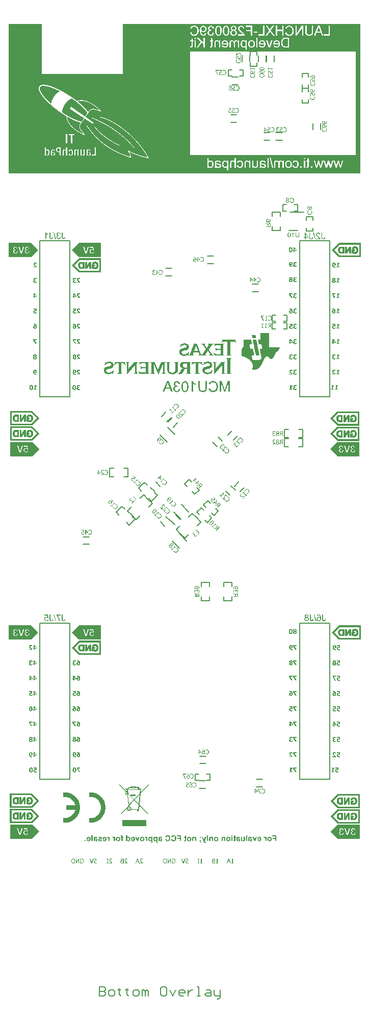
<source format=gbo>
G04*
G04 #@! TF.GenerationSoftware,Altium Limited,Altium Designer,20.1.14 (287)*
G04*
G04 Layer_Color=9218505*
%FSAX25Y25*%
%MOIN*%
G70*
G04*
G04 #@! TF.SameCoordinates,A9E8F4E5-7F2A-47C3-BED5-AE4669AA653D*
G04*
G04*
G04 #@! TF.FilePolarity,Positive*
G04*
G01*
G75*
%ADD15C,0.00591*%
%ADD16C,0.00700*%
%ADD17C,0.00500*%
%ADD18C,0.00050*%
%ADD19C,0.00800*%
%ADD140C,0.00787*%
%ADD178C,0.00541*%
%ADD179C,0.00748*%
%ADD180C,0.00075*%
G36*
X0193361Y0699320D02*
X0193352Y0699385D01*
Y0699477D01*
X0193342Y0699570D01*
X0193333Y0699690D01*
X0193315Y0699810D01*
X0193269Y0700078D01*
X0193204Y0700374D01*
X0193111Y0700670D01*
X0192982Y0700957D01*
X0192973Y0700966D01*
X0192963Y0700994D01*
X0192945Y0701031D01*
X0192908Y0701077D01*
X0192871Y0701142D01*
X0192824Y0701216D01*
X0192704Y0701383D01*
X0192547Y0701568D01*
X0192362Y0701753D01*
X0192149Y0701938D01*
X0191900Y0702095D01*
X0191890Y0702104D01*
X0191862Y0702113D01*
X0191825Y0702132D01*
X0191779Y0702160D01*
X0191705Y0702187D01*
X0191631Y0702215D01*
X0191539Y0702252D01*
X0191437Y0702289D01*
X0191326Y0702326D01*
X0191206Y0702363D01*
X0190947Y0702419D01*
X0190651Y0702465D01*
X0190346Y0702483D01*
X0193361D01*
Y0699320D01*
D02*
G37*
G36*
X0090775Y0703400D02*
X0090775Y0670711D01*
X0143707Y0670711D01*
X0143707Y0703400D01*
X0187700D01*
Y0702483D01*
X0190253D01*
X0190188Y0702474D01*
X0190105Y0702465D01*
X0190003Y0702456D01*
X0189901Y0702446D01*
X0189781Y0702419D01*
X0189532Y0702363D01*
X0189254Y0702280D01*
X0189115Y0702224D01*
X0188986Y0702160D01*
X0188856Y0702076D01*
X0188727Y0701993D01*
X0188717Y0701984D01*
X0188699Y0701975D01*
X0188662Y0701947D01*
X0188616Y0701901D01*
X0188569Y0701854D01*
X0188505Y0701790D01*
X0188440Y0701716D01*
X0188366Y0701642D01*
X0188292Y0701549D01*
X0188218Y0701438D01*
X0188135Y0701327D01*
X0188061Y0701207D01*
X0187996Y0701068D01*
X0187922Y0700929D01*
X0187866Y0700781D01*
X0187811Y0700615D01*
X0188644Y0700421D01*
Y0700430D01*
X0188653Y0700448D01*
X0188671Y0700485D01*
X0188690Y0700532D01*
X0188708Y0700587D01*
X0188736Y0700661D01*
X0188810Y0700809D01*
X0188902Y0700976D01*
X0189014Y0701142D01*
X0189152Y0701299D01*
X0189300Y0701438D01*
X0189319Y0701457D01*
X0189374Y0701494D01*
X0189467Y0701540D01*
X0189587Y0701605D01*
X0189744Y0701660D01*
X0189920Y0701716D01*
X0190133Y0701753D01*
X0190364Y0701762D01*
X0190438D01*
X0190484Y0701753D01*
X0190549D01*
X0190623Y0701743D01*
X0190799Y0701716D01*
X0190993Y0701679D01*
X0191197Y0701614D01*
X0191409Y0701521D01*
X0191604Y0701401D01*
X0191613D01*
X0191622Y0701383D01*
X0191687Y0701336D01*
X0191770Y0701262D01*
X0191872Y0701151D01*
X0191992Y0701013D01*
X0192103Y0700855D01*
X0192205Y0700661D01*
X0192297Y0700448D01*
Y0700439D01*
X0192306Y0700421D01*
X0192316Y0700393D01*
X0192325Y0700347D01*
X0192343Y0700291D01*
X0192362Y0700226D01*
X0192390Y0700069D01*
X0192427Y0699884D01*
X0192464Y0699681D01*
X0192482Y0699459D01*
X0192491Y0699218D01*
Y0699209D01*
Y0699181D01*
Y0699135D01*
Y0699079D01*
X0192482Y0699015D01*
Y0698931D01*
X0192473Y0698839D01*
X0192464Y0698737D01*
X0192436Y0698515D01*
X0192390Y0698275D01*
X0192334Y0698034D01*
X0192260Y0697794D01*
Y0697784D01*
X0192251Y0697766D01*
X0192233Y0697738D01*
X0192214Y0697692D01*
X0192158Y0697581D01*
X0192075Y0697451D01*
X0191973Y0697303D01*
X0191844Y0697146D01*
X0191696Y0697007D01*
X0191520Y0696878D01*
X0191511D01*
X0191492Y0696869D01*
X0191465Y0696850D01*
X0191428Y0696832D01*
X0191382Y0696813D01*
X0191326Y0696785D01*
X0191197Y0696730D01*
X0191030Y0696674D01*
X0190845Y0696628D01*
X0190641Y0696591D01*
X0190429Y0696582D01*
X0190364D01*
X0190308Y0696591D01*
X0190244D01*
X0190179Y0696600D01*
X0190013Y0696637D01*
X0189818Y0696684D01*
X0189624Y0696758D01*
X0189420Y0696859D01*
X0189319Y0696915D01*
X0189226Y0696989D01*
X0189217Y0696998D01*
X0189208Y0697007D01*
X0189180Y0697035D01*
X0189143Y0697063D01*
X0189106Y0697109D01*
X0189060Y0697165D01*
X0189004Y0697220D01*
X0188958Y0697294D01*
X0188902Y0697377D01*
X0188838Y0697470D01*
X0188782Y0697562D01*
X0188727Y0697673D01*
X0188681Y0697794D01*
X0188634Y0697923D01*
X0188588Y0698062D01*
X0188551Y0698210D01*
X0187700Y0697997D01*
Y0697988D01*
X0187709Y0697951D01*
X0187728Y0697895D01*
X0187756Y0697821D01*
X0187783Y0697738D01*
X0187820Y0697636D01*
X0187866Y0697525D01*
X0187922Y0697405D01*
X0188051Y0697146D01*
X0188218Y0696887D01*
X0188320Y0696758D01*
X0188421Y0696628D01*
X0188532Y0696517D01*
X0188662Y0696406D01*
X0188671Y0696397D01*
X0188690Y0696378D01*
X0188736Y0696360D01*
X0188782Y0696323D01*
X0188856Y0696277D01*
X0188930Y0696230D01*
X0189032Y0696184D01*
X0189134Y0696138D01*
X0189254Y0696082D01*
X0189383Y0696036D01*
X0189522Y0695990D01*
X0189670Y0695944D01*
X0189828Y0695907D01*
X0189994Y0695888D01*
X0190170Y0695870D01*
X0190354Y0695860D01*
X0190457D01*
X0190531Y0695870D01*
X0190614D01*
X0190716Y0695879D01*
X0190826Y0695897D01*
X0190956Y0695916D01*
X0191224Y0695962D01*
X0191502Y0696036D01*
X0191779Y0696138D01*
X0191909Y0696203D01*
X0192038Y0696277D01*
X0192048Y0696286D01*
X0192066Y0696295D01*
X0192103Y0696323D01*
X0192140Y0696360D01*
X0192195Y0696397D01*
X0192260Y0696452D01*
X0192334Y0696517D01*
X0192408Y0696591D01*
X0192482Y0696674D01*
X0192566Y0696758D01*
X0192732Y0696970D01*
X0192889Y0697220D01*
X0193028Y0697498D01*
Y0697507D01*
X0193046Y0697535D01*
X0193056Y0697581D01*
X0193084Y0697636D01*
X0193102Y0697710D01*
X0193130Y0697803D01*
X0193167Y0697905D01*
X0193194Y0698016D01*
X0193222Y0698136D01*
X0193259Y0698275D01*
X0193306Y0698561D01*
X0193342Y0698885D01*
X0193361Y0699218D01*
Y0696600D01*
Y0702483D01*
X0187700D01*
Y0703400D01*
X0299200D01*
Y0695860D01*
D01*
Y0687258D01*
Y0618000D01*
Y0605900D01*
X0092200D01*
Y0605900D01*
X0080700Y0605900D01*
X0069200D01*
Y0605900D01*
X0069200D01*
X0069200Y0665966D01*
X0069200Y0703400D01*
X0090775Y0703400D01*
D02*
G37*
G36*
X0230415Y0500250D02*
X0230515D01*
Y0500150D01*
Y0500050D01*
Y0499950D01*
Y0499850D01*
Y0499750D01*
X0230615D01*
Y0499650D01*
Y0499550D01*
Y0499450D01*
Y0499350D01*
Y0499250D01*
X0230715D01*
Y0499150D01*
Y0499050D01*
Y0498950D01*
Y0498850D01*
Y0498750D01*
X0230815D01*
Y0498650D01*
Y0498550D01*
Y0498450D01*
Y0498350D01*
Y0498250D01*
X0230915D01*
Y0498150D01*
Y0498050D01*
X0228515D01*
Y0498150D01*
Y0498250D01*
Y0498350D01*
Y0498450D01*
X0228415D01*
Y0498550D01*
Y0498650D01*
Y0498750D01*
Y0498850D01*
Y0498950D01*
X0228315D01*
Y0499050D01*
Y0499150D01*
Y0499250D01*
Y0499350D01*
Y0499450D01*
X0228215D01*
Y0499550D01*
Y0499650D01*
Y0499750D01*
Y0499850D01*
Y0499950D01*
X0228115D01*
Y0500050D01*
Y0500150D01*
Y0500250D01*
Y0500350D01*
X0230415D01*
Y0500250D01*
D02*
G37*
G36*
X0217315Y0496950D02*
Y0496850D01*
X0217415D01*
Y0496750D01*
Y0496650D01*
Y0496550D01*
X0217515D01*
Y0496450D01*
Y0496350D01*
Y0496250D01*
X0217615D01*
Y0496150D01*
Y0496050D01*
Y0495950D01*
X0217715D01*
Y0495850D01*
Y0495750D01*
Y0495650D01*
X0217815D01*
Y0495550D01*
Y0495450D01*
X0217915D01*
Y0495350D01*
Y0495250D01*
Y0495150D01*
X0217815D01*
Y0495050D01*
X0217715D01*
Y0495150D01*
X0217615D01*
Y0495250D01*
X0217515D01*
Y0495350D01*
X0217415D01*
Y0495450D01*
X0217315D01*
Y0495550D01*
X0217115D01*
Y0495650D01*
X0217015D01*
Y0495750D01*
X0216715D01*
Y0495850D01*
X0216315D01*
Y0495950D01*
X0214315D01*
Y0495850D01*
X0214115D01*
Y0495750D01*
Y0495650D01*
Y0495550D01*
X0214015D01*
Y0495450D01*
Y0495350D01*
Y0495250D01*
Y0495150D01*
Y0495050D01*
Y0494950D01*
Y0494850D01*
Y0494750D01*
Y0494650D01*
Y0494550D01*
Y0494450D01*
Y0494350D01*
Y0494250D01*
Y0494150D01*
Y0494050D01*
Y0493950D01*
Y0493850D01*
Y0493750D01*
Y0493650D01*
Y0493550D01*
Y0493450D01*
Y0493350D01*
Y0493250D01*
Y0493150D01*
Y0493050D01*
Y0492950D01*
Y0492850D01*
Y0492750D01*
Y0492650D01*
Y0492550D01*
Y0492450D01*
Y0492350D01*
Y0492250D01*
Y0492150D01*
Y0492050D01*
Y0491950D01*
Y0491850D01*
Y0491750D01*
Y0491650D01*
Y0491550D01*
Y0491450D01*
Y0491350D01*
Y0491250D01*
Y0491150D01*
Y0491050D01*
Y0490950D01*
Y0490850D01*
Y0490750D01*
Y0490650D01*
Y0490550D01*
Y0490450D01*
Y0490350D01*
Y0490250D01*
Y0490150D01*
Y0490050D01*
Y0489950D01*
Y0489850D01*
Y0489750D01*
Y0489650D01*
Y0489550D01*
Y0489450D01*
Y0489350D01*
Y0489250D01*
Y0489150D01*
Y0489050D01*
Y0488950D01*
Y0488850D01*
Y0488750D01*
Y0488650D01*
Y0488550D01*
Y0488450D01*
Y0488350D01*
Y0488250D01*
Y0488150D01*
Y0488050D01*
Y0487950D01*
Y0487850D01*
X0214115D01*
Y0487750D01*
Y0487650D01*
Y0487550D01*
Y0487450D01*
X0214215D01*
Y0487350D01*
X0214315D01*
Y0487250D01*
X0214415D01*
Y0487150D01*
X0214615D01*
Y0487050D01*
X0214815D01*
Y0486950D01*
Y0486850D01*
Y0486750D01*
X0211415D01*
Y0486850D01*
Y0486950D01*
Y0487050D01*
X0211615D01*
Y0487150D01*
X0211815D01*
Y0487250D01*
X0211915D01*
Y0487350D01*
X0212015D01*
Y0487450D01*
X0212115D01*
Y0487550D01*
Y0487650D01*
Y0487750D01*
X0212215D01*
Y0487850D01*
Y0487950D01*
Y0488050D01*
Y0488150D01*
Y0488250D01*
Y0488350D01*
Y0488450D01*
Y0488550D01*
Y0488650D01*
Y0488750D01*
Y0488850D01*
Y0488950D01*
Y0489050D01*
Y0489150D01*
Y0489250D01*
Y0489350D01*
Y0489450D01*
Y0489550D01*
Y0489650D01*
Y0489750D01*
Y0489850D01*
Y0489950D01*
Y0490050D01*
Y0490150D01*
Y0490250D01*
Y0490350D01*
Y0490450D01*
Y0490550D01*
Y0490650D01*
Y0490750D01*
Y0490850D01*
Y0490950D01*
Y0491050D01*
Y0491150D01*
Y0491250D01*
Y0491350D01*
Y0491450D01*
Y0491550D01*
Y0491650D01*
Y0491750D01*
Y0491850D01*
Y0491950D01*
Y0492050D01*
Y0492150D01*
Y0492250D01*
Y0492350D01*
Y0492450D01*
Y0492550D01*
Y0492650D01*
Y0492750D01*
Y0492850D01*
Y0492950D01*
Y0493050D01*
Y0493150D01*
Y0493250D01*
Y0493350D01*
Y0493450D01*
Y0493550D01*
Y0493650D01*
Y0493750D01*
Y0493850D01*
Y0493950D01*
Y0494050D01*
Y0494150D01*
Y0494250D01*
Y0494350D01*
Y0494450D01*
Y0494550D01*
Y0494650D01*
Y0494750D01*
Y0494850D01*
Y0494950D01*
Y0495050D01*
Y0495150D01*
Y0495250D01*
Y0495350D01*
Y0495450D01*
Y0495550D01*
Y0495650D01*
X0212115D01*
Y0495750D01*
Y0495850D01*
X0212015D01*
Y0495950D01*
X0209915D01*
Y0495850D01*
X0209515D01*
Y0495750D01*
X0209215D01*
Y0495650D01*
X0209115D01*
Y0495550D01*
X0208915D01*
Y0495450D01*
X0208815D01*
Y0495350D01*
X0208715D01*
Y0495250D01*
X0208615D01*
Y0495150D01*
Y0495050D01*
X0208415D01*
Y0495150D01*
X0208315D01*
Y0495250D01*
X0208415D01*
Y0495350D01*
Y0495450D01*
Y0495550D01*
X0208515D01*
Y0495650D01*
Y0495750D01*
Y0495850D01*
X0208615D01*
Y0495950D01*
Y0496050D01*
Y0496150D01*
X0208715D01*
Y0496250D01*
Y0496350D01*
Y0496450D01*
X0208815D01*
Y0496550D01*
Y0496650D01*
Y0496750D01*
X0208915D01*
Y0496850D01*
Y0496950D01*
Y0497050D01*
X0217315D01*
Y0496950D01*
D02*
G37*
G36*
X0184815Y0494650D02*
X0185315D01*
Y0494550D01*
X0185615D01*
Y0494450D01*
X0185815D01*
Y0494350D01*
X0186015D01*
Y0494250D01*
X0186115D01*
Y0494150D01*
X0186215D01*
Y0494050D01*
X0186315D01*
Y0493950D01*
X0186415D01*
Y0493850D01*
X0186515D01*
Y0493750D01*
X0186615D01*
Y0493650D01*
X0186715D01*
Y0493550D01*
Y0493450D01*
X0186815D01*
Y0493350D01*
Y0493250D01*
X0186915D01*
Y0493150D01*
Y0493050D01*
Y0492950D01*
Y0492850D01*
X0187015D01*
Y0492750D01*
Y0492650D01*
Y0492550D01*
Y0492450D01*
Y0492350D01*
Y0492250D01*
Y0492150D01*
Y0492050D01*
X0186915D01*
Y0491950D01*
Y0491850D01*
Y0491750D01*
Y0491650D01*
X0186815D01*
Y0491550D01*
Y0491450D01*
X0186715D01*
Y0491350D01*
Y0491250D01*
X0186615D01*
Y0491150D01*
X0186515D01*
Y0491050D01*
Y0490950D01*
X0186315D01*
Y0490850D01*
X0186215D01*
Y0490750D01*
X0186115D01*
Y0490650D01*
X0185915D01*
Y0490550D01*
X0185715D01*
Y0490450D01*
X0185515D01*
Y0490350D01*
X0185215D01*
Y0490250D01*
X0184815D01*
Y0490150D01*
X0184415D01*
Y0490050D01*
X0183915D01*
Y0489950D01*
X0183515D01*
Y0489850D01*
X0183115D01*
Y0489750D01*
X0182815D01*
Y0489650D01*
X0182615D01*
Y0489550D01*
X0182515D01*
Y0489450D01*
X0182415D01*
Y0489350D01*
X0182315D01*
Y0489250D01*
Y0489150D01*
Y0489050D01*
X0182215D01*
Y0488950D01*
Y0488850D01*
Y0488750D01*
Y0488650D01*
Y0488550D01*
X0182315D01*
Y0488450D01*
Y0488350D01*
Y0488250D01*
X0182415D01*
Y0488150D01*
X0182515D01*
Y0488050D01*
X0182615D01*
Y0487950D01*
X0182715D01*
Y0487850D01*
X0182915D01*
Y0487750D01*
X0183215D01*
Y0487650D01*
X0184615D01*
Y0487750D01*
X0185015D01*
Y0487850D01*
X0185215D01*
Y0487950D01*
X0185515D01*
Y0488050D01*
X0185615D01*
Y0488150D01*
X0185815D01*
Y0488250D01*
X0186015D01*
Y0488350D01*
X0186115D01*
Y0488450D01*
X0186215D01*
Y0488550D01*
X0186315D01*
Y0488650D01*
X0186415D01*
Y0488750D01*
X0186515D01*
Y0488850D01*
X0186615D01*
Y0488950D01*
X0186715D01*
Y0489050D01*
X0186815D01*
Y0489150D01*
X0186915D01*
Y0489250D01*
X0187115D01*
Y0489150D01*
X0187215D01*
Y0489050D01*
Y0488950D01*
X0187115D01*
Y0488850D01*
Y0488750D01*
Y0488650D01*
X0187015D01*
Y0488550D01*
Y0488450D01*
Y0488350D01*
Y0488250D01*
X0186915D01*
Y0488150D01*
Y0488050D01*
Y0487950D01*
Y0487850D01*
X0186815D01*
Y0487750D01*
Y0487650D01*
Y0487550D01*
Y0487450D01*
X0186715D01*
Y0487350D01*
Y0487250D01*
Y0487150D01*
X0186615D01*
Y0487050D01*
Y0486950D01*
Y0486850D01*
Y0486750D01*
X0186115D01*
Y0486850D01*
Y0486950D01*
Y0487050D01*
X0186015D01*
Y0487150D01*
X0185815D01*
Y0487050D01*
X0185615D01*
Y0486950D01*
X0185415D01*
Y0486850D01*
X0185115D01*
Y0486750D01*
X0184715D01*
Y0486650D01*
X0182915D01*
Y0486750D01*
X0182515D01*
Y0486850D01*
X0182215D01*
Y0486950D01*
X0182015D01*
Y0487050D01*
X0181815D01*
Y0487150D01*
X0181615D01*
Y0487250D01*
X0181515D01*
Y0487350D01*
X0181415D01*
Y0487450D01*
X0181315D01*
Y0487550D01*
X0181215D01*
Y0487650D01*
X0181115D01*
Y0487750D01*
X0181015D01*
Y0487850D01*
Y0487950D01*
X0180915D01*
Y0488050D01*
Y0488150D01*
X0180815D01*
Y0488250D01*
Y0488350D01*
Y0488450D01*
X0180715D01*
Y0488550D01*
Y0488650D01*
Y0488750D01*
Y0488850D01*
Y0488950D01*
Y0489050D01*
Y0489150D01*
Y0489250D01*
Y0489350D01*
Y0489450D01*
Y0489550D01*
Y0489650D01*
Y0489750D01*
Y0489850D01*
X0180815D01*
Y0489950D01*
Y0490050D01*
Y0490150D01*
X0180915D01*
Y0490250D01*
Y0490350D01*
X0181015D01*
Y0490450D01*
Y0490550D01*
X0181115D01*
Y0490650D01*
X0181215D01*
Y0490750D01*
X0181315D01*
Y0490850D01*
X0181415D01*
Y0490950D01*
X0181615D01*
Y0491050D01*
X0181815D01*
Y0491150D01*
X0182015D01*
Y0491250D01*
X0182215D01*
Y0491350D01*
X0182515D01*
Y0491450D01*
X0182915D01*
Y0491550D01*
X0183315D01*
Y0491650D01*
X0183815D01*
Y0491750D01*
X0184215D01*
Y0491850D01*
X0184615D01*
Y0491950D01*
X0184915D01*
Y0492050D01*
X0185215D01*
Y0492150D01*
X0185315D01*
Y0492250D01*
X0185415D01*
Y0492350D01*
X0185515D01*
Y0492450D01*
Y0492550D01*
Y0492650D01*
Y0492750D01*
Y0492850D01*
Y0492950D01*
Y0493050D01*
Y0493150D01*
X0185415D01*
Y0493250D01*
Y0493350D01*
X0185315D01*
Y0493450D01*
X0185115D01*
Y0493550D01*
X0184915D01*
Y0493650D01*
X0184515D01*
Y0493750D01*
X0183615D01*
Y0493650D01*
X0183215D01*
Y0493550D01*
X0182915D01*
Y0493450D01*
X0182615D01*
Y0493350D01*
X0182415D01*
Y0493250D01*
X0182315D01*
Y0493150D01*
X0182115D01*
Y0493050D01*
X0182015D01*
Y0492950D01*
X0181915D01*
Y0492850D01*
X0181815D01*
Y0492750D01*
X0181715D01*
Y0492650D01*
X0181615D01*
Y0492550D01*
X0181515D01*
Y0492450D01*
X0181315D01*
Y0492550D01*
X0181215D01*
Y0492650D01*
Y0492750D01*
X0181315D01*
Y0492850D01*
Y0492950D01*
Y0493050D01*
Y0493150D01*
X0181415D01*
Y0493250D01*
Y0493350D01*
Y0493450D01*
X0181515D01*
Y0493550D01*
Y0493650D01*
Y0493750D01*
Y0493850D01*
X0181615D01*
Y0493950D01*
Y0494050D01*
Y0494150D01*
X0181715D01*
Y0494250D01*
Y0494350D01*
Y0494450D01*
Y0494550D01*
X0181815D01*
Y0494650D01*
X0182215D01*
Y0494550D01*
Y0494450D01*
Y0494350D01*
X0182315D01*
Y0494250D01*
X0182415D01*
Y0494350D01*
X0182615D01*
Y0494450D01*
X0182815D01*
Y0494550D01*
X0183115D01*
Y0494650D01*
X0183515D01*
Y0494750D01*
X0184815D01*
Y0494650D01*
D02*
G37*
G36*
X0203115Y0494550D02*
Y0494450D01*
Y0494350D01*
X0202915D01*
Y0494250D01*
X0202715D01*
Y0494150D01*
X0202515D01*
Y0494050D01*
X0202415D01*
Y0493950D01*
X0202315D01*
Y0493850D01*
X0202215D01*
Y0493750D01*
X0202115D01*
Y0493650D01*
X0202015D01*
Y0493550D01*
X0201915D01*
Y0493450D01*
Y0493350D01*
X0201815D01*
Y0493250D01*
X0201715D01*
Y0493150D01*
Y0493050D01*
X0201615D01*
Y0492950D01*
X0201515D01*
Y0492850D01*
X0201415D01*
Y0492750D01*
Y0492650D01*
X0201315D01*
Y0492550D01*
X0201215D01*
Y0492450D01*
Y0492350D01*
X0201115D01*
Y0492250D01*
X0201015D01*
Y0492150D01*
X0200915D01*
Y0492050D01*
Y0491950D01*
X0200815D01*
Y0491850D01*
X0200715D01*
Y0491750D01*
Y0491650D01*
X0200615D01*
Y0491550D01*
X0200515D01*
Y0491450D01*
Y0491350D01*
X0200415D01*
Y0491250D01*
X0200315D01*
Y0491150D01*
X0200215D01*
Y0491050D01*
Y0490950D01*
X0200115D01*
Y0490850D01*
X0200015D01*
Y0490750D01*
Y0490650D01*
Y0490550D01*
X0200115D01*
Y0490450D01*
Y0490350D01*
X0200215D01*
Y0490250D01*
X0200315D01*
Y0490150D01*
X0200415D01*
Y0490050D01*
Y0489950D01*
X0200515D01*
Y0489850D01*
X0200615D01*
Y0489750D01*
Y0489650D01*
X0200715D01*
Y0489550D01*
X0200815D01*
Y0489450D01*
Y0489350D01*
X0200915D01*
Y0489250D01*
X0201015D01*
Y0489150D01*
X0201115D01*
Y0489050D01*
Y0488950D01*
X0201215D01*
Y0488850D01*
X0201315D01*
Y0488750D01*
Y0488650D01*
X0201415D01*
Y0488550D01*
X0201515D01*
Y0488450D01*
X0201615D01*
Y0488350D01*
Y0488250D01*
X0201715D01*
Y0488150D01*
X0201815D01*
Y0488050D01*
Y0487950D01*
X0201915D01*
Y0487850D01*
X0202015D01*
Y0487750D01*
X0202115D01*
Y0487650D01*
X0202215D01*
Y0487550D01*
X0202315D01*
Y0487450D01*
X0202415D01*
Y0487350D01*
X0202515D01*
Y0487250D01*
X0202715D01*
Y0487150D01*
X0203015D01*
Y0487050D01*
X0203215D01*
Y0486950D01*
Y0486850D01*
Y0486750D01*
X0200215D01*
Y0486850D01*
Y0486950D01*
Y0487050D01*
X0200515D01*
Y0487150D01*
X0200715D01*
Y0487250D01*
X0200815D01*
Y0487350D01*
Y0487450D01*
Y0487550D01*
Y0487650D01*
Y0487750D01*
X0200715D01*
Y0487850D01*
Y0487950D01*
X0200615D01*
Y0488050D01*
X0200515D01*
Y0488150D01*
Y0488250D01*
X0200415D01*
Y0488350D01*
Y0488450D01*
X0200315D01*
Y0488550D01*
X0200215D01*
Y0488650D01*
Y0488750D01*
X0200115D01*
Y0488850D01*
X0200015D01*
Y0488950D01*
Y0489050D01*
X0199915D01*
Y0489150D01*
X0199815D01*
Y0489250D01*
Y0489350D01*
X0199715D01*
Y0489450D01*
X0199615D01*
Y0489550D01*
Y0489650D01*
X0199515D01*
Y0489750D01*
Y0489850D01*
X0199415D01*
Y0489950D01*
X0199315D01*
Y0489850D01*
Y0489750D01*
X0199215D01*
Y0489650D01*
X0199115D01*
Y0489550D01*
Y0489450D01*
X0199015D01*
Y0489350D01*
X0198915D01*
Y0489250D01*
X0198815D01*
Y0489150D01*
Y0489050D01*
X0198715D01*
Y0488950D01*
X0198615D01*
Y0488850D01*
Y0488750D01*
X0198515D01*
Y0488650D01*
X0198415D01*
Y0488550D01*
Y0488450D01*
X0198315D01*
Y0488350D01*
X0198215D01*
Y0488250D01*
Y0488150D01*
X0198115D01*
Y0488050D01*
X0198015D01*
Y0487950D01*
X0197915D01*
Y0487850D01*
Y0487750D01*
X0197815D01*
Y0487650D01*
Y0487550D01*
Y0487450D01*
Y0487350D01*
X0197915D01*
Y0487250D01*
X0198015D01*
Y0487150D01*
X0198215D01*
Y0487050D01*
X0198515D01*
Y0486950D01*
Y0486850D01*
Y0486750D01*
X0193115D01*
Y0486850D01*
Y0486950D01*
Y0487050D01*
X0193415D01*
Y0487150D01*
X0193615D01*
Y0487250D01*
X0193715D01*
Y0487350D01*
Y0487450D01*
Y0487550D01*
Y0487650D01*
Y0487750D01*
Y0487850D01*
X0193615D01*
Y0487950D01*
Y0488050D01*
Y0488150D01*
X0193515D01*
Y0488250D01*
Y0488350D01*
Y0488450D01*
X0193415D01*
Y0488550D01*
Y0488650D01*
X0193315D01*
Y0488750D01*
Y0488850D01*
Y0488950D01*
X0190015D01*
Y0488850D01*
Y0488750D01*
Y0488650D01*
X0189915D01*
Y0488550D01*
Y0488450D01*
Y0488350D01*
X0189815D01*
Y0488250D01*
Y0488150D01*
X0189715D01*
Y0488050D01*
Y0487950D01*
Y0487850D01*
X0189615D01*
Y0487750D01*
Y0487650D01*
Y0487550D01*
Y0487450D01*
Y0487350D01*
X0189715D01*
Y0487250D01*
X0189815D01*
Y0487150D01*
X0189915D01*
Y0487050D01*
X0190215D01*
Y0486950D01*
Y0486850D01*
Y0486750D01*
X0186915D01*
Y0486850D01*
Y0486950D01*
Y0487050D01*
X0187015D01*
Y0487150D01*
X0187215D01*
Y0487250D01*
X0187315D01*
Y0487350D01*
X0187415D01*
Y0487450D01*
X0187515D01*
Y0487550D01*
X0187615D01*
Y0487650D01*
X0187715D01*
Y0487750D01*
Y0487850D01*
X0187815D01*
Y0487950D01*
Y0488050D01*
Y0488150D01*
X0187915D01*
Y0488250D01*
Y0488350D01*
X0188015D01*
Y0488450D01*
Y0488550D01*
Y0488650D01*
X0188115D01*
Y0488750D01*
Y0488850D01*
Y0488950D01*
X0188215D01*
Y0489050D01*
Y0489150D01*
X0188315D01*
Y0489250D01*
Y0489350D01*
Y0489450D01*
X0188415D01*
Y0489550D01*
Y0489650D01*
X0188515D01*
Y0489750D01*
Y0489850D01*
Y0489950D01*
X0188615D01*
Y0490050D01*
Y0490150D01*
Y0490250D01*
X0188715D01*
Y0490350D01*
Y0490450D01*
X0188815D01*
Y0490550D01*
Y0490650D01*
Y0490750D01*
X0188915D01*
Y0490850D01*
Y0490950D01*
Y0491050D01*
X0189015D01*
Y0491150D01*
Y0491250D01*
X0189115D01*
Y0491350D01*
Y0491450D01*
Y0491550D01*
X0189215D01*
Y0491650D01*
Y0491750D01*
X0189315D01*
Y0491850D01*
Y0491950D01*
Y0492050D01*
X0189415D01*
Y0492150D01*
Y0492250D01*
Y0492350D01*
X0189515D01*
Y0492450D01*
Y0492550D01*
X0189615D01*
Y0492650D01*
Y0492750D01*
Y0492850D01*
X0189715D01*
Y0492950D01*
Y0493050D01*
Y0493150D01*
X0189815D01*
Y0493250D01*
Y0493350D01*
X0189915D01*
Y0493450D01*
Y0493550D01*
Y0493650D01*
X0190015D01*
Y0493750D01*
Y0493850D01*
X0190115D01*
Y0493950D01*
Y0494050D01*
Y0494150D01*
X0190215D01*
Y0494250D01*
Y0494350D01*
Y0494450D01*
X0190315D01*
Y0494550D01*
Y0494650D01*
X0192115D01*
Y0494550D01*
X0192215D01*
Y0494450D01*
Y0494350D01*
Y0494250D01*
X0192315D01*
Y0494150D01*
Y0494050D01*
X0192415D01*
Y0493950D01*
Y0493850D01*
Y0493750D01*
X0192515D01*
Y0493650D01*
Y0493550D01*
Y0493450D01*
X0192615D01*
Y0493350D01*
Y0493250D01*
X0192715D01*
Y0493150D01*
Y0493050D01*
Y0492950D01*
X0192815D01*
Y0492850D01*
Y0492750D01*
X0192915D01*
Y0492650D01*
Y0492550D01*
Y0492450D01*
X0193015D01*
Y0492350D01*
Y0492250D01*
X0193115D01*
Y0492150D01*
Y0492050D01*
Y0491950D01*
X0193215D01*
Y0491850D01*
Y0491750D01*
X0193315D01*
Y0491650D01*
Y0491550D01*
Y0491450D01*
X0193415D01*
Y0491350D01*
Y0491250D01*
X0193515D01*
Y0491150D01*
Y0491050D01*
Y0490950D01*
X0193615D01*
Y0490850D01*
Y0490750D01*
Y0490650D01*
X0193715D01*
Y0490550D01*
Y0490450D01*
X0193815D01*
Y0490350D01*
Y0490250D01*
Y0490150D01*
X0193915D01*
Y0490050D01*
Y0489950D01*
X0194015D01*
Y0489850D01*
Y0489750D01*
Y0489650D01*
X0194115D01*
Y0489550D01*
Y0489450D01*
X0194215D01*
Y0489350D01*
Y0489250D01*
Y0489150D01*
X0194315D01*
Y0489050D01*
Y0488950D01*
X0194415D01*
Y0488850D01*
Y0488750D01*
Y0488650D01*
X0194515D01*
Y0488550D01*
Y0488450D01*
Y0488350D01*
X0194615D01*
Y0488250D01*
Y0488150D01*
X0194715D01*
Y0488050D01*
Y0487950D01*
X0194815D01*
Y0487850D01*
Y0487750D01*
X0194915D01*
Y0487650D01*
X0195015D01*
Y0487550D01*
Y0487450D01*
X0195115D01*
Y0487350D01*
X0195215D01*
Y0487250D01*
X0195415D01*
Y0487350D01*
X0195515D01*
Y0487450D01*
X0195615D01*
Y0487550D01*
X0195715D01*
Y0487650D01*
X0195815D01*
Y0487750D01*
Y0487850D01*
X0195915D01*
Y0487950D01*
X0196015D01*
Y0488050D01*
X0196115D01*
Y0488150D01*
Y0488250D01*
X0196215D01*
Y0488350D01*
X0196315D01*
Y0488450D01*
Y0488550D01*
X0196415D01*
Y0488650D01*
X0196515D01*
Y0488750D01*
X0196615D01*
Y0488850D01*
Y0488950D01*
X0196715D01*
Y0489050D01*
X0196815D01*
Y0489150D01*
Y0489250D01*
X0196915D01*
Y0489350D01*
X0197015D01*
Y0489450D01*
Y0489550D01*
X0197115D01*
Y0489650D01*
X0197215D01*
Y0489750D01*
X0197315D01*
Y0489850D01*
Y0489950D01*
X0197415D01*
Y0490050D01*
X0197515D01*
Y0490150D01*
Y0490250D01*
X0197615D01*
Y0490350D01*
X0197715D01*
Y0490450D01*
X0197815D01*
Y0490550D01*
Y0490650D01*
X0197915D01*
Y0490750D01*
X0198015D01*
Y0490850D01*
Y0490950D01*
X0198115D01*
Y0491050D01*
X0198015D01*
Y0491150D01*
X0197915D01*
Y0491250D01*
X0197815D01*
Y0491350D01*
Y0491450D01*
X0197715D01*
Y0491550D01*
X0197615D01*
Y0491650D01*
Y0491750D01*
X0197515D01*
Y0491850D01*
X0197415D01*
Y0491950D01*
X0197315D01*
Y0492050D01*
Y0492150D01*
X0197215D01*
Y0492250D01*
X0197115D01*
Y0492350D01*
Y0492450D01*
X0197015D01*
Y0492550D01*
X0196915D01*
Y0492650D01*
Y0492750D01*
X0196815D01*
Y0492850D01*
X0196715D01*
Y0492950D01*
X0196615D01*
Y0493050D01*
Y0493150D01*
X0196515D01*
Y0493250D01*
X0196415D01*
Y0493350D01*
Y0493450D01*
X0196315D01*
Y0493550D01*
X0196215D01*
Y0493650D01*
X0196115D01*
Y0493750D01*
X0196015D01*
Y0493850D01*
X0195915D01*
Y0493950D01*
X0195815D01*
Y0494050D01*
X0195715D01*
Y0494150D01*
X0195515D01*
Y0494250D01*
X0195215D01*
Y0494350D01*
X0195115D01*
Y0494450D01*
Y0494550D01*
Y0494650D01*
X0197915D01*
Y0494550D01*
Y0494450D01*
Y0494350D01*
X0197615D01*
Y0494250D01*
X0197415D01*
Y0494150D01*
X0197315D01*
Y0494050D01*
Y0493950D01*
Y0493850D01*
Y0493750D01*
Y0493650D01*
X0197415D01*
Y0493550D01*
X0197515D01*
Y0493450D01*
Y0493350D01*
X0197615D01*
Y0493250D01*
X0197715D01*
Y0493150D01*
Y0493050D01*
X0197815D01*
Y0492950D01*
X0197915D01*
Y0492850D01*
Y0492750D01*
X0198015D01*
Y0492650D01*
X0198115D01*
Y0492550D01*
Y0492450D01*
X0198215D01*
Y0492350D01*
X0198315D01*
Y0492250D01*
Y0492150D01*
X0198415D01*
Y0492050D01*
X0198515D01*
Y0491950D01*
Y0491850D01*
X0198615D01*
Y0491750D01*
X0198715D01*
Y0491850D01*
X0198815D01*
Y0491950D01*
X0198915D01*
Y0492050D01*
Y0492150D01*
X0199015D01*
Y0492250D01*
X0199115D01*
Y0492350D01*
Y0492450D01*
X0199215D01*
Y0492550D01*
X0199315D01*
Y0492650D01*
Y0492750D01*
X0199415D01*
Y0492850D01*
X0199515D01*
Y0492950D01*
Y0493050D01*
X0199615D01*
Y0493150D01*
X0199715D01*
Y0493250D01*
Y0493350D01*
X0199815D01*
Y0493450D01*
Y0493550D01*
X0199915D01*
Y0493650D01*
Y0493750D01*
X0200015D01*
Y0493850D01*
Y0493950D01*
X0199915D01*
Y0494050D01*
Y0494150D01*
X0199815D01*
Y0494250D01*
X0199615D01*
Y0494350D01*
X0199415D01*
Y0494450D01*
Y0494550D01*
Y0494650D01*
X0203115D01*
Y0494550D01*
D02*
G37*
G36*
X0210215D02*
Y0494450D01*
Y0494350D01*
X0210015D01*
Y0494250D01*
X0209715D01*
Y0494150D01*
X0209615D01*
Y0494050D01*
X0209515D01*
Y0493950D01*
Y0493850D01*
X0209415D01*
Y0493750D01*
Y0493650D01*
Y0493550D01*
Y0493450D01*
Y0493350D01*
Y0493250D01*
Y0493150D01*
Y0493050D01*
Y0492950D01*
Y0492850D01*
Y0492750D01*
Y0492650D01*
Y0492550D01*
Y0492450D01*
Y0492350D01*
Y0492250D01*
Y0492150D01*
Y0492050D01*
Y0491950D01*
Y0491850D01*
Y0491750D01*
Y0491650D01*
Y0491550D01*
Y0491450D01*
Y0491350D01*
Y0491250D01*
Y0491150D01*
Y0491050D01*
Y0490950D01*
Y0490850D01*
Y0490750D01*
Y0490650D01*
Y0490550D01*
Y0490450D01*
Y0490350D01*
Y0490250D01*
Y0490150D01*
Y0490050D01*
Y0489950D01*
Y0489850D01*
Y0489750D01*
Y0489650D01*
Y0489550D01*
Y0489450D01*
Y0489350D01*
Y0489250D01*
Y0489150D01*
Y0489050D01*
Y0488950D01*
Y0488850D01*
Y0488750D01*
Y0488650D01*
Y0488550D01*
Y0488450D01*
Y0488350D01*
Y0488250D01*
Y0488150D01*
Y0488050D01*
Y0487950D01*
Y0487850D01*
Y0487750D01*
Y0487650D01*
Y0487550D01*
X0209515D01*
Y0487450D01*
Y0487350D01*
X0209615D01*
Y0487250D01*
X0209715D01*
Y0487150D01*
X0209915D01*
Y0487050D01*
X0210215D01*
Y0486950D01*
Y0486850D01*
Y0486750D01*
X0203715D01*
Y0486850D01*
Y0486950D01*
X0203615D01*
Y0487050D01*
Y0487150D01*
X0203515D01*
Y0487250D01*
Y0487350D01*
Y0487450D01*
X0203415D01*
Y0487550D01*
Y0487650D01*
X0203315D01*
Y0487750D01*
Y0487850D01*
Y0487950D01*
X0203215D01*
Y0488050D01*
Y0488150D01*
X0203115D01*
Y0488250D01*
Y0488350D01*
Y0488450D01*
X0203015D01*
Y0488550D01*
Y0488650D01*
X0203115D01*
Y0488750D01*
X0203215D01*
Y0488650D01*
X0203315D01*
Y0488550D01*
X0203415D01*
Y0488450D01*
X0203515D01*
Y0488350D01*
X0203615D01*
Y0488250D01*
X0203715D01*
Y0488150D01*
X0203915D01*
Y0488050D01*
X0204015D01*
Y0487950D01*
X0204215D01*
Y0487850D01*
X0204515D01*
Y0487750D01*
X0205215D01*
Y0487650D01*
X0207315D01*
Y0487750D01*
X0207615D01*
Y0487850D01*
Y0487950D01*
X0207715D01*
Y0488050D01*
Y0488150D01*
Y0488250D01*
Y0488350D01*
Y0488450D01*
Y0488550D01*
Y0488650D01*
Y0488750D01*
Y0488850D01*
Y0488950D01*
Y0489050D01*
Y0489150D01*
Y0489250D01*
Y0489350D01*
Y0489450D01*
Y0489550D01*
Y0489650D01*
Y0489750D01*
Y0489850D01*
Y0489950D01*
Y0490050D01*
Y0490150D01*
Y0490250D01*
Y0490350D01*
Y0490450D01*
X0205315D01*
Y0490350D01*
X0205015D01*
Y0490250D01*
X0204915D01*
Y0490150D01*
X0204815D01*
Y0490050D01*
X0204715D01*
Y0489950D01*
Y0489850D01*
Y0489750D01*
X0204415D01*
Y0489850D01*
Y0489950D01*
Y0490050D01*
Y0490150D01*
Y0490250D01*
Y0490350D01*
Y0490450D01*
Y0490550D01*
Y0490650D01*
Y0490750D01*
Y0490850D01*
Y0490950D01*
Y0491050D01*
Y0491150D01*
Y0491250D01*
Y0491350D01*
Y0491450D01*
Y0491550D01*
Y0491650D01*
Y0491750D01*
Y0491850D01*
Y0491950D01*
X0204715D01*
Y0491850D01*
Y0491750D01*
X0204815D01*
Y0491650D01*
Y0491550D01*
X0204915D01*
Y0491450D01*
X0205115D01*
Y0491350D01*
X0207715D01*
Y0491450D01*
Y0491550D01*
Y0491650D01*
Y0491750D01*
Y0491850D01*
Y0491950D01*
Y0492050D01*
Y0492150D01*
Y0492250D01*
Y0492350D01*
Y0492450D01*
Y0492550D01*
Y0492650D01*
Y0492750D01*
Y0492850D01*
Y0492950D01*
Y0493050D01*
Y0493150D01*
Y0493250D01*
Y0493350D01*
Y0493450D01*
X0207615D01*
Y0493550D01*
X0207515D01*
Y0493650D01*
X0204915D01*
Y0493550D01*
X0204615D01*
Y0493450D01*
X0204415D01*
Y0493350D01*
X0204215D01*
Y0493250D01*
X0204115D01*
Y0493150D01*
X0204015D01*
Y0493050D01*
X0203915D01*
Y0492950D01*
X0203815D01*
Y0492850D01*
X0203715D01*
Y0492750D01*
X0203415D01*
Y0492850D01*
Y0492950D01*
Y0493050D01*
Y0493150D01*
X0203515D01*
Y0493250D01*
Y0493350D01*
X0203615D01*
Y0493450D01*
Y0493550D01*
Y0493650D01*
X0203715D01*
Y0493750D01*
Y0493850D01*
Y0493950D01*
X0203815D01*
Y0494050D01*
Y0494150D01*
Y0494250D01*
X0203915D01*
Y0494350D01*
Y0494450D01*
X0204015D01*
Y0494550D01*
Y0494650D01*
X0210215D01*
Y0494550D01*
D02*
G37*
G36*
X0231115Y0496950D02*
Y0496850D01*
Y0496750D01*
Y0496650D01*
X0231215D01*
Y0496550D01*
Y0496450D01*
Y0496350D01*
Y0496250D01*
Y0496150D01*
X0231315D01*
Y0496050D01*
Y0495950D01*
Y0495850D01*
Y0495750D01*
Y0495650D01*
X0231415D01*
Y0495550D01*
Y0495450D01*
Y0495350D01*
Y0495250D01*
Y0495150D01*
X0231515D01*
Y0495050D01*
Y0494950D01*
Y0494850D01*
Y0494750D01*
Y0494650D01*
X0231615D01*
Y0494550D01*
Y0494450D01*
Y0494350D01*
Y0494250D01*
Y0494150D01*
X0231715D01*
Y0494050D01*
Y0493950D01*
Y0493850D01*
Y0493750D01*
Y0493650D01*
X0231815D01*
Y0493550D01*
Y0493450D01*
Y0493350D01*
Y0493250D01*
Y0493150D01*
X0231915D01*
Y0493050D01*
Y0492950D01*
Y0492850D01*
Y0492750D01*
Y0492650D01*
X0232015D01*
Y0492550D01*
Y0492450D01*
Y0492350D01*
Y0492250D01*
Y0492150D01*
X0232115D01*
Y0492050D01*
Y0491950D01*
Y0491850D01*
Y0491750D01*
Y0491650D01*
X0232215D01*
Y0491550D01*
Y0491450D01*
Y0491350D01*
Y0491250D01*
Y0491150D01*
X0232315D01*
Y0491050D01*
Y0490950D01*
Y0490850D01*
Y0490750D01*
Y0490650D01*
X0232415D01*
Y0490550D01*
Y0490450D01*
Y0490350D01*
Y0490250D01*
Y0490150D01*
X0232515D01*
Y0490050D01*
Y0489950D01*
Y0489850D01*
Y0489750D01*
Y0489650D01*
X0232615D01*
Y0489550D01*
Y0489450D01*
Y0489350D01*
Y0489250D01*
Y0489150D01*
X0232715D01*
Y0489050D01*
Y0488950D01*
Y0488850D01*
Y0488750D01*
Y0488650D01*
X0232815D01*
Y0488550D01*
Y0488450D01*
Y0488350D01*
Y0488250D01*
Y0488150D01*
X0232915D01*
Y0488050D01*
Y0487950D01*
Y0487850D01*
Y0487750D01*
Y0487650D01*
X0233015D01*
Y0487550D01*
Y0487450D01*
Y0487350D01*
Y0487250D01*
Y0487150D01*
X0233115D01*
Y0487050D01*
Y0486950D01*
Y0486850D01*
X0230715D01*
Y0486950D01*
Y0487050D01*
Y0487150D01*
Y0487250D01*
Y0487350D01*
X0230615D01*
Y0487450D01*
Y0487550D01*
Y0487650D01*
Y0487750D01*
Y0487850D01*
X0230515D01*
Y0487950D01*
Y0488050D01*
Y0488150D01*
Y0488250D01*
Y0488350D01*
X0230415D01*
Y0488450D01*
Y0488550D01*
Y0488650D01*
Y0488750D01*
Y0488850D01*
X0230315D01*
Y0488950D01*
Y0489050D01*
Y0489150D01*
Y0489250D01*
Y0489350D01*
X0230215D01*
Y0489450D01*
Y0489550D01*
Y0489650D01*
Y0489750D01*
Y0489850D01*
X0230115D01*
Y0489950D01*
Y0490050D01*
Y0490150D01*
Y0490250D01*
Y0490350D01*
X0230015D01*
Y0490450D01*
Y0490550D01*
Y0490650D01*
Y0490750D01*
Y0490850D01*
X0229915D01*
Y0490950D01*
Y0491050D01*
Y0491150D01*
Y0491250D01*
Y0491350D01*
X0229815D01*
Y0491450D01*
Y0491550D01*
Y0491650D01*
Y0491750D01*
Y0491850D01*
X0229715D01*
Y0491950D01*
Y0492050D01*
Y0492150D01*
Y0492250D01*
Y0492350D01*
X0229615D01*
Y0492450D01*
Y0492550D01*
Y0492650D01*
Y0492750D01*
Y0492850D01*
X0229515D01*
Y0492950D01*
Y0493050D01*
Y0493150D01*
Y0493250D01*
Y0493350D01*
X0229415D01*
Y0493450D01*
Y0493550D01*
Y0493650D01*
Y0493750D01*
Y0493850D01*
X0229315D01*
Y0493950D01*
Y0494050D01*
Y0494150D01*
Y0494250D01*
Y0494350D01*
X0229215D01*
Y0494450D01*
Y0494550D01*
Y0494650D01*
Y0494750D01*
Y0494850D01*
X0229115D01*
Y0494950D01*
Y0495050D01*
Y0495150D01*
Y0495250D01*
Y0495350D01*
X0229015D01*
Y0495450D01*
Y0495550D01*
Y0495650D01*
Y0495750D01*
Y0495850D01*
X0228915D01*
Y0495950D01*
Y0496050D01*
Y0496150D01*
Y0496250D01*
Y0496350D01*
X0228815D01*
Y0496450D01*
Y0496550D01*
Y0496650D01*
Y0496750D01*
Y0496850D01*
X0228715D01*
Y0496950D01*
Y0497050D01*
X0231115D01*
Y0496950D01*
D02*
G37*
G36*
X0239515Y0501550D02*
Y0501450D01*
Y0501350D01*
Y0501250D01*
Y0501150D01*
Y0501050D01*
Y0500950D01*
Y0500850D01*
Y0500750D01*
Y0500650D01*
Y0500550D01*
Y0500450D01*
Y0500350D01*
Y0500250D01*
Y0500150D01*
Y0500050D01*
Y0499950D01*
Y0499850D01*
Y0499750D01*
Y0499650D01*
Y0499550D01*
Y0499450D01*
Y0499350D01*
Y0499250D01*
Y0499150D01*
Y0499050D01*
Y0498950D01*
Y0498850D01*
Y0498750D01*
Y0498650D01*
Y0498550D01*
Y0498450D01*
Y0498350D01*
Y0498250D01*
Y0498150D01*
Y0498050D01*
Y0497950D01*
Y0497850D01*
Y0497750D01*
Y0497650D01*
Y0497550D01*
Y0497450D01*
Y0497350D01*
Y0497250D01*
Y0497150D01*
Y0497050D01*
Y0496950D01*
Y0496850D01*
Y0496750D01*
Y0496650D01*
Y0496550D01*
Y0496450D01*
Y0496350D01*
Y0496250D01*
Y0496150D01*
Y0496050D01*
Y0495950D01*
Y0495850D01*
Y0495750D01*
Y0495650D01*
Y0495550D01*
Y0495450D01*
Y0495350D01*
Y0495250D01*
Y0495150D01*
Y0495050D01*
Y0494950D01*
Y0494850D01*
Y0494750D01*
Y0494650D01*
Y0494550D01*
Y0494450D01*
Y0494350D01*
Y0494250D01*
Y0494150D01*
Y0494050D01*
Y0493950D01*
Y0493850D01*
Y0493750D01*
Y0493650D01*
Y0493550D01*
Y0493450D01*
Y0493350D01*
Y0493250D01*
Y0493150D01*
Y0493050D01*
Y0492950D01*
Y0492850D01*
Y0492750D01*
Y0492650D01*
Y0492550D01*
Y0492450D01*
Y0492350D01*
X0246415D01*
Y0492250D01*
Y0492150D01*
Y0492050D01*
Y0491950D01*
Y0491850D01*
X0246315D01*
Y0491750D01*
Y0491650D01*
Y0491550D01*
Y0491450D01*
X0246215D01*
Y0491350D01*
Y0491250D01*
X0246115D01*
Y0491150D01*
Y0491050D01*
X0246015D01*
Y0490950D01*
Y0490850D01*
X0245915D01*
Y0490750D01*
Y0490650D01*
X0245815D01*
Y0490550D01*
X0245715D01*
Y0490450D01*
Y0490350D01*
X0245615D01*
Y0490250D01*
X0245515D01*
Y0490150D01*
X0245415D01*
Y0490050D01*
X0245315D01*
Y0489950D01*
X0245215D01*
Y0489850D01*
X0245115D01*
Y0489750D01*
X0245015D01*
Y0489650D01*
X0244915D01*
Y0489550D01*
X0244715D01*
Y0489450D01*
X0244615D01*
Y0489350D01*
X0244515D01*
Y0489250D01*
X0244415D01*
Y0489150D01*
X0244315D01*
Y0489050D01*
X0244215D01*
Y0488950D01*
X0244115D01*
Y0488850D01*
X0244015D01*
Y0488750D01*
X0243915D01*
Y0488650D01*
X0243815D01*
Y0488550D01*
X0243715D01*
Y0488450D01*
Y0488350D01*
X0243615D01*
Y0488250D01*
X0243515D01*
Y0488150D01*
Y0488050D01*
X0243415D01*
Y0487950D01*
X0243315D01*
Y0487850D01*
Y0487750D01*
Y0487650D01*
X0243215D01*
Y0487550D01*
Y0487450D01*
X0243115D01*
Y0487350D01*
Y0487250D01*
Y0487150D01*
X0243015D01*
Y0487050D01*
Y0486950D01*
X0242915D01*
Y0486850D01*
Y0486750D01*
Y0486650D01*
X0242815D01*
Y0486550D01*
Y0486450D01*
X0242715D01*
Y0486350D01*
Y0486250D01*
X0242615D01*
Y0486150D01*
Y0486050D01*
X0242515D01*
Y0485950D01*
Y0485850D01*
X0242415D01*
Y0485750D01*
Y0485650D01*
X0242315D01*
Y0485550D01*
Y0485450D01*
X0242215D01*
Y0485350D01*
X0242115D01*
Y0485250D01*
X0242015D01*
Y0485150D01*
Y0485050D01*
X0241815D01*
Y0484950D01*
X0241715D01*
Y0484850D01*
X0241615D01*
Y0484750D01*
X0241415D01*
Y0484650D01*
X0241115D01*
Y0484550D01*
X0240315D01*
Y0484650D01*
X0240115D01*
Y0484750D01*
X0240015D01*
Y0484850D01*
X0239915D01*
Y0484950D01*
X0239815D01*
Y0485050D01*
X0239715D01*
Y0485150D01*
X0239615D01*
Y0485250D01*
X0239515D01*
Y0485350D01*
X0239415D01*
Y0485450D01*
X0239315D01*
Y0485550D01*
X0239215D01*
Y0485650D01*
X0239115D01*
Y0485750D01*
X0239015D01*
Y0485850D01*
X0238815D01*
Y0485950D01*
X0238615D01*
Y0486050D01*
X0238115D01*
Y0486150D01*
X0237915D01*
Y0486050D01*
X0237515D01*
Y0485950D01*
X0237315D01*
Y0485850D01*
X0237215D01*
Y0485750D01*
X0237115D01*
Y0485650D01*
X0237015D01*
Y0485550D01*
X0236915D01*
Y0485450D01*
X0236815D01*
Y0485350D01*
X0236715D01*
Y0485250D01*
X0236615D01*
Y0485150D01*
Y0485050D01*
X0236515D01*
Y0484950D01*
X0236415D01*
Y0484850D01*
Y0484750D01*
X0236315D01*
Y0484650D01*
Y0484550D01*
X0236215D01*
Y0484450D01*
Y0484350D01*
X0236115D01*
Y0484250D01*
Y0484150D01*
X0236015D01*
Y0484050D01*
Y0483950D01*
X0235915D01*
Y0483850D01*
Y0483750D01*
X0235815D01*
Y0483650D01*
Y0483550D01*
X0235715D01*
Y0483450D01*
Y0483350D01*
X0235615D01*
Y0483250D01*
Y0483150D01*
X0235515D01*
Y0483050D01*
Y0482950D01*
X0235415D01*
Y0482850D01*
Y0482750D01*
Y0482650D01*
X0235315D01*
Y0482550D01*
Y0482450D01*
X0235215D01*
Y0482350D01*
Y0482250D01*
X0235115D01*
Y0482150D01*
Y0482050D01*
X0235015D01*
Y0481950D01*
Y0481850D01*
X0234915D01*
Y0481750D01*
Y0481650D01*
X0234815D01*
Y0481550D01*
Y0481450D01*
X0234715D01*
Y0481350D01*
Y0481250D01*
X0234615D01*
Y0481150D01*
Y0481050D01*
X0234515D01*
Y0480950D01*
Y0480850D01*
X0234415D01*
Y0480750D01*
Y0480650D01*
X0234315D01*
Y0480550D01*
X0234215D01*
Y0480450D01*
Y0480350D01*
X0234115D01*
Y0480250D01*
Y0480150D01*
X0234015D01*
Y0480050D01*
X0233915D01*
Y0479950D01*
Y0479850D01*
X0233815D01*
Y0479750D01*
X0233715D01*
Y0479650D01*
X0233615D01*
Y0479550D01*
X0233515D01*
Y0479450D01*
Y0479350D01*
X0233415D01*
Y0479250D01*
X0233315D01*
Y0479150D01*
X0233215D01*
Y0479050D01*
X0233115D01*
Y0478950D01*
X0233015D01*
Y0478850D01*
X0232915D01*
Y0478750D01*
X0232815D01*
Y0478650D01*
X0232615D01*
Y0478550D01*
X0232515D01*
Y0478450D01*
X0232415D01*
Y0478350D01*
X0232215D01*
Y0478250D01*
X0232115D01*
Y0478150D01*
X0231915D01*
Y0478050D01*
X0231815D01*
Y0477950D01*
X0231615D01*
Y0477850D01*
X0231415D01*
Y0477750D01*
X0231115D01*
Y0477650D01*
X0230815D01*
Y0477550D01*
X0230315D01*
Y0477450D01*
X0229215D01*
Y0477550D01*
X0228715D01*
Y0477650D01*
X0228415D01*
Y0477750D01*
X0228215D01*
Y0477850D01*
Y0477950D01*
X0228315D01*
Y0478050D01*
Y0478150D01*
X0228415D01*
Y0478250D01*
Y0478350D01*
Y0478450D01*
X0228515D01*
Y0478550D01*
Y0478650D01*
Y0478750D01*
Y0478850D01*
X0228615D01*
Y0478950D01*
Y0479050D01*
Y0479150D01*
Y0479250D01*
Y0479350D01*
X0228715D01*
Y0479450D01*
Y0479550D01*
Y0479650D01*
Y0479750D01*
Y0479850D01*
Y0479950D01*
Y0480050D01*
Y0480150D01*
Y0480250D01*
Y0480350D01*
Y0480450D01*
Y0480550D01*
Y0480650D01*
Y0480750D01*
Y0480850D01*
X0228615D01*
Y0480950D01*
Y0481050D01*
Y0481150D01*
Y0481250D01*
X0228515D01*
Y0481350D01*
Y0481450D01*
Y0481550D01*
X0228415D01*
Y0481650D01*
Y0481750D01*
X0228315D01*
Y0481850D01*
Y0481950D01*
X0228215D01*
Y0482050D01*
Y0482150D01*
X0228115D01*
Y0482250D01*
Y0482350D01*
X0228015D01*
Y0482450D01*
X0227915D01*
Y0482550D01*
Y0482650D01*
X0227815D01*
Y0482750D01*
X0227715D01*
Y0482850D01*
X0227615D01*
Y0482950D01*
Y0483050D01*
X0227515D01*
Y0483150D01*
X0227415D01*
Y0483250D01*
X0227315D01*
Y0483350D01*
X0227215D01*
Y0483450D01*
X0227115D01*
Y0483550D01*
X0227015D01*
Y0483650D01*
X0226915D01*
Y0483750D01*
X0226815D01*
Y0483850D01*
X0226715D01*
Y0483950D01*
X0226615D01*
Y0484050D01*
X0226515D01*
Y0484150D01*
X0226315D01*
Y0484250D01*
X0226215D01*
Y0484350D01*
X0226115D01*
Y0484450D01*
X0225915D01*
Y0484550D01*
X0225815D01*
Y0484650D01*
X0225715D01*
Y0484750D01*
X0225515D01*
Y0484850D01*
X0225315D01*
Y0484950D01*
X0225215D01*
Y0485050D01*
X0225015D01*
Y0485150D01*
X0224815D01*
Y0485250D01*
X0224615D01*
Y0485350D01*
X0224415D01*
Y0485450D01*
X0224215D01*
Y0485550D01*
X0224015D01*
Y0485650D01*
X0223815D01*
Y0485750D01*
X0223515D01*
Y0485850D01*
X0223315D01*
Y0485950D01*
X0223015D01*
Y0486050D01*
X0222715D01*
Y0486150D01*
X0222415D01*
Y0486250D01*
X0222015D01*
Y0486350D01*
X0221715D01*
Y0486450D01*
X0221515D01*
Y0486550D01*
Y0486650D01*
Y0486750D01*
Y0486850D01*
Y0486950D01*
Y0487050D01*
Y0487150D01*
Y0487250D01*
Y0487350D01*
Y0487450D01*
Y0487550D01*
Y0487650D01*
Y0487750D01*
Y0487850D01*
Y0487950D01*
Y0488050D01*
Y0488150D01*
Y0488250D01*
Y0488350D01*
Y0488450D01*
Y0488550D01*
Y0488650D01*
Y0488750D01*
Y0488850D01*
Y0488950D01*
Y0489050D01*
Y0489150D01*
Y0489250D01*
Y0489350D01*
Y0489450D01*
Y0489550D01*
Y0489650D01*
Y0489750D01*
Y0489850D01*
Y0489950D01*
Y0490050D01*
Y0490150D01*
Y0490250D01*
Y0490350D01*
Y0490450D01*
Y0490550D01*
Y0490650D01*
Y0490750D01*
Y0490850D01*
Y0490950D01*
Y0491050D01*
Y0491150D01*
Y0491250D01*
Y0491350D01*
X0221615D01*
Y0491450D01*
X0221815D01*
Y0491550D01*
X0221915D01*
Y0491650D01*
X0222015D01*
Y0491750D01*
X0222115D01*
Y0491850D01*
X0222215D01*
Y0491950D01*
Y0492050D01*
X0222315D01*
Y0492150D01*
X0222415D01*
Y0492250D01*
Y0492350D01*
X0222515D01*
Y0492450D01*
Y0492550D01*
X0222615D01*
Y0492650D01*
Y0492750D01*
X0222715D01*
Y0492850D01*
Y0492950D01*
Y0493050D01*
Y0493150D01*
X0222815D01*
Y0493250D01*
Y0493350D01*
Y0493450D01*
Y0493550D01*
Y0493650D01*
X0222915D01*
Y0493750D01*
Y0493850D01*
Y0493950D01*
Y0494050D01*
Y0494150D01*
Y0494250D01*
Y0494350D01*
Y0494450D01*
Y0494550D01*
Y0494650D01*
Y0494750D01*
Y0494850D01*
Y0494950D01*
Y0495050D01*
Y0495150D01*
Y0495250D01*
Y0495350D01*
Y0495450D01*
Y0495550D01*
Y0495650D01*
Y0495750D01*
Y0495850D01*
Y0495950D01*
Y0496050D01*
Y0496150D01*
Y0496250D01*
Y0496350D01*
Y0496450D01*
Y0496550D01*
Y0496650D01*
Y0496750D01*
Y0496850D01*
Y0496950D01*
Y0497050D01*
X0227715D01*
Y0496950D01*
Y0496850D01*
X0227815D01*
Y0496750D01*
Y0496650D01*
Y0496550D01*
Y0496450D01*
Y0496350D01*
X0227915D01*
Y0496250D01*
Y0496150D01*
Y0496050D01*
Y0495950D01*
Y0495850D01*
X0228015D01*
Y0495750D01*
Y0495650D01*
Y0495550D01*
Y0495450D01*
Y0495350D01*
X0228115D01*
Y0495250D01*
Y0495150D01*
Y0495050D01*
Y0494950D01*
Y0494850D01*
X0228215D01*
Y0494750D01*
Y0494650D01*
Y0494550D01*
Y0494450D01*
Y0494350D01*
X0228315D01*
Y0494250D01*
Y0494150D01*
Y0494050D01*
X0226615D01*
Y0493950D01*
Y0493850D01*
Y0493750D01*
X0226715D01*
Y0493650D01*
Y0493550D01*
Y0493450D01*
Y0493350D01*
Y0493250D01*
X0226815D01*
Y0493150D01*
Y0493050D01*
Y0492950D01*
Y0492850D01*
Y0492750D01*
X0226915D01*
Y0492650D01*
Y0492550D01*
Y0492450D01*
Y0492350D01*
Y0492250D01*
X0227015D01*
Y0492150D01*
Y0492050D01*
Y0491950D01*
Y0491850D01*
Y0491750D01*
X0227115D01*
Y0491650D01*
Y0491550D01*
Y0491450D01*
Y0491350D01*
Y0491250D01*
X0228915D01*
Y0491150D01*
Y0491050D01*
Y0490950D01*
Y0490850D01*
X0229015D01*
Y0490750D01*
Y0490650D01*
Y0490550D01*
Y0490450D01*
Y0490350D01*
X0229115D01*
Y0490250D01*
Y0490150D01*
Y0490050D01*
Y0489950D01*
Y0489850D01*
X0229215D01*
Y0489750D01*
Y0489650D01*
Y0489550D01*
Y0489450D01*
Y0489350D01*
X0229315D01*
Y0489250D01*
Y0489150D01*
Y0489050D01*
Y0488950D01*
Y0488850D01*
X0229415D01*
Y0488750D01*
Y0488650D01*
Y0488550D01*
Y0488450D01*
Y0488350D01*
X0229515D01*
Y0488250D01*
Y0488150D01*
Y0488050D01*
Y0487950D01*
X0229615D01*
Y0487850D01*
Y0487750D01*
Y0487650D01*
Y0487550D01*
Y0487450D01*
Y0487350D01*
Y0487250D01*
Y0487150D01*
Y0487050D01*
X0229515D01*
Y0486950D01*
X0229315D01*
Y0486850D01*
X0228015D01*
Y0486750D01*
Y0486650D01*
X0228115D01*
Y0486550D01*
Y0486450D01*
Y0486350D01*
Y0486250D01*
Y0486150D01*
X0228215D01*
Y0486050D01*
Y0485950D01*
Y0485850D01*
Y0485750D01*
Y0485650D01*
X0228315D01*
Y0485550D01*
Y0485450D01*
Y0485350D01*
Y0485250D01*
Y0485150D01*
X0228415D01*
Y0485050D01*
Y0484950D01*
Y0484850D01*
Y0484750D01*
Y0484650D01*
X0228515D01*
Y0484550D01*
Y0484450D01*
Y0484350D01*
Y0484250D01*
Y0484150D01*
X0228615D01*
Y0484050D01*
Y0483950D01*
Y0483850D01*
X0232515D01*
Y0483950D01*
X0233115D01*
Y0484050D01*
X0233515D01*
Y0484150D01*
X0233715D01*
Y0484250D01*
X0233915D01*
Y0484350D01*
X0234015D01*
Y0484450D01*
X0234115D01*
Y0484550D01*
X0234215D01*
Y0484650D01*
Y0484750D01*
X0234315D01*
Y0484850D01*
Y0484950D01*
Y0485050D01*
X0234415D01*
Y0485150D01*
Y0485250D01*
Y0485350D01*
Y0485450D01*
Y0485550D01*
Y0485650D01*
Y0485750D01*
Y0485850D01*
X0234315D01*
Y0485950D01*
Y0486050D01*
Y0486150D01*
Y0486250D01*
Y0486350D01*
X0234215D01*
Y0486450D01*
Y0486550D01*
Y0486650D01*
Y0486750D01*
Y0486850D01*
X0234115D01*
Y0486950D01*
Y0487050D01*
Y0487150D01*
Y0487250D01*
Y0487350D01*
X0234015D01*
Y0487450D01*
Y0487550D01*
Y0487650D01*
Y0487750D01*
Y0487850D01*
X0233915D01*
Y0487950D01*
Y0488050D01*
Y0488150D01*
Y0488250D01*
Y0488350D01*
X0233815D01*
Y0488450D01*
Y0488550D01*
Y0488650D01*
Y0488750D01*
Y0488850D01*
X0233715D01*
Y0488950D01*
Y0489050D01*
Y0489150D01*
Y0489250D01*
Y0489350D01*
X0233615D01*
Y0489450D01*
Y0489550D01*
Y0489650D01*
Y0489750D01*
Y0489850D01*
X0233515D01*
Y0489950D01*
Y0490050D01*
Y0490150D01*
Y0490250D01*
Y0490350D01*
X0233415D01*
Y0490450D01*
Y0490550D01*
Y0490650D01*
Y0490750D01*
Y0490850D01*
X0233315D01*
Y0490950D01*
Y0491050D01*
Y0491150D01*
Y0491250D01*
X0234915D01*
Y0491350D01*
Y0491450D01*
Y0491550D01*
Y0491650D01*
Y0491750D01*
X0234815D01*
Y0491850D01*
Y0491950D01*
Y0492050D01*
Y0492150D01*
Y0492250D01*
X0234715D01*
Y0492350D01*
Y0492450D01*
Y0492550D01*
Y0492650D01*
Y0492750D01*
X0234615D01*
Y0492850D01*
Y0492950D01*
Y0493050D01*
Y0493150D01*
Y0493250D01*
X0234515D01*
Y0493350D01*
Y0493450D01*
Y0493550D01*
Y0493650D01*
Y0493750D01*
X0234415D01*
Y0493850D01*
Y0493950D01*
Y0494050D01*
X0232715D01*
Y0494150D01*
Y0494250D01*
Y0494350D01*
Y0494450D01*
X0232615D01*
Y0494550D01*
Y0494650D01*
Y0494750D01*
Y0494850D01*
Y0494950D01*
X0232515D01*
Y0495050D01*
Y0495150D01*
Y0495250D01*
Y0495350D01*
Y0495450D01*
X0232415D01*
Y0495550D01*
Y0495650D01*
Y0495750D01*
Y0495850D01*
Y0495950D01*
X0232315D01*
Y0496050D01*
Y0496150D01*
Y0496250D01*
Y0496350D01*
Y0496450D01*
X0232215D01*
Y0496550D01*
Y0496650D01*
Y0496750D01*
Y0496850D01*
Y0496950D01*
X0232115D01*
Y0497050D01*
X0233715D01*
Y0497150D01*
Y0497250D01*
Y0497350D01*
Y0497450D01*
Y0497550D01*
Y0497650D01*
Y0497750D01*
Y0497850D01*
Y0497950D01*
Y0498050D01*
Y0498150D01*
Y0498250D01*
Y0498350D01*
Y0498450D01*
Y0498550D01*
Y0498650D01*
Y0498750D01*
Y0498850D01*
Y0498950D01*
Y0499050D01*
Y0499150D01*
Y0499250D01*
Y0499350D01*
Y0499450D01*
Y0499550D01*
Y0499650D01*
Y0499750D01*
Y0499850D01*
Y0499950D01*
Y0500050D01*
Y0500150D01*
Y0500250D01*
Y0500350D01*
Y0500450D01*
Y0500550D01*
Y0500650D01*
Y0500750D01*
Y0500850D01*
Y0500950D01*
Y0501050D01*
Y0501150D01*
Y0501250D01*
Y0501350D01*
Y0501450D01*
Y0501550D01*
Y0501650D01*
X0239515D01*
Y0501550D01*
D02*
G37*
G36*
X0200315Y0482650D02*
X0200615D01*
Y0482550D01*
X0200915D01*
Y0482450D01*
X0201115D01*
Y0482350D01*
X0201215D01*
Y0482250D01*
X0201415D01*
Y0482150D01*
X0201515D01*
Y0482050D01*
X0201615D01*
Y0481950D01*
X0201715D01*
Y0481850D01*
X0201815D01*
Y0481750D01*
Y0481650D01*
X0201915D01*
Y0481550D01*
X0202015D01*
Y0481450D01*
Y0481350D01*
X0202115D01*
Y0481250D01*
Y0481150D01*
Y0481050D01*
Y0480950D01*
X0202215D01*
Y0480850D01*
Y0480750D01*
Y0480650D01*
Y0480550D01*
Y0480450D01*
Y0480350D01*
Y0480250D01*
Y0480150D01*
Y0480050D01*
Y0479950D01*
X0202115D01*
Y0479850D01*
Y0479750D01*
Y0479650D01*
X0202015D01*
Y0479550D01*
Y0479450D01*
X0201915D01*
Y0479350D01*
Y0479250D01*
X0201815D01*
Y0479150D01*
X0201715D01*
Y0479050D01*
X0201615D01*
Y0478950D01*
X0201515D01*
Y0478850D01*
X0201415D01*
Y0478750D01*
X0201215D01*
Y0478650D01*
X0201115D01*
Y0478550D01*
X0200915D01*
Y0478450D01*
X0200615D01*
Y0478350D01*
X0200315D01*
Y0478250D01*
X0199815D01*
Y0478150D01*
X0199415D01*
Y0478050D01*
X0199015D01*
Y0477950D01*
X0198515D01*
Y0477850D01*
X0198215D01*
Y0477750D01*
X0198015D01*
Y0477650D01*
X0197815D01*
Y0477550D01*
X0197715D01*
Y0477450D01*
X0197615D01*
Y0477350D01*
X0197515D01*
Y0477250D01*
Y0477150D01*
Y0477050D01*
X0197415D01*
Y0476950D01*
Y0476850D01*
Y0476750D01*
Y0476650D01*
X0197515D01*
Y0476550D01*
Y0476450D01*
Y0476350D01*
X0197615D01*
Y0476250D01*
Y0476150D01*
X0197715D01*
Y0476050D01*
X0197815D01*
Y0475950D01*
X0198015D01*
Y0475850D01*
X0198215D01*
Y0475750D01*
X0198615D01*
Y0475650D01*
X0199615D01*
Y0475750D01*
X0200115D01*
Y0475850D01*
X0200415D01*
Y0475950D01*
X0200615D01*
Y0476050D01*
X0200815D01*
Y0476150D01*
X0201015D01*
Y0476250D01*
X0201115D01*
Y0476350D01*
X0201315D01*
Y0476450D01*
X0201415D01*
Y0476550D01*
X0201515D01*
Y0476650D01*
X0201615D01*
Y0476750D01*
X0201715D01*
Y0476850D01*
X0201815D01*
Y0476950D01*
X0201915D01*
Y0477050D01*
X0202015D01*
Y0477150D01*
X0202115D01*
Y0477250D01*
X0202315D01*
Y0477150D01*
X0202415D01*
Y0477050D01*
Y0476950D01*
X0202315D01*
Y0476850D01*
Y0476750D01*
Y0476650D01*
Y0476550D01*
X0202215D01*
Y0476450D01*
Y0476350D01*
Y0476250D01*
Y0476150D01*
X0202115D01*
Y0476050D01*
Y0475950D01*
Y0475850D01*
X0202015D01*
Y0475750D01*
Y0475650D01*
Y0475550D01*
Y0475450D01*
X0201915D01*
Y0475350D01*
Y0475250D01*
Y0475150D01*
Y0475050D01*
X0201815D01*
Y0474950D01*
Y0474850D01*
Y0474750D01*
X0201415D01*
Y0474850D01*
X0201315D01*
Y0474950D01*
Y0475050D01*
X0201215D01*
Y0475150D01*
X0201015D01*
Y0475050D01*
X0200815D01*
Y0474950D01*
X0200515D01*
Y0474850D01*
X0200215D01*
Y0474750D01*
X0199715D01*
Y0474650D01*
X0198315D01*
Y0474750D01*
X0197815D01*
Y0474850D01*
X0197515D01*
Y0474950D01*
X0197315D01*
Y0475050D01*
X0197115D01*
Y0475150D01*
X0196915D01*
Y0475250D01*
X0196815D01*
Y0475350D01*
X0196615D01*
Y0475450D01*
X0196515D01*
Y0475550D01*
X0196415D01*
Y0475650D01*
Y0475750D01*
X0196315D01*
Y0475850D01*
X0196215D01*
Y0475950D01*
Y0476050D01*
X0196115D01*
Y0476150D01*
Y0476250D01*
X0196015D01*
Y0476350D01*
Y0476450D01*
Y0476550D01*
X0195915D01*
Y0476650D01*
Y0476750D01*
Y0476850D01*
Y0476950D01*
Y0477050D01*
Y0477150D01*
Y0477250D01*
Y0477350D01*
Y0477450D01*
Y0477550D01*
Y0477650D01*
Y0477750D01*
Y0477850D01*
X0196015D01*
Y0477950D01*
Y0478050D01*
Y0478150D01*
X0196115D01*
Y0478250D01*
Y0478350D01*
X0196215D01*
Y0478450D01*
Y0478550D01*
X0196315D01*
Y0478650D01*
X0196415D01*
Y0478750D01*
X0196515D01*
Y0478850D01*
X0196615D01*
Y0478950D01*
X0196815D01*
Y0479050D01*
X0196915D01*
Y0479150D01*
X0197115D01*
Y0479250D01*
X0197315D01*
Y0479350D01*
X0197615D01*
Y0479450D01*
X0198015D01*
Y0479550D01*
X0198415D01*
Y0479650D01*
X0198815D01*
Y0479750D01*
X0199315D01*
Y0479850D01*
X0199715D01*
Y0479950D01*
X0200115D01*
Y0480050D01*
X0200315D01*
Y0480150D01*
X0200515D01*
Y0480250D01*
X0200615D01*
Y0480350D01*
X0200715D01*
Y0480450D01*
Y0480550D01*
Y0480650D01*
X0200815D01*
Y0480750D01*
Y0480850D01*
Y0480950D01*
X0200715D01*
Y0481050D01*
Y0481150D01*
Y0481250D01*
X0200615D01*
Y0481350D01*
X0200515D01*
Y0481450D01*
X0200415D01*
Y0481550D01*
X0200215D01*
Y0481650D01*
X0199915D01*
Y0481750D01*
X0198615D01*
Y0481650D01*
X0198315D01*
Y0481550D01*
X0198015D01*
Y0481450D01*
X0197815D01*
Y0481350D01*
X0197615D01*
Y0481250D01*
X0197415D01*
Y0481150D01*
X0197315D01*
Y0481050D01*
X0197215D01*
Y0480950D01*
X0197115D01*
Y0480850D01*
X0196915D01*
Y0480750D01*
X0196815D01*
Y0480650D01*
X0196715D01*
Y0480550D01*
X0196515D01*
Y0480650D01*
X0196415D01*
Y0480750D01*
X0196515D01*
Y0480850D01*
Y0480950D01*
Y0481050D01*
Y0481150D01*
X0196615D01*
Y0481250D01*
Y0481350D01*
Y0481450D01*
X0196715D01*
Y0481550D01*
Y0481650D01*
Y0481750D01*
Y0481850D01*
X0196815D01*
Y0481950D01*
Y0482050D01*
Y0482150D01*
X0196915D01*
Y0482250D01*
Y0482350D01*
Y0482450D01*
X0197015D01*
Y0482550D01*
Y0482650D01*
X0197415D01*
Y0482550D01*
Y0482450D01*
X0197515D01*
Y0482350D01*
X0197815D01*
Y0482450D01*
X0198015D01*
Y0482550D01*
X0198215D01*
Y0482650D01*
X0198515D01*
Y0482750D01*
X0200315D01*
Y0482650D01*
D02*
G37*
G36*
X0135715D02*
X0136115D01*
Y0482550D01*
X0136315D01*
Y0482450D01*
X0136515D01*
Y0482350D01*
X0136715D01*
Y0482250D01*
X0136815D01*
Y0482150D01*
X0137015D01*
Y0482050D01*
X0137115D01*
Y0481950D01*
Y0481850D01*
X0137215D01*
Y0481750D01*
X0137315D01*
Y0481650D01*
X0137415D01*
Y0481550D01*
Y0481450D01*
X0137515D01*
Y0481350D01*
Y0481250D01*
Y0481150D01*
X0137615D01*
Y0481050D01*
Y0480950D01*
Y0480850D01*
Y0480750D01*
Y0480650D01*
Y0480550D01*
Y0480450D01*
Y0480350D01*
Y0480250D01*
Y0480150D01*
Y0480050D01*
Y0479950D01*
Y0479850D01*
Y0479750D01*
X0137515D01*
Y0479650D01*
Y0479550D01*
Y0479450D01*
X0137415D01*
Y0479350D01*
X0137315D01*
Y0479250D01*
Y0479150D01*
X0137215D01*
Y0479050D01*
X0137115D01*
Y0478950D01*
X0137015D01*
Y0478850D01*
X0136815D01*
Y0478750D01*
X0136715D01*
Y0478650D01*
X0136515D01*
Y0478550D01*
X0136315D01*
Y0478450D01*
X0136115D01*
Y0478350D01*
X0135715D01*
Y0478250D01*
X0135315D01*
Y0478150D01*
X0134915D01*
Y0478050D01*
X0134415D01*
Y0477950D01*
X0134015D01*
Y0477850D01*
X0133715D01*
Y0477750D01*
X0133415D01*
Y0477650D01*
X0133315D01*
Y0477550D01*
X0133115D01*
Y0477450D01*
Y0477350D01*
X0133015D01*
Y0477250D01*
X0132915D01*
Y0477150D01*
Y0477050D01*
Y0476950D01*
Y0476850D01*
Y0476750D01*
Y0476650D01*
Y0476550D01*
Y0476450D01*
X0133015D01*
Y0476350D01*
Y0476250D01*
X0133115D01*
Y0476150D01*
X0133215D01*
Y0476050D01*
X0133315D01*
Y0475950D01*
X0133415D01*
Y0475850D01*
X0133715D01*
Y0475750D01*
X0134015D01*
Y0475650D01*
X0135115D01*
Y0475750D01*
X0135515D01*
Y0475850D01*
X0135815D01*
Y0475950D01*
X0136115D01*
Y0476050D01*
X0136315D01*
Y0476150D01*
X0136415D01*
Y0476250D01*
X0136615D01*
Y0476350D01*
X0136715D01*
Y0476450D01*
X0136815D01*
Y0476550D01*
X0137015D01*
Y0476650D01*
X0137115D01*
Y0476750D01*
X0137215D01*
Y0476850D01*
X0137315D01*
Y0476950D01*
X0137415D01*
Y0477050D01*
X0137515D01*
Y0477150D01*
X0137615D01*
Y0477250D01*
X0137815D01*
Y0477150D01*
Y0477050D01*
Y0476950D01*
Y0476850D01*
Y0476750D01*
X0137715D01*
Y0476650D01*
Y0476550D01*
Y0476450D01*
Y0476350D01*
X0137615D01*
Y0476250D01*
Y0476150D01*
Y0476050D01*
Y0475950D01*
X0137515D01*
Y0475850D01*
Y0475750D01*
Y0475650D01*
X0137415D01*
Y0475550D01*
Y0475450D01*
Y0475350D01*
Y0475250D01*
X0137315D01*
Y0475150D01*
Y0475050D01*
Y0474950D01*
Y0474850D01*
X0137215D01*
Y0474750D01*
X0136815D01*
Y0474850D01*
Y0474950D01*
Y0475050D01*
X0136715D01*
Y0475150D01*
X0136415D01*
Y0475050D01*
X0136215D01*
Y0474950D01*
X0136015D01*
Y0474850D01*
X0135715D01*
Y0474750D01*
X0135215D01*
Y0474650D01*
X0133815D01*
Y0474750D01*
X0133315D01*
Y0474850D01*
X0133015D01*
Y0474950D01*
X0132715D01*
Y0475050D01*
X0132515D01*
Y0475150D01*
X0132415D01*
Y0475250D01*
X0132215D01*
Y0475350D01*
X0132115D01*
Y0475450D01*
X0132015D01*
Y0475550D01*
X0131915D01*
Y0475650D01*
X0131815D01*
Y0475750D01*
X0131715D01*
Y0475850D01*
Y0475950D01*
X0131615D01*
Y0476050D01*
Y0476150D01*
X0131515D01*
Y0476250D01*
Y0476350D01*
X0131415D01*
Y0476450D01*
Y0476550D01*
Y0476650D01*
Y0476750D01*
Y0476850D01*
Y0476950D01*
X0131315D01*
Y0477050D01*
Y0477150D01*
Y0477250D01*
Y0477350D01*
X0131415D01*
Y0477450D01*
Y0477550D01*
Y0477650D01*
Y0477750D01*
Y0477850D01*
Y0477950D01*
Y0478050D01*
X0131515D01*
Y0478150D01*
Y0478250D01*
X0131615D01*
Y0478350D01*
Y0478450D01*
X0131715D01*
Y0478550D01*
X0131815D01*
Y0478650D01*
X0131915D01*
Y0478750D01*
X0132015D01*
Y0478850D01*
X0132115D01*
Y0478950D01*
X0132215D01*
Y0479050D01*
X0132415D01*
Y0479150D01*
X0132615D01*
Y0479250D01*
X0132815D01*
Y0479350D01*
X0133115D01*
Y0479450D01*
X0133415D01*
Y0479550D01*
X0133815D01*
Y0479650D01*
X0134315D01*
Y0479750D01*
X0134715D01*
Y0479850D01*
X0135215D01*
Y0479950D01*
X0135515D01*
Y0480050D01*
X0135815D01*
Y0480150D01*
X0135915D01*
Y0480250D01*
X0136015D01*
Y0480350D01*
X0136115D01*
Y0480450D01*
X0136215D01*
Y0480550D01*
Y0480650D01*
Y0480750D01*
Y0480850D01*
Y0480950D01*
Y0481050D01*
Y0481150D01*
X0136115D01*
Y0481250D01*
Y0481350D01*
X0136015D01*
Y0481450D01*
X0135915D01*
Y0481550D01*
X0135715D01*
Y0481650D01*
X0135415D01*
Y0481750D01*
X0134115D01*
Y0481650D01*
X0133715D01*
Y0481550D01*
X0133515D01*
Y0481450D01*
X0133215D01*
Y0481350D01*
X0133115D01*
Y0481250D01*
X0132915D01*
Y0481150D01*
X0132815D01*
Y0481050D01*
X0132615D01*
Y0480950D01*
X0132515D01*
Y0480850D01*
X0132415D01*
Y0480750D01*
X0132315D01*
Y0480650D01*
X0132215D01*
Y0480550D01*
X0131915D01*
Y0480650D01*
Y0480750D01*
Y0480850D01*
Y0480950D01*
X0132015D01*
Y0481050D01*
Y0481150D01*
Y0481250D01*
X0132115D01*
Y0481350D01*
Y0481450D01*
Y0481550D01*
Y0481650D01*
X0132215D01*
Y0481750D01*
Y0481850D01*
Y0481950D01*
X0132315D01*
Y0482050D01*
Y0482150D01*
Y0482250D01*
Y0482350D01*
X0132415D01*
Y0482450D01*
Y0482550D01*
Y0482650D01*
X0132815D01*
Y0482550D01*
X0132915D01*
Y0482450D01*
Y0482350D01*
X0133215D01*
Y0482450D01*
X0133415D01*
Y0482550D01*
X0133615D01*
Y0482650D01*
X0134015D01*
Y0482750D01*
X0135715D01*
Y0482650D01*
D02*
G37*
G36*
X0195515Y0482550D02*
Y0482450D01*
Y0482350D01*
X0195615D01*
Y0482250D01*
Y0482150D01*
Y0482050D01*
X0195715D01*
Y0481950D01*
Y0481850D01*
Y0481750D01*
Y0481650D01*
X0195815D01*
Y0481550D01*
Y0481450D01*
Y0481350D01*
X0195915D01*
Y0481250D01*
Y0481150D01*
Y0481050D01*
X0196015D01*
Y0480950D01*
Y0480850D01*
Y0480750D01*
X0196115D01*
Y0480650D01*
X0196015D01*
Y0480550D01*
X0195815D01*
Y0480650D01*
X0195715D01*
Y0480750D01*
X0195615D01*
Y0480850D01*
X0195515D01*
Y0480950D01*
X0195415D01*
Y0481050D01*
Y0481150D01*
X0195315D01*
Y0481250D01*
X0195215D01*
Y0481350D01*
X0195015D01*
Y0481450D01*
X0194915D01*
Y0481550D01*
X0194715D01*
Y0481650D01*
X0194315D01*
Y0481750D01*
X0193415D01*
Y0481650D01*
X0193215D01*
Y0481550D01*
Y0481450D01*
Y0481350D01*
Y0481250D01*
Y0481150D01*
Y0481050D01*
Y0480950D01*
Y0480850D01*
Y0480750D01*
Y0480650D01*
Y0480550D01*
Y0480450D01*
Y0480350D01*
Y0480250D01*
Y0480150D01*
Y0480050D01*
Y0479950D01*
Y0479850D01*
Y0479750D01*
Y0479650D01*
Y0479550D01*
Y0479450D01*
Y0479350D01*
Y0479250D01*
Y0479150D01*
Y0479050D01*
Y0478950D01*
Y0478850D01*
Y0478750D01*
Y0478650D01*
Y0478550D01*
Y0478450D01*
Y0478350D01*
Y0478250D01*
Y0478150D01*
Y0478050D01*
Y0477950D01*
Y0477850D01*
Y0477750D01*
Y0477650D01*
Y0477550D01*
Y0477450D01*
Y0477350D01*
Y0477250D01*
Y0477150D01*
Y0477050D01*
Y0476950D01*
Y0476850D01*
Y0476750D01*
Y0476650D01*
Y0476550D01*
Y0476450D01*
Y0476350D01*
Y0476250D01*
Y0476150D01*
Y0476050D01*
Y0475950D01*
Y0475850D01*
Y0475750D01*
Y0475650D01*
Y0475550D01*
X0193315D01*
Y0475450D01*
Y0475350D01*
X0193415D01*
Y0475250D01*
X0193615D01*
Y0475150D01*
X0193915D01*
Y0475050D01*
X0194015D01*
Y0474950D01*
Y0474850D01*
Y0474750D01*
X0190615D01*
Y0474850D01*
Y0474950D01*
Y0475050D01*
X0190815D01*
Y0475150D01*
X0191115D01*
Y0475250D01*
X0191315D01*
Y0475350D01*
X0191415D01*
Y0475450D01*
Y0475550D01*
Y0475650D01*
X0191515D01*
Y0475750D01*
Y0475850D01*
Y0475950D01*
Y0476050D01*
Y0476150D01*
Y0476250D01*
Y0476350D01*
Y0476450D01*
Y0476550D01*
Y0476650D01*
Y0476750D01*
Y0476850D01*
Y0476950D01*
Y0477050D01*
Y0477150D01*
Y0477250D01*
Y0477350D01*
Y0477450D01*
Y0477550D01*
Y0477650D01*
Y0477750D01*
Y0477850D01*
Y0477950D01*
Y0478050D01*
Y0478150D01*
Y0478250D01*
Y0478350D01*
Y0478450D01*
Y0478550D01*
Y0478650D01*
Y0478750D01*
Y0478850D01*
Y0478950D01*
Y0479050D01*
Y0479150D01*
Y0479250D01*
Y0479350D01*
Y0479450D01*
Y0479550D01*
Y0479650D01*
Y0479750D01*
Y0479850D01*
Y0479950D01*
Y0480050D01*
Y0480150D01*
Y0480250D01*
Y0480350D01*
Y0480450D01*
Y0480550D01*
Y0480650D01*
Y0480750D01*
Y0480850D01*
Y0480950D01*
Y0481050D01*
Y0481150D01*
Y0481250D01*
Y0481350D01*
Y0481450D01*
Y0481550D01*
X0191415D01*
Y0481650D01*
X0191315D01*
Y0481750D01*
X0190415D01*
Y0481650D01*
X0190015D01*
Y0481550D01*
X0189715D01*
Y0481450D01*
X0189615D01*
Y0481350D01*
X0189515D01*
Y0481250D01*
X0189415D01*
Y0481150D01*
X0189315D01*
Y0481050D01*
X0189215D01*
Y0480950D01*
X0189115D01*
Y0480850D01*
X0189015D01*
Y0480750D01*
X0188915D01*
Y0480650D01*
X0188815D01*
Y0480550D01*
X0188615D01*
Y0480650D01*
Y0480750D01*
Y0480850D01*
Y0480950D01*
Y0481050D01*
X0188715D01*
Y0481150D01*
Y0481250D01*
Y0481350D01*
X0188815D01*
Y0481450D01*
Y0481550D01*
Y0481650D01*
X0188915D01*
Y0481750D01*
Y0481850D01*
Y0481950D01*
X0189015D01*
Y0482050D01*
Y0482150D01*
Y0482250D01*
Y0482350D01*
X0189115D01*
Y0482450D01*
Y0482550D01*
Y0482650D01*
X0195515D01*
Y0482550D01*
D02*
G37*
G36*
X0145015D02*
Y0482450D01*
Y0482350D01*
X0145115D01*
Y0482250D01*
Y0482150D01*
Y0482050D01*
X0145215D01*
Y0481950D01*
Y0481850D01*
Y0481750D01*
X0145315D01*
Y0481650D01*
Y0481550D01*
Y0481450D01*
X0145415D01*
Y0481350D01*
Y0481250D01*
Y0481150D01*
Y0481050D01*
X0145515D01*
Y0480950D01*
Y0480850D01*
Y0480750D01*
X0145615D01*
Y0480650D01*
X0145515D01*
Y0480550D01*
X0145315D01*
Y0480650D01*
X0145215D01*
Y0480750D01*
X0145115D01*
Y0480850D01*
X0145015D01*
Y0480950D01*
Y0481050D01*
X0144915D01*
Y0481150D01*
X0144815D01*
Y0481250D01*
X0144715D01*
Y0481350D01*
X0144615D01*
Y0481450D01*
X0144415D01*
Y0481550D01*
X0144215D01*
Y0481650D01*
X0143815D01*
Y0481750D01*
X0142915D01*
Y0481650D01*
X0142815D01*
Y0481550D01*
X0142715D01*
Y0481450D01*
Y0481350D01*
Y0481250D01*
Y0481150D01*
Y0481050D01*
Y0480950D01*
Y0480850D01*
Y0480750D01*
Y0480650D01*
Y0480550D01*
Y0480450D01*
Y0480350D01*
Y0480250D01*
Y0480150D01*
Y0480050D01*
Y0479950D01*
Y0479850D01*
Y0479750D01*
Y0479650D01*
Y0479550D01*
Y0479450D01*
Y0479350D01*
Y0479250D01*
Y0479150D01*
Y0479050D01*
Y0478950D01*
Y0478850D01*
Y0478750D01*
Y0478650D01*
Y0478550D01*
Y0478450D01*
Y0478350D01*
Y0478250D01*
Y0478150D01*
Y0478050D01*
Y0477950D01*
Y0477850D01*
Y0477750D01*
Y0477650D01*
Y0477550D01*
Y0477450D01*
Y0477350D01*
Y0477250D01*
Y0477150D01*
Y0477050D01*
Y0476950D01*
Y0476850D01*
Y0476750D01*
Y0476650D01*
Y0476550D01*
Y0476450D01*
Y0476350D01*
Y0476250D01*
Y0476150D01*
Y0476050D01*
Y0475950D01*
Y0475850D01*
Y0475750D01*
Y0475650D01*
Y0475550D01*
X0142815D01*
Y0475450D01*
Y0475350D01*
X0142915D01*
Y0475250D01*
X0143115D01*
Y0475150D01*
X0143415D01*
Y0475050D01*
X0143515D01*
Y0474950D01*
Y0474850D01*
Y0474750D01*
X0140215D01*
Y0474850D01*
Y0474950D01*
Y0475050D01*
X0140315D01*
Y0475150D01*
X0140615D01*
Y0475250D01*
X0140815D01*
Y0475350D01*
X0140915D01*
Y0475450D01*
Y0475550D01*
X0141015D01*
Y0475650D01*
Y0475750D01*
Y0475850D01*
Y0475950D01*
Y0476050D01*
Y0476150D01*
Y0476250D01*
Y0476350D01*
Y0476450D01*
Y0476550D01*
Y0476650D01*
Y0476750D01*
Y0476850D01*
Y0476950D01*
Y0477050D01*
Y0477150D01*
Y0477250D01*
Y0477350D01*
Y0477450D01*
Y0477550D01*
Y0477650D01*
Y0477750D01*
Y0477850D01*
Y0477950D01*
Y0478050D01*
Y0478150D01*
Y0478250D01*
Y0478350D01*
Y0478450D01*
Y0478550D01*
Y0478650D01*
Y0478750D01*
Y0478850D01*
Y0478950D01*
Y0479050D01*
Y0479150D01*
Y0479250D01*
Y0479350D01*
Y0479450D01*
Y0479550D01*
Y0479650D01*
Y0479750D01*
Y0479850D01*
Y0479950D01*
Y0480050D01*
Y0480150D01*
Y0480250D01*
Y0480350D01*
Y0480450D01*
Y0480550D01*
Y0480650D01*
Y0480750D01*
Y0480850D01*
Y0480950D01*
Y0481050D01*
Y0481150D01*
Y0481250D01*
Y0481350D01*
Y0481450D01*
Y0481550D01*
X0140915D01*
Y0481650D01*
X0140815D01*
Y0481750D01*
X0139915D01*
Y0481650D01*
X0139515D01*
Y0481550D01*
X0139215D01*
Y0481450D01*
X0139115D01*
Y0481350D01*
X0139015D01*
Y0481250D01*
X0138915D01*
Y0481150D01*
X0138815D01*
Y0481050D01*
X0138715D01*
Y0480950D01*
X0138615D01*
Y0480850D01*
X0138515D01*
Y0480750D01*
X0138415D01*
Y0480650D01*
Y0480550D01*
X0138115D01*
Y0480650D01*
Y0480750D01*
Y0480850D01*
Y0480950D01*
X0138215D01*
Y0481050D01*
Y0481150D01*
Y0481250D01*
X0138315D01*
Y0481350D01*
Y0481450D01*
Y0481550D01*
Y0481650D01*
X0138415D01*
Y0481750D01*
Y0481850D01*
Y0481950D01*
X0138515D01*
Y0482050D01*
Y0482150D01*
Y0482250D01*
X0138615D01*
Y0482350D01*
Y0482450D01*
Y0482550D01*
X0138715D01*
Y0482650D01*
X0145015D01*
Y0482550D01*
D02*
G37*
G36*
X0161115D02*
Y0482450D01*
Y0482350D01*
X0160815D01*
Y0482250D01*
X0160615D01*
Y0482150D01*
X0160515D01*
Y0482050D01*
X0160415D01*
Y0481950D01*
Y0481850D01*
X0160315D01*
Y0481750D01*
Y0481650D01*
Y0481550D01*
Y0481450D01*
Y0481350D01*
Y0481250D01*
Y0481150D01*
Y0481050D01*
Y0480950D01*
Y0480850D01*
Y0480750D01*
Y0480650D01*
Y0480550D01*
Y0480450D01*
Y0480350D01*
Y0480250D01*
Y0480150D01*
Y0480050D01*
Y0479950D01*
Y0479850D01*
Y0479750D01*
Y0479650D01*
Y0479550D01*
Y0479450D01*
Y0479350D01*
Y0479250D01*
Y0479150D01*
Y0479050D01*
Y0478950D01*
Y0478850D01*
Y0478750D01*
Y0478650D01*
Y0478550D01*
Y0478450D01*
Y0478350D01*
Y0478250D01*
Y0478150D01*
Y0478050D01*
Y0477950D01*
Y0477850D01*
Y0477750D01*
Y0477650D01*
Y0477550D01*
Y0477450D01*
Y0477350D01*
Y0477250D01*
Y0477150D01*
Y0477050D01*
Y0476950D01*
Y0476850D01*
Y0476750D01*
Y0476650D01*
Y0476550D01*
Y0476450D01*
Y0476350D01*
Y0476250D01*
Y0476150D01*
Y0476050D01*
Y0475950D01*
Y0475850D01*
Y0475750D01*
Y0475650D01*
X0160415D01*
Y0475550D01*
Y0475450D01*
Y0475350D01*
X0160515D01*
Y0475250D01*
X0160715D01*
Y0475150D01*
X0160915D01*
Y0475050D01*
X0161115D01*
Y0474950D01*
Y0474850D01*
Y0474750D01*
X0154615D01*
Y0474850D01*
Y0474950D01*
X0154515D01*
Y0475050D01*
Y0475150D01*
Y0475250D01*
X0154415D01*
Y0475350D01*
Y0475450D01*
X0154315D01*
Y0475550D01*
Y0475650D01*
Y0475750D01*
X0154215D01*
Y0475850D01*
Y0475950D01*
X0154115D01*
Y0476050D01*
Y0476150D01*
Y0476250D01*
X0154015D01*
Y0476350D01*
Y0476450D01*
X0153915D01*
Y0476550D01*
Y0476650D01*
X0154015D01*
Y0476750D01*
X0154215D01*
Y0476650D01*
X0154315D01*
Y0476550D01*
X0154415D01*
Y0476450D01*
X0154515D01*
Y0476350D01*
X0154615D01*
Y0476250D01*
X0154715D01*
Y0476150D01*
X0154815D01*
Y0476050D01*
X0155015D01*
Y0475950D01*
X0155215D01*
Y0475850D01*
X0155615D01*
Y0475750D01*
X0158515D01*
Y0475850D01*
Y0475950D01*
X0158615D01*
Y0476050D01*
Y0476150D01*
Y0476250D01*
Y0476350D01*
Y0476450D01*
Y0476550D01*
Y0476650D01*
Y0476750D01*
Y0476850D01*
Y0476950D01*
Y0477050D01*
Y0477150D01*
Y0477250D01*
Y0477350D01*
Y0477450D01*
Y0477550D01*
Y0477650D01*
Y0477750D01*
Y0477850D01*
Y0477950D01*
Y0478050D01*
Y0478150D01*
Y0478250D01*
Y0478350D01*
Y0478450D01*
X0156115D01*
Y0478350D01*
X0155815D01*
Y0478250D01*
X0155715D01*
Y0478150D01*
Y0478050D01*
X0155615D01*
Y0477950D01*
Y0477850D01*
X0155315D01*
Y0477950D01*
Y0478050D01*
Y0478150D01*
Y0478250D01*
Y0478350D01*
Y0478450D01*
Y0478550D01*
Y0478650D01*
Y0478750D01*
Y0478850D01*
Y0478950D01*
Y0479050D01*
Y0479150D01*
Y0479250D01*
Y0479350D01*
Y0479450D01*
Y0479550D01*
Y0479650D01*
Y0479750D01*
Y0479850D01*
Y0479950D01*
Y0480050D01*
X0155615D01*
Y0479950D01*
Y0479850D01*
X0155715D01*
Y0479750D01*
Y0479650D01*
X0155815D01*
Y0479550D01*
X0155915D01*
Y0479450D01*
X0156215D01*
Y0479350D01*
X0158615D01*
Y0479450D01*
Y0479550D01*
Y0479650D01*
Y0479750D01*
Y0479850D01*
Y0479950D01*
Y0480050D01*
Y0480150D01*
Y0480250D01*
Y0480350D01*
Y0480450D01*
Y0480550D01*
Y0480650D01*
Y0480750D01*
Y0480850D01*
Y0480950D01*
Y0481050D01*
Y0481150D01*
Y0481250D01*
Y0481350D01*
Y0481450D01*
X0158515D01*
Y0481550D01*
Y0481650D01*
X0158215D01*
Y0481750D01*
X0156115D01*
Y0481650D01*
X0155715D01*
Y0481550D01*
X0155415D01*
Y0481450D01*
X0155215D01*
Y0481350D01*
X0155115D01*
Y0481250D01*
X0155015D01*
Y0481150D01*
X0154915D01*
Y0481050D01*
X0154715D01*
Y0480950D01*
X0154615D01*
Y0480850D01*
X0154515D01*
Y0480750D01*
X0154415D01*
Y0480850D01*
X0154315D01*
Y0480950D01*
Y0481050D01*
Y0481150D01*
X0154415D01*
Y0481250D01*
Y0481350D01*
Y0481450D01*
X0154515D01*
Y0481550D01*
Y0481650D01*
X0154615D01*
Y0481750D01*
Y0481850D01*
Y0481950D01*
X0154715D01*
Y0482050D01*
Y0482150D01*
Y0482250D01*
X0154815D01*
Y0482350D01*
Y0482450D01*
X0154915D01*
Y0482550D01*
Y0482650D01*
X0161115D01*
Y0482550D01*
D02*
G37*
G36*
X0210715D02*
Y0482450D01*
Y0482350D01*
X0210515D01*
Y0482250D01*
X0210315D01*
Y0482150D01*
X0210215D01*
Y0482050D01*
X0210115D01*
Y0481950D01*
Y0481850D01*
X0210015D01*
Y0481750D01*
Y0481650D01*
Y0481550D01*
Y0481450D01*
Y0481350D01*
Y0481250D01*
Y0481150D01*
Y0481050D01*
Y0480950D01*
Y0480850D01*
Y0480750D01*
Y0480650D01*
Y0480550D01*
Y0480450D01*
Y0480350D01*
Y0480250D01*
Y0480150D01*
Y0480050D01*
Y0479950D01*
Y0479850D01*
Y0479750D01*
Y0479650D01*
Y0479550D01*
Y0479450D01*
Y0479350D01*
Y0479250D01*
Y0479150D01*
Y0479050D01*
Y0478950D01*
Y0478850D01*
Y0478750D01*
Y0478650D01*
Y0478550D01*
Y0478450D01*
Y0478350D01*
Y0478250D01*
Y0478150D01*
Y0478050D01*
Y0477950D01*
Y0477850D01*
Y0477750D01*
Y0477650D01*
Y0477550D01*
Y0477450D01*
Y0477350D01*
Y0477250D01*
Y0477150D01*
Y0477050D01*
Y0476950D01*
Y0476850D01*
Y0476750D01*
Y0476650D01*
Y0476550D01*
Y0476450D01*
Y0476350D01*
Y0476250D01*
Y0476150D01*
Y0476050D01*
Y0475950D01*
Y0475850D01*
Y0475750D01*
Y0475650D01*
Y0475550D01*
X0210115D01*
Y0475450D01*
Y0475350D01*
X0210215D01*
Y0475250D01*
X0210315D01*
Y0475150D01*
X0210615D01*
Y0475050D01*
X0210715D01*
Y0474950D01*
Y0474850D01*
Y0474750D01*
X0208115D01*
Y0474850D01*
Y0474950D01*
Y0475050D01*
X0208215D01*
Y0475150D01*
X0208415D01*
Y0475250D01*
X0208615D01*
Y0475350D01*
X0208715D01*
Y0475450D01*
X0208815D01*
Y0475550D01*
Y0475650D01*
Y0475750D01*
X0208915D01*
Y0475850D01*
Y0475950D01*
Y0476050D01*
Y0476150D01*
Y0476250D01*
Y0476350D01*
Y0476450D01*
Y0476550D01*
Y0476650D01*
Y0476750D01*
Y0476850D01*
Y0476950D01*
Y0477050D01*
Y0477150D01*
Y0477250D01*
Y0477350D01*
Y0477450D01*
Y0477550D01*
Y0477650D01*
Y0477750D01*
Y0477850D01*
Y0477950D01*
Y0478050D01*
Y0478150D01*
Y0478250D01*
Y0478350D01*
Y0478450D01*
Y0478550D01*
Y0478650D01*
Y0478750D01*
Y0478850D01*
Y0478950D01*
Y0479050D01*
Y0479150D01*
Y0479250D01*
Y0479350D01*
Y0479450D01*
Y0479550D01*
Y0479650D01*
Y0479750D01*
Y0479850D01*
Y0479950D01*
Y0480050D01*
Y0480150D01*
Y0480250D01*
Y0480350D01*
Y0480450D01*
Y0480550D01*
Y0480650D01*
X0208815D01*
Y0480550D01*
Y0480450D01*
X0208715D01*
Y0480350D01*
X0208615D01*
Y0480250D01*
X0208515D01*
Y0480150D01*
X0208415D01*
Y0480050D01*
X0208315D01*
Y0479950D01*
X0208215D01*
Y0479850D01*
X0208115D01*
Y0479750D01*
X0208015D01*
Y0479650D01*
Y0479550D01*
X0207915D01*
Y0479450D01*
X0207815D01*
Y0479350D01*
X0207715D01*
Y0479250D01*
X0207615D01*
Y0479150D01*
X0207515D01*
Y0479050D01*
X0207415D01*
Y0478950D01*
X0207315D01*
Y0478850D01*
Y0478750D01*
X0207215D01*
Y0478650D01*
X0207115D01*
Y0478550D01*
X0207015D01*
Y0478450D01*
X0206915D01*
Y0478350D01*
X0206815D01*
Y0478250D01*
X0206715D01*
Y0478150D01*
X0206615D01*
Y0478050D01*
Y0477950D01*
X0206515D01*
Y0477850D01*
X0206415D01*
Y0477750D01*
X0206315D01*
Y0477650D01*
X0206215D01*
Y0477550D01*
X0206115D01*
Y0477450D01*
X0206015D01*
Y0477350D01*
X0205915D01*
Y0477250D01*
Y0477150D01*
X0205815D01*
Y0477050D01*
X0205715D01*
Y0476950D01*
X0205615D01*
Y0476850D01*
X0205515D01*
Y0476750D01*
X0205415D01*
Y0476650D01*
X0205315D01*
Y0476550D01*
X0205215D01*
Y0476450D01*
Y0476350D01*
X0205115D01*
Y0476250D01*
X0205015D01*
Y0476150D01*
X0204915D01*
Y0476050D01*
X0204815D01*
Y0475950D01*
X0204715D01*
Y0475850D01*
X0204615D01*
Y0475750D01*
X0204515D01*
Y0475650D01*
Y0475550D01*
X0204415D01*
Y0475450D01*
X0204315D01*
Y0475350D01*
X0204215D01*
Y0475250D01*
X0204115D01*
Y0475150D01*
X0204015D01*
Y0475050D01*
X0203915D01*
Y0474950D01*
X0203815D01*
Y0474850D01*
Y0474750D01*
X0203715D01*
Y0474650D01*
X0203415D01*
Y0474750D01*
Y0474850D01*
Y0474950D01*
Y0475050D01*
Y0475150D01*
Y0475250D01*
Y0475350D01*
Y0475450D01*
Y0475550D01*
Y0475650D01*
Y0475750D01*
Y0475850D01*
Y0475950D01*
Y0476050D01*
Y0476150D01*
Y0476250D01*
Y0476350D01*
Y0476450D01*
Y0476550D01*
Y0476650D01*
Y0476750D01*
Y0476850D01*
Y0476950D01*
Y0477050D01*
Y0477150D01*
Y0477250D01*
Y0477350D01*
Y0477450D01*
Y0477550D01*
Y0477650D01*
Y0477750D01*
Y0477850D01*
Y0477950D01*
Y0478050D01*
Y0478150D01*
Y0478250D01*
Y0478350D01*
Y0478450D01*
Y0478550D01*
Y0478650D01*
Y0478750D01*
Y0478850D01*
Y0478950D01*
Y0479050D01*
Y0479150D01*
Y0479250D01*
Y0479350D01*
Y0479450D01*
Y0479550D01*
Y0479650D01*
Y0479750D01*
Y0479850D01*
Y0479950D01*
Y0480050D01*
Y0480150D01*
Y0480250D01*
Y0480350D01*
Y0480450D01*
Y0480550D01*
Y0480650D01*
Y0480750D01*
Y0480850D01*
Y0480950D01*
Y0481050D01*
Y0481150D01*
Y0481250D01*
Y0481350D01*
Y0481450D01*
Y0481550D01*
X0203315D01*
Y0481650D01*
Y0481750D01*
Y0481850D01*
Y0481950D01*
X0203215D01*
Y0482050D01*
X0203115D01*
Y0482150D01*
X0203015D01*
Y0482250D01*
X0202915D01*
Y0482350D01*
X0202715D01*
Y0482450D01*
Y0482550D01*
Y0482650D01*
X0205115D01*
Y0482550D01*
Y0482450D01*
Y0482350D01*
X0204915D01*
Y0482250D01*
X0204715D01*
Y0482150D01*
X0204615D01*
Y0482050D01*
X0204515D01*
Y0481950D01*
Y0481850D01*
Y0481750D01*
X0204415D01*
Y0481650D01*
Y0481550D01*
Y0481450D01*
Y0481350D01*
Y0481250D01*
Y0481150D01*
Y0481050D01*
Y0480950D01*
Y0480850D01*
Y0480750D01*
Y0480650D01*
Y0480550D01*
Y0480450D01*
Y0480350D01*
Y0480250D01*
Y0480150D01*
Y0480050D01*
Y0479950D01*
Y0479850D01*
Y0479750D01*
Y0479650D01*
Y0479550D01*
Y0479450D01*
Y0479350D01*
Y0479250D01*
Y0479150D01*
Y0479050D01*
Y0478950D01*
Y0478850D01*
Y0478750D01*
Y0478650D01*
Y0478550D01*
Y0478450D01*
Y0478350D01*
Y0478250D01*
X0204615D01*
Y0478350D01*
Y0478450D01*
X0204715D01*
Y0478550D01*
X0204815D01*
Y0478650D01*
X0204915D01*
Y0478750D01*
X0205015D01*
Y0478850D01*
X0205115D01*
Y0478950D01*
X0205215D01*
Y0479050D01*
X0205315D01*
Y0479150D01*
Y0479250D01*
X0205415D01*
Y0479350D01*
X0205515D01*
Y0479450D01*
X0205615D01*
Y0479550D01*
X0205715D01*
Y0479650D01*
X0205815D01*
Y0479750D01*
X0205915D01*
Y0479850D01*
X0206015D01*
Y0479950D01*
Y0480050D01*
X0206115D01*
Y0480150D01*
X0206215D01*
Y0480250D01*
X0206315D01*
Y0480350D01*
X0206415D01*
Y0480450D01*
X0206515D01*
Y0480550D01*
X0206615D01*
Y0480650D01*
X0206715D01*
Y0480750D01*
Y0480850D01*
X0206815D01*
Y0480950D01*
X0206915D01*
Y0481050D01*
X0207015D01*
Y0481150D01*
X0207115D01*
Y0481250D01*
X0207215D01*
Y0481350D01*
X0207315D01*
Y0481450D01*
X0207415D01*
Y0481550D01*
X0207515D01*
Y0481650D01*
Y0481750D01*
X0207615D01*
Y0481850D01*
X0207715D01*
Y0481950D01*
X0207815D01*
Y0482050D01*
X0207915D01*
Y0482150D01*
X0208015D01*
Y0482250D01*
X0208115D01*
Y0482350D01*
X0208215D01*
Y0482450D01*
Y0482550D01*
X0208315D01*
Y0482650D01*
X0210715D01*
Y0482550D01*
D02*
G37*
G36*
X0153715D02*
Y0482450D01*
Y0482350D01*
X0153515D01*
Y0482250D01*
X0153315D01*
Y0482150D01*
X0153215D01*
Y0482050D01*
X0153115D01*
Y0481950D01*
Y0481850D01*
X0153015D01*
Y0481750D01*
Y0481650D01*
Y0481550D01*
Y0481450D01*
X0152915D01*
Y0481350D01*
Y0481250D01*
Y0481150D01*
Y0481050D01*
Y0480950D01*
Y0480850D01*
Y0480750D01*
Y0480650D01*
Y0480550D01*
Y0480450D01*
Y0480350D01*
Y0480250D01*
Y0480150D01*
Y0480050D01*
Y0479950D01*
Y0479850D01*
Y0479750D01*
Y0479650D01*
Y0479550D01*
Y0479450D01*
Y0479350D01*
Y0479250D01*
Y0479150D01*
Y0479050D01*
Y0478950D01*
Y0478850D01*
Y0478750D01*
Y0478650D01*
Y0478550D01*
Y0478450D01*
Y0478350D01*
Y0478250D01*
Y0478150D01*
Y0478050D01*
Y0477950D01*
Y0477850D01*
Y0477750D01*
Y0477650D01*
Y0477550D01*
Y0477450D01*
Y0477350D01*
Y0477250D01*
Y0477150D01*
Y0477050D01*
Y0476950D01*
Y0476850D01*
Y0476750D01*
Y0476650D01*
Y0476550D01*
Y0476450D01*
Y0476350D01*
Y0476250D01*
Y0476150D01*
Y0476050D01*
X0153015D01*
Y0475950D01*
Y0475850D01*
Y0475750D01*
Y0475650D01*
Y0475550D01*
X0153115D01*
Y0475450D01*
Y0475350D01*
X0153215D01*
Y0475250D01*
X0153315D01*
Y0475150D01*
X0153615D01*
Y0475050D01*
X0153715D01*
Y0474950D01*
Y0474850D01*
Y0474750D01*
X0151115D01*
Y0474850D01*
Y0474950D01*
Y0475050D01*
X0151215D01*
Y0475150D01*
X0151415D01*
Y0475250D01*
X0151615D01*
Y0475350D01*
X0151715D01*
Y0475450D01*
X0151815D01*
Y0475550D01*
Y0475650D01*
Y0475750D01*
X0151915D01*
Y0475850D01*
Y0475950D01*
Y0476050D01*
Y0476150D01*
Y0476250D01*
Y0476350D01*
Y0476450D01*
Y0476550D01*
Y0476650D01*
Y0476750D01*
Y0476850D01*
Y0476950D01*
Y0477050D01*
Y0477150D01*
Y0477250D01*
Y0477350D01*
Y0477450D01*
Y0477550D01*
Y0477650D01*
Y0477750D01*
Y0477850D01*
Y0477950D01*
Y0478050D01*
Y0478150D01*
Y0478250D01*
Y0478350D01*
Y0478450D01*
Y0478550D01*
Y0478650D01*
Y0478750D01*
Y0478850D01*
Y0478950D01*
Y0479050D01*
Y0479150D01*
Y0479250D01*
Y0479350D01*
Y0479450D01*
Y0479550D01*
Y0479650D01*
Y0479750D01*
Y0479850D01*
Y0479950D01*
Y0480050D01*
Y0480150D01*
Y0480250D01*
Y0480350D01*
Y0480450D01*
Y0480550D01*
Y0480650D01*
X0151815D01*
Y0480550D01*
X0151715D01*
Y0480450D01*
Y0480350D01*
X0151615D01*
Y0480250D01*
X0151515D01*
Y0480150D01*
X0151415D01*
Y0480050D01*
X0151315D01*
Y0479950D01*
X0151215D01*
Y0479850D01*
X0151115D01*
Y0479750D01*
X0151015D01*
Y0479650D01*
Y0479550D01*
X0150915D01*
Y0479450D01*
X0150815D01*
Y0479350D01*
X0150715D01*
Y0479250D01*
X0150615D01*
Y0479150D01*
X0150515D01*
Y0479050D01*
X0150415D01*
Y0478950D01*
X0150315D01*
Y0478850D01*
Y0478750D01*
X0150215D01*
Y0478650D01*
X0150115D01*
Y0478550D01*
X0150015D01*
Y0478450D01*
X0149915D01*
Y0478350D01*
X0149815D01*
Y0478250D01*
X0149715D01*
Y0478150D01*
X0149615D01*
Y0478050D01*
Y0477950D01*
X0149515D01*
Y0477850D01*
X0149415D01*
Y0477750D01*
X0149315D01*
Y0477650D01*
X0149215D01*
Y0477550D01*
X0149115D01*
Y0477450D01*
X0149015D01*
Y0477350D01*
X0148915D01*
Y0477250D01*
Y0477150D01*
X0148815D01*
Y0477050D01*
X0148715D01*
Y0476950D01*
X0148615D01*
Y0476850D01*
X0148515D01*
Y0476750D01*
X0148415D01*
Y0476650D01*
X0148315D01*
Y0476550D01*
X0148215D01*
Y0476450D01*
Y0476350D01*
X0148115D01*
Y0476250D01*
X0148015D01*
Y0476150D01*
X0147915D01*
Y0476050D01*
X0147815D01*
Y0475950D01*
X0147715D01*
Y0475850D01*
X0147615D01*
Y0475750D01*
X0147515D01*
Y0475650D01*
Y0475550D01*
X0147415D01*
Y0475450D01*
X0147315D01*
Y0475350D01*
X0147215D01*
Y0475250D01*
X0147115D01*
Y0475150D01*
X0147015D01*
Y0475050D01*
X0146915D01*
Y0474950D01*
X0146815D01*
Y0474850D01*
Y0474750D01*
X0146715D01*
Y0474650D01*
X0146415D01*
Y0474750D01*
Y0474850D01*
Y0474950D01*
Y0475050D01*
Y0475150D01*
Y0475250D01*
Y0475350D01*
Y0475450D01*
Y0475550D01*
Y0475650D01*
Y0475750D01*
Y0475850D01*
Y0475950D01*
Y0476050D01*
Y0476150D01*
Y0476250D01*
Y0476350D01*
Y0476450D01*
Y0476550D01*
Y0476650D01*
Y0476750D01*
Y0476850D01*
Y0476950D01*
Y0477050D01*
Y0477150D01*
Y0477250D01*
Y0477350D01*
Y0477450D01*
Y0477550D01*
Y0477650D01*
Y0477750D01*
Y0477850D01*
Y0477950D01*
Y0478050D01*
Y0478150D01*
Y0478250D01*
Y0478350D01*
Y0478450D01*
Y0478550D01*
Y0478650D01*
Y0478750D01*
Y0478850D01*
Y0478950D01*
Y0479050D01*
Y0479150D01*
Y0479250D01*
Y0479350D01*
Y0479450D01*
Y0479550D01*
Y0479650D01*
Y0479750D01*
Y0479850D01*
Y0479950D01*
Y0480050D01*
Y0480150D01*
Y0480250D01*
Y0480350D01*
Y0480450D01*
Y0480550D01*
Y0480650D01*
Y0480750D01*
Y0480850D01*
Y0480950D01*
Y0481050D01*
Y0481150D01*
Y0481250D01*
Y0481350D01*
Y0481450D01*
X0146315D01*
Y0481550D01*
Y0481650D01*
Y0481750D01*
Y0481850D01*
Y0481950D01*
X0146215D01*
Y0482050D01*
X0146115D01*
Y0482150D01*
X0146015D01*
Y0482250D01*
X0145915D01*
Y0482350D01*
X0145715D01*
Y0482450D01*
Y0482550D01*
Y0482650D01*
X0148115D01*
Y0482550D01*
Y0482450D01*
Y0482350D01*
X0147915D01*
Y0482250D01*
X0147715D01*
Y0482150D01*
X0147615D01*
Y0482050D01*
X0147515D01*
Y0481950D01*
Y0481850D01*
X0147415D01*
Y0481750D01*
Y0481650D01*
Y0481550D01*
Y0481450D01*
Y0481350D01*
Y0481250D01*
Y0481150D01*
Y0481050D01*
Y0480950D01*
Y0480850D01*
Y0480750D01*
Y0480650D01*
Y0480550D01*
Y0480450D01*
Y0480350D01*
Y0480250D01*
Y0480150D01*
Y0480050D01*
Y0479950D01*
Y0479850D01*
Y0479750D01*
Y0479650D01*
Y0479550D01*
Y0479450D01*
Y0479350D01*
Y0479250D01*
Y0479150D01*
Y0479050D01*
Y0478950D01*
Y0478850D01*
Y0478750D01*
Y0478650D01*
Y0478550D01*
Y0478450D01*
Y0478350D01*
Y0478250D01*
Y0478150D01*
X0147515D01*
Y0478250D01*
X0147615D01*
Y0478350D01*
Y0478450D01*
X0147715D01*
Y0478550D01*
X0147815D01*
Y0478650D01*
X0147915D01*
Y0478750D01*
X0148015D01*
Y0478850D01*
X0148115D01*
Y0478950D01*
X0148215D01*
Y0479050D01*
X0148315D01*
Y0479150D01*
Y0479250D01*
X0148415D01*
Y0479350D01*
X0148515D01*
Y0479450D01*
X0148615D01*
Y0479550D01*
X0148715D01*
Y0479650D01*
X0148815D01*
Y0479750D01*
X0148915D01*
Y0479850D01*
X0149015D01*
Y0479950D01*
Y0480050D01*
X0149115D01*
Y0480150D01*
X0149215D01*
Y0480250D01*
X0149315D01*
Y0480350D01*
X0149415D01*
Y0480450D01*
X0149515D01*
Y0480550D01*
X0149615D01*
Y0480650D01*
X0149715D01*
Y0480750D01*
Y0480850D01*
X0149815D01*
Y0480950D01*
X0149915D01*
Y0481050D01*
X0150015D01*
Y0481150D01*
X0150115D01*
Y0481250D01*
X0150215D01*
Y0481350D01*
X0150315D01*
Y0481450D01*
X0150415D01*
Y0481550D01*
Y0481650D01*
X0150515D01*
Y0481750D01*
X0150615D01*
Y0481850D01*
X0150715D01*
Y0481950D01*
X0150815D01*
Y0482050D01*
X0150915D01*
Y0482150D01*
X0151015D01*
Y0482250D01*
X0151115D01*
Y0482350D01*
Y0482450D01*
X0151215D01*
Y0482550D01*
X0151315D01*
Y0482650D01*
X0153715D01*
Y0482550D01*
D02*
G37*
G36*
X0171715D02*
Y0482450D01*
Y0482350D01*
X0171515D01*
Y0482250D01*
X0171315D01*
Y0482150D01*
X0171215D01*
Y0482050D01*
X0171115D01*
Y0481950D01*
X0171015D01*
Y0481850D01*
Y0481750D01*
Y0481650D01*
Y0481550D01*
Y0481450D01*
Y0481350D01*
Y0481250D01*
Y0481150D01*
Y0481050D01*
Y0480950D01*
Y0480850D01*
Y0480750D01*
Y0480650D01*
Y0480550D01*
Y0480450D01*
Y0480350D01*
Y0480250D01*
Y0480150D01*
Y0480050D01*
Y0479950D01*
Y0479850D01*
Y0479750D01*
Y0479650D01*
Y0479550D01*
Y0479450D01*
Y0479350D01*
Y0479250D01*
Y0479150D01*
Y0479050D01*
Y0478950D01*
Y0478850D01*
Y0478750D01*
Y0478650D01*
Y0478550D01*
Y0478450D01*
Y0478350D01*
Y0478250D01*
Y0478150D01*
Y0478050D01*
Y0477950D01*
Y0477850D01*
Y0477750D01*
Y0477650D01*
Y0477550D01*
Y0477450D01*
Y0477350D01*
Y0477250D01*
Y0477150D01*
Y0477050D01*
Y0476950D01*
Y0476850D01*
Y0476750D01*
Y0476650D01*
Y0476550D01*
Y0476450D01*
Y0476350D01*
Y0476250D01*
Y0476150D01*
Y0476050D01*
Y0475950D01*
Y0475850D01*
Y0475750D01*
Y0475650D01*
X0171115D01*
Y0475550D01*
Y0475450D01*
X0171215D01*
Y0475350D01*
X0171315D01*
Y0475250D01*
X0171415D01*
Y0475150D01*
X0171715D01*
Y0475050D01*
Y0474950D01*
Y0474850D01*
Y0474750D01*
X0169215D01*
Y0474850D01*
Y0474950D01*
Y0475050D01*
X0169315D01*
Y0475150D01*
X0169615D01*
Y0475250D01*
X0169715D01*
Y0475350D01*
X0169815D01*
Y0475450D01*
X0169915D01*
Y0475550D01*
Y0475650D01*
Y0475750D01*
X0170015D01*
Y0475850D01*
Y0475950D01*
Y0476050D01*
Y0476150D01*
Y0476250D01*
Y0476350D01*
Y0476450D01*
Y0476550D01*
Y0476650D01*
Y0476750D01*
Y0476850D01*
Y0476950D01*
Y0477050D01*
Y0477150D01*
Y0477250D01*
Y0477350D01*
Y0477450D01*
Y0477550D01*
Y0477650D01*
Y0477750D01*
Y0477850D01*
Y0477950D01*
Y0478050D01*
Y0478150D01*
Y0478250D01*
Y0478350D01*
Y0478450D01*
Y0478550D01*
Y0478650D01*
Y0478750D01*
Y0478850D01*
Y0478950D01*
Y0479050D01*
Y0479150D01*
Y0479250D01*
Y0479350D01*
Y0479450D01*
Y0479550D01*
Y0479650D01*
Y0479750D01*
Y0479850D01*
Y0479950D01*
Y0480050D01*
Y0480150D01*
Y0480250D01*
Y0480350D01*
Y0480450D01*
Y0480550D01*
Y0480650D01*
Y0480750D01*
Y0480850D01*
X0169915D01*
Y0480750D01*
Y0480650D01*
X0169815D01*
Y0480550D01*
Y0480450D01*
X0169715D01*
Y0480350D01*
Y0480250D01*
X0169615D01*
Y0480150D01*
Y0480050D01*
X0169515D01*
Y0479950D01*
Y0479850D01*
Y0479750D01*
X0169415D01*
Y0479650D01*
Y0479550D01*
X0169315D01*
Y0479450D01*
Y0479350D01*
X0169215D01*
Y0479250D01*
Y0479150D01*
X0169115D01*
Y0479050D01*
Y0478950D01*
X0169015D01*
Y0478850D01*
Y0478750D01*
Y0478650D01*
X0168915D01*
Y0478550D01*
Y0478450D01*
X0168815D01*
Y0478350D01*
Y0478250D01*
X0168715D01*
Y0478150D01*
Y0478050D01*
X0168615D01*
Y0477950D01*
Y0477850D01*
Y0477750D01*
X0168515D01*
Y0477650D01*
Y0477550D01*
X0168415D01*
Y0477450D01*
Y0477350D01*
X0168315D01*
Y0477250D01*
Y0477150D01*
X0168215D01*
Y0477050D01*
Y0476950D01*
Y0476850D01*
X0168115D01*
Y0476750D01*
Y0476650D01*
X0168015D01*
Y0476550D01*
Y0476450D01*
X0167915D01*
Y0476350D01*
Y0476250D01*
X0167815D01*
Y0476150D01*
Y0476050D01*
Y0475950D01*
X0167715D01*
Y0475850D01*
Y0475750D01*
X0167615D01*
Y0475650D01*
Y0475550D01*
X0167515D01*
Y0475450D01*
Y0475350D01*
X0167415D01*
Y0475250D01*
Y0475150D01*
Y0475050D01*
X0167315D01*
Y0474950D01*
Y0474850D01*
X0167215D01*
Y0474750D01*
Y0474650D01*
X0166915D01*
Y0474750D01*
Y0474850D01*
X0166815D01*
Y0474950D01*
Y0475050D01*
X0166715D01*
Y0475150D01*
Y0475250D01*
X0166615D01*
Y0475350D01*
Y0475450D01*
Y0475550D01*
X0166515D01*
Y0475650D01*
Y0475750D01*
X0166415D01*
Y0475850D01*
Y0475950D01*
X0166315D01*
Y0476050D01*
Y0476150D01*
Y0476250D01*
X0166215D01*
Y0476350D01*
Y0476450D01*
X0166115D01*
Y0476550D01*
Y0476650D01*
X0166015D01*
Y0476750D01*
Y0476850D01*
X0165915D01*
Y0476950D01*
Y0477050D01*
Y0477150D01*
X0165815D01*
Y0477250D01*
Y0477350D01*
X0165715D01*
Y0477450D01*
Y0477550D01*
X0165615D01*
Y0477650D01*
Y0477750D01*
Y0477850D01*
X0165515D01*
Y0477950D01*
Y0478050D01*
X0165415D01*
Y0478150D01*
Y0478250D01*
X0165315D01*
Y0478350D01*
Y0478450D01*
Y0478550D01*
X0165215D01*
Y0478650D01*
Y0478750D01*
X0165115D01*
Y0478850D01*
Y0478950D01*
X0165015D01*
Y0479050D01*
Y0479150D01*
X0164915D01*
Y0479250D01*
Y0479350D01*
Y0479450D01*
X0164815D01*
Y0479550D01*
Y0479650D01*
X0164715D01*
Y0479750D01*
Y0479850D01*
X0164615D01*
Y0479950D01*
Y0480050D01*
Y0480150D01*
X0164515D01*
Y0480250D01*
Y0480350D01*
X0164415D01*
Y0480450D01*
Y0480550D01*
X0164315D01*
Y0480650D01*
Y0480750D01*
Y0480850D01*
X0164215D01*
Y0480750D01*
Y0480650D01*
Y0480550D01*
Y0480450D01*
Y0480350D01*
Y0480250D01*
Y0480150D01*
Y0480050D01*
Y0479950D01*
Y0479850D01*
Y0479750D01*
Y0479650D01*
Y0479550D01*
Y0479450D01*
Y0479350D01*
Y0479250D01*
Y0479150D01*
Y0479050D01*
Y0478950D01*
Y0478850D01*
Y0478750D01*
Y0478650D01*
Y0478550D01*
Y0478450D01*
Y0478350D01*
Y0478250D01*
Y0478150D01*
Y0478050D01*
Y0477950D01*
Y0477850D01*
Y0477750D01*
Y0477650D01*
Y0477550D01*
Y0477450D01*
Y0477350D01*
Y0477250D01*
Y0477150D01*
Y0477050D01*
Y0476950D01*
Y0476850D01*
Y0476750D01*
Y0476650D01*
Y0476550D01*
Y0476450D01*
Y0476350D01*
Y0476250D01*
Y0476150D01*
Y0476050D01*
Y0475950D01*
Y0475850D01*
Y0475750D01*
Y0475650D01*
Y0475550D01*
X0164315D01*
Y0475450D01*
Y0475350D01*
X0164415D01*
Y0475250D01*
X0164615D01*
Y0475150D01*
X0164815D01*
Y0475050D01*
X0164915D01*
Y0474950D01*
Y0474850D01*
Y0474750D01*
X0161715D01*
Y0474850D01*
Y0474950D01*
Y0475050D01*
X0161815D01*
Y0475150D01*
X0162115D01*
Y0475250D01*
X0162215D01*
Y0475350D01*
X0162315D01*
Y0475450D01*
Y0475550D01*
X0162415D01*
Y0475650D01*
Y0475750D01*
Y0475850D01*
Y0475950D01*
Y0476050D01*
Y0476150D01*
Y0476250D01*
Y0476350D01*
Y0476450D01*
Y0476550D01*
Y0476650D01*
Y0476750D01*
Y0476850D01*
Y0476950D01*
Y0477050D01*
Y0477150D01*
Y0477250D01*
Y0477350D01*
Y0477450D01*
Y0477550D01*
Y0477650D01*
Y0477750D01*
Y0477850D01*
Y0477950D01*
Y0478050D01*
Y0478150D01*
Y0478250D01*
Y0478350D01*
Y0478450D01*
Y0478550D01*
Y0478650D01*
Y0478750D01*
Y0478850D01*
Y0478950D01*
Y0479050D01*
Y0479150D01*
Y0479250D01*
Y0479350D01*
Y0479450D01*
Y0479550D01*
Y0479650D01*
Y0479750D01*
Y0479850D01*
Y0479950D01*
Y0480050D01*
Y0480150D01*
Y0480250D01*
Y0480350D01*
Y0480450D01*
Y0480550D01*
Y0480650D01*
Y0480750D01*
Y0480850D01*
Y0480950D01*
Y0481050D01*
Y0481150D01*
Y0481250D01*
Y0481350D01*
Y0481450D01*
Y0481550D01*
Y0481650D01*
Y0481750D01*
Y0481850D01*
Y0481950D01*
X0162315D01*
Y0482050D01*
X0162215D01*
Y0482150D01*
X0162115D01*
Y0482250D01*
X0161915D01*
Y0482350D01*
X0161715D01*
Y0482450D01*
Y0482550D01*
Y0482650D01*
X0164515D01*
Y0482550D01*
Y0482450D01*
X0164615D01*
Y0482350D01*
Y0482250D01*
X0164715D01*
Y0482150D01*
Y0482050D01*
Y0481950D01*
X0164815D01*
Y0481850D01*
Y0481750D01*
X0164915D01*
Y0481650D01*
Y0481550D01*
X0165015D01*
Y0481450D01*
Y0481350D01*
Y0481250D01*
X0165115D01*
Y0481150D01*
Y0481050D01*
X0165215D01*
Y0480950D01*
Y0480850D01*
X0165315D01*
Y0480750D01*
Y0480650D01*
Y0480550D01*
X0165415D01*
Y0480450D01*
Y0480350D01*
X0165515D01*
Y0480250D01*
Y0480150D01*
X0165615D01*
Y0480050D01*
Y0479950D01*
Y0479850D01*
X0165715D01*
Y0479750D01*
Y0479650D01*
X0165815D01*
Y0479550D01*
Y0479450D01*
X0165915D01*
Y0479350D01*
Y0479250D01*
Y0479150D01*
X0166015D01*
Y0479050D01*
Y0478950D01*
X0166115D01*
Y0478850D01*
Y0478750D01*
X0166215D01*
Y0478650D01*
Y0478550D01*
Y0478450D01*
X0166315D01*
Y0478350D01*
Y0478250D01*
X0166415D01*
Y0478150D01*
Y0478050D01*
X0166515D01*
Y0477950D01*
Y0477850D01*
Y0477750D01*
X0166615D01*
Y0477650D01*
X0166715D01*
Y0477750D01*
Y0477850D01*
X0166815D01*
Y0477950D01*
Y0478050D01*
X0166915D01*
Y0478150D01*
Y0478250D01*
X0167015D01*
Y0478350D01*
Y0478450D01*
Y0478550D01*
X0167115D01*
Y0478650D01*
Y0478750D01*
X0167215D01*
Y0478850D01*
Y0478950D01*
X0167315D01*
Y0479050D01*
Y0479150D01*
X0167415D01*
Y0479250D01*
Y0479350D01*
Y0479450D01*
X0167515D01*
Y0479550D01*
Y0479650D01*
X0167615D01*
Y0479750D01*
Y0479850D01*
X0167715D01*
Y0479950D01*
Y0480050D01*
X0167815D01*
Y0480150D01*
Y0480250D01*
Y0480350D01*
X0167915D01*
Y0480450D01*
Y0480550D01*
X0168015D01*
Y0480650D01*
Y0480750D01*
X0168115D01*
Y0480850D01*
Y0480950D01*
X0168215D01*
Y0481050D01*
Y0481150D01*
Y0481250D01*
X0168315D01*
Y0481350D01*
Y0481450D01*
X0168415D01*
Y0481550D01*
Y0481650D01*
X0168515D01*
Y0481750D01*
Y0481850D01*
X0168615D01*
Y0481950D01*
Y0482050D01*
Y0482150D01*
X0168715D01*
Y0482250D01*
Y0482350D01*
X0168815D01*
Y0482450D01*
Y0482550D01*
X0168915D01*
Y0482650D01*
X0171715D01*
Y0482550D01*
D02*
G37*
G36*
X0180515D02*
Y0482450D01*
Y0482350D01*
X0180215D01*
Y0482250D01*
X0180015D01*
Y0482150D01*
X0179915D01*
Y0482050D01*
Y0481950D01*
X0179815D01*
Y0481850D01*
Y0481750D01*
Y0481650D01*
X0179715D01*
Y0481550D01*
Y0481450D01*
Y0481350D01*
Y0481250D01*
Y0481150D01*
Y0481050D01*
Y0480950D01*
Y0480850D01*
Y0480750D01*
Y0480650D01*
Y0480550D01*
Y0480450D01*
Y0480350D01*
Y0480250D01*
Y0480150D01*
Y0480050D01*
Y0479950D01*
Y0479850D01*
Y0479750D01*
Y0479650D01*
Y0479550D01*
Y0479450D01*
Y0479350D01*
Y0479250D01*
Y0479150D01*
Y0479050D01*
Y0478950D01*
Y0478850D01*
Y0478750D01*
Y0478650D01*
Y0478550D01*
Y0478450D01*
Y0478350D01*
Y0478250D01*
Y0478150D01*
Y0478050D01*
Y0477950D01*
Y0477850D01*
Y0477750D01*
Y0477650D01*
Y0477550D01*
Y0477450D01*
Y0477350D01*
Y0477250D01*
Y0477150D01*
Y0477050D01*
Y0476950D01*
Y0476850D01*
Y0476750D01*
Y0476650D01*
Y0476550D01*
X0179615D01*
Y0476450D01*
Y0476350D01*
Y0476250D01*
X0179515D01*
Y0476150D01*
Y0476050D01*
X0179415D01*
Y0475950D01*
X0179315D01*
Y0475850D01*
Y0475750D01*
X0179215D01*
Y0475650D01*
X0179115D01*
Y0475550D01*
X0179015D01*
Y0475450D01*
X0178915D01*
Y0475350D01*
X0178715D01*
Y0475250D01*
X0178615D01*
Y0475150D01*
X0178415D01*
Y0475050D01*
X0178215D01*
Y0474950D01*
X0177915D01*
Y0474850D01*
X0177615D01*
Y0474750D01*
X0177015D01*
Y0474650D01*
X0175415D01*
Y0474750D01*
X0174815D01*
Y0474850D01*
X0174515D01*
Y0474950D01*
X0174215D01*
Y0475050D01*
X0174015D01*
Y0475150D01*
X0173915D01*
Y0475250D01*
X0173715D01*
Y0475350D01*
X0173615D01*
Y0475450D01*
X0173515D01*
Y0475550D01*
Y0475650D01*
X0173415D01*
Y0475750D01*
X0173315D01*
Y0475850D01*
Y0475950D01*
X0173215D01*
Y0476050D01*
Y0476150D01*
X0173115D01*
Y0476250D01*
Y0476350D01*
X0173015D01*
Y0476450D01*
Y0476550D01*
Y0476650D01*
Y0476750D01*
Y0476850D01*
X0172915D01*
Y0476950D01*
Y0477050D01*
Y0477150D01*
Y0477250D01*
Y0477350D01*
Y0477450D01*
Y0477550D01*
Y0477650D01*
Y0477750D01*
Y0477850D01*
Y0477950D01*
Y0478050D01*
Y0478150D01*
Y0478250D01*
Y0478350D01*
Y0478450D01*
Y0478550D01*
Y0478650D01*
Y0478750D01*
Y0478850D01*
Y0478950D01*
Y0479050D01*
Y0479150D01*
Y0479250D01*
Y0479350D01*
Y0479450D01*
Y0479550D01*
Y0479650D01*
Y0479750D01*
Y0479850D01*
Y0479950D01*
Y0480050D01*
Y0480150D01*
Y0480250D01*
Y0480350D01*
Y0480450D01*
Y0480550D01*
Y0480650D01*
Y0480750D01*
Y0480850D01*
Y0480950D01*
Y0481050D01*
Y0481150D01*
Y0481250D01*
Y0481350D01*
Y0481450D01*
Y0481550D01*
Y0481650D01*
Y0481750D01*
Y0481850D01*
X0172815D01*
Y0481950D01*
Y0482050D01*
X0172715D01*
Y0482150D01*
X0172615D01*
Y0482250D01*
X0172515D01*
Y0482350D01*
X0172215D01*
Y0482450D01*
Y0482550D01*
Y0482650D01*
X0174815D01*
Y0482550D01*
Y0482450D01*
Y0482350D01*
X0174515D01*
Y0482250D01*
X0174315D01*
Y0482150D01*
X0174215D01*
Y0482050D01*
Y0481950D01*
X0174115D01*
Y0481850D01*
Y0481750D01*
Y0481650D01*
X0174015D01*
Y0481550D01*
Y0481450D01*
Y0481350D01*
Y0481250D01*
Y0481150D01*
Y0481050D01*
Y0480950D01*
Y0480850D01*
Y0480750D01*
Y0480650D01*
Y0480550D01*
Y0480450D01*
Y0480350D01*
Y0480250D01*
Y0480150D01*
Y0480050D01*
Y0479950D01*
Y0479850D01*
Y0479750D01*
Y0479650D01*
Y0479550D01*
Y0479450D01*
Y0479350D01*
Y0479250D01*
Y0479150D01*
Y0479050D01*
Y0478950D01*
Y0478850D01*
Y0478750D01*
Y0478650D01*
Y0478550D01*
Y0478450D01*
Y0478350D01*
Y0478250D01*
Y0478150D01*
Y0478050D01*
Y0477950D01*
Y0477850D01*
Y0477750D01*
Y0477650D01*
Y0477550D01*
Y0477450D01*
Y0477350D01*
Y0477250D01*
Y0477150D01*
Y0477050D01*
X0174115D01*
Y0476950D01*
Y0476850D01*
Y0476750D01*
Y0476650D01*
X0174215D01*
Y0476550D01*
Y0476450D01*
Y0476350D01*
X0174315D01*
Y0476250D01*
X0174415D01*
Y0476150D01*
X0174515D01*
Y0476050D01*
X0174615D01*
Y0475950D01*
X0174715D01*
Y0475850D01*
X0174915D01*
Y0475750D01*
X0175315D01*
Y0475650D01*
X0176715D01*
Y0475750D01*
X0177115D01*
Y0475850D01*
X0177315D01*
Y0475950D01*
X0177515D01*
Y0476050D01*
X0177615D01*
Y0476150D01*
X0177715D01*
Y0476250D01*
X0177815D01*
Y0476350D01*
Y0476450D01*
X0177915D01*
Y0476550D01*
Y0476650D01*
Y0476750D01*
X0178015D01*
Y0476850D01*
Y0476950D01*
Y0477050D01*
Y0477150D01*
Y0477250D01*
X0178115D01*
Y0477350D01*
Y0477450D01*
Y0477550D01*
Y0477650D01*
Y0477750D01*
Y0477850D01*
Y0477950D01*
Y0478050D01*
Y0478150D01*
Y0478250D01*
Y0478350D01*
Y0478450D01*
Y0478550D01*
Y0478650D01*
Y0478750D01*
Y0478850D01*
Y0478950D01*
Y0479050D01*
Y0479150D01*
Y0479250D01*
Y0479350D01*
Y0479450D01*
Y0479550D01*
Y0479650D01*
Y0479750D01*
Y0479850D01*
Y0479950D01*
Y0480050D01*
Y0480150D01*
Y0480250D01*
Y0480350D01*
Y0480450D01*
Y0480550D01*
Y0480650D01*
Y0480750D01*
Y0480850D01*
Y0480950D01*
Y0481050D01*
Y0481150D01*
Y0481250D01*
Y0481350D01*
Y0481450D01*
Y0481550D01*
X0178015D01*
Y0481650D01*
Y0481750D01*
Y0481850D01*
Y0481950D01*
X0177915D01*
Y0482050D01*
Y0482150D01*
X0177815D01*
Y0482250D01*
X0177615D01*
Y0482350D01*
X0177315D01*
Y0482450D01*
Y0482550D01*
Y0482650D01*
X0180515D01*
Y0482550D01*
D02*
G37*
G36*
X0214915Y0484950D02*
Y0484850D01*
X0214815D01*
Y0484750D01*
X0214515D01*
Y0484650D01*
X0214415D01*
Y0484550D01*
X0214215D01*
Y0484450D01*
Y0484350D01*
X0214115D01*
Y0484250D01*
Y0484150D01*
Y0484050D01*
X0214015D01*
Y0483950D01*
Y0483850D01*
Y0483750D01*
Y0483650D01*
Y0483550D01*
Y0483450D01*
Y0483350D01*
Y0483250D01*
Y0483150D01*
Y0483050D01*
Y0482950D01*
Y0482850D01*
Y0482750D01*
Y0482650D01*
Y0482550D01*
Y0482450D01*
Y0482350D01*
Y0482250D01*
Y0482150D01*
Y0482050D01*
Y0481950D01*
Y0481850D01*
Y0481750D01*
Y0481650D01*
Y0481550D01*
Y0481450D01*
Y0481350D01*
Y0481250D01*
Y0481150D01*
Y0481050D01*
Y0480950D01*
Y0480850D01*
Y0480750D01*
Y0480650D01*
Y0480550D01*
Y0480450D01*
Y0480350D01*
Y0480250D01*
Y0480150D01*
Y0480050D01*
Y0479950D01*
Y0479850D01*
Y0479750D01*
Y0479650D01*
Y0479550D01*
Y0479450D01*
Y0479350D01*
Y0479250D01*
Y0479150D01*
Y0479050D01*
Y0478950D01*
Y0478850D01*
Y0478750D01*
Y0478650D01*
Y0478550D01*
Y0478450D01*
Y0478350D01*
Y0478250D01*
Y0478150D01*
Y0478050D01*
Y0477950D01*
Y0477850D01*
Y0477750D01*
Y0477650D01*
Y0477550D01*
Y0477450D01*
Y0477350D01*
Y0477250D01*
Y0477150D01*
Y0477050D01*
Y0476950D01*
Y0476850D01*
Y0476750D01*
Y0476650D01*
Y0476550D01*
Y0476450D01*
Y0476350D01*
Y0476250D01*
Y0476150D01*
Y0476050D01*
Y0475950D01*
Y0475850D01*
X0214115D01*
Y0475750D01*
Y0475650D01*
Y0475550D01*
X0214215D01*
Y0475450D01*
Y0475350D01*
X0214315D01*
Y0475250D01*
X0214515D01*
Y0475150D01*
X0214815D01*
Y0475050D01*
X0214915D01*
Y0474950D01*
Y0474850D01*
Y0474750D01*
X0211315D01*
Y0474850D01*
Y0474950D01*
Y0475050D01*
X0211415D01*
Y0475150D01*
X0211715D01*
Y0475250D01*
X0211915D01*
Y0475350D01*
X0212015D01*
Y0475450D01*
X0212115D01*
Y0475550D01*
Y0475650D01*
Y0475750D01*
X0212215D01*
Y0475850D01*
Y0475950D01*
Y0476050D01*
Y0476150D01*
Y0476250D01*
Y0476350D01*
Y0476450D01*
Y0476550D01*
Y0476650D01*
Y0476750D01*
Y0476850D01*
Y0476950D01*
Y0477050D01*
Y0477150D01*
Y0477250D01*
Y0477350D01*
Y0477450D01*
Y0477550D01*
Y0477650D01*
Y0477750D01*
Y0477850D01*
Y0477950D01*
Y0478050D01*
Y0478150D01*
Y0478250D01*
Y0478350D01*
Y0478450D01*
Y0478550D01*
Y0478650D01*
Y0478750D01*
Y0478850D01*
Y0478950D01*
Y0479050D01*
Y0479150D01*
Y0479250D01*
Y0479350D01*
Y0479450D01*
Y0479550D01*
Y0479650D01*
Y0479750D01*
Y0479850D01*
Y0479950D01*
Y0480050D01*
Y0480150D01*
Y0480250D01*
Y0480350D01*
Y0480450D01*
Y0480550D01*
Y0480650D01*
Y0480750D01*
Y0480850D01*
Y0480950D01*
Y0481050D01*
Y0481150D01*
Y0481250D01*
Y0481350D01*
Y0481450D01*
Y0481550D01*
Y0481650D01*
Y0481750D01*
Y0481850D01*
Y0481950D01*
Y0482050D01*
Y0482150D01*
Y0482250D01*
Y0482350D01*
Y0482450D01*
Y0482550D01*
Y0482650D01*
Y0482750D01*
Y0482850D01*
Y0482950D01*
Y0483050D01*
Y0483150D01*
Y0483250D01*
Y0483350D01*
Y0483450D01*
Y0483550D01*
Y0483650D01*
Y0483750D01*
Y0483850D01*
Y0483950D01*
Y0484050D01*
Y0484150D01*
X0212115D01*
Y0484250D01*
Y0484350D01*
Y0484450D01*
X0212015D01*
Y0484550D01*
X0211915D01*
Y0484650D01*
X0211715D01*
Y0484750D01*
X0211415D01*
Y0484850D01*
X0211315D01*
Y0484950D01*
Y0485050D01*
X0214915D01*
Y0484950D01*
D02*
G37*
G36*
X0188415Y0482550D02*
Y0482450D01*
Y0482350D01*
X0188215D01*
Y0482250D01*
X0188015D01*
Y0482150D01*
X0187915D01*
Y0482050D01*
X0187815D01*
Y0481950D01*
X0187715D01*
Y0481850D01*
Y0481750D01*
Y0481650D01*
Y0481550D01*
Y0481450D01*
Y0481350D01*
Y0481250D01*
Y0481150D01*
Y0481050D01*
Y0480950D01*
Y0480850D01*
Y0480750D01*
Y0480650D01*
Y0480550D01*
Y0480450D01*
Y0480350D01*
Y0480250D01*
Y0480150D01*
Y0480050D01*
Y0479950D01*
Y0479850D01*
Y0479750D01*
Y0479650D01*
Y0479550D01*
Y0479450D01*
Y0479350D01*
Y0479250D01*
Y0479150D01*
Y0479050D01*
Y0478950D01*
Y0478850D01*
Y0478750D01*
Y0478650D01*
Y0478550D01*
Y0478450D01*
Y0478350D01*
Y0478250D01*
Y0478150D01*
Y0478050D01*
Y0477950D01*
Y0477850D01*
Y0477750D01*
Y0477650D01*
Y0477550D01*
Y0477450D01*
Y0477350D01*
Y0477250D01*
Y0477150D01*
Y0477050D01*
Y0476950D01*
Y0476850D01*
Y0476750D01*
Y0476650D01*
Y0476550D01*
Y0476450D01*
Y0476350D01*
Y0476250D01*
Y0476150D01*
Y0476050D01*
Y0475950D01*
Y0475850D01*
Y0475750D01*
Y0475650D01*
Y0475550D01*
X0187815D01*
Y0475450D01*
Y0475350D01*
X0187915D01*
Y0475250D01*
X0188015D01*
Y0475150D01*
X0188315D01*
Y0475050D01*
X0188415D01*
Y0474950D01*
Y0474850D01*
Y0474750D01*
X0185115D01*
Y0474850D01*
Y0474950D01*
Y0475050D01*
X0185215D01*
Y0475150D01*
X0185515D01*
Y0475250D01*
X0185715D01*
Y0475350D01*
X0185815D01*
Y0475450D01*
Y0475550D01*
Y0475650D01*
X0185915D01*
Y0475750D01*
Y0475850D01*
Y0475950D01*
Y0476050D01*
Y0476150D01*
Y0476250D01*
Y0476350D01*
Y0476450D01*
Y0476550D01*
Y0476650D01*
Y0476750D01*
Y0476850D01*
Y0476950D01*
Y0477050D01*
Y0477150D01*
Y0477250D01*
Y0477350D01*
Y0477450D01*
Y0477550D01*
Y0477650D01*
Y0477750D01*
Y0477850D01*
Y0477950D01*
Y0478050D01*
X0184715D01*
Y0477950D01*
X0184415D01*
Y0477850D01*
X0184315D01*
Y0477750D01*
X0184215D01*
Y0477650D01*
X0184115D01*
Y0477550D01*
X0184015D01*
Y0477450D01*
X0183915D01*
Y0477350D01*
Y0477250D01*
X0183815D01*
Y0477150D01*
Y0477050D01*
X0183715D01*
Y0476950D01*
Y0476850D01*
X0183615D01*
Y0476750D01*
Y0476650D01*
X0183515D01*
Y0476550D01*
Y0476450D01*
X0183415D01*
Y0476350D01*
Y0476250D01*
X0183315D01*
Y0476150D01*
Y0476050D01*
X0183215D01*
Y0475950D01*
Y0475850D01*
X0183115D01*
Y0475750D01*
X0183015D01*
Y0475650D01*
Y0475550D01*
X0182915D01*
Y0475450D01*
X0182815D01*
Y0475350D01*
X0182715D01*
Y0475250D01*
X0182615D01*
Y0475150D01*
X0182515D01*
Y0475050D01*
X0182315D01*
Y0474950D01*
X0182115D01*
Y0474850D01*
X0181915D01*
Y0474750D01*
X0181515D01*
Y0474650D01*
X0180315D01*
Y0474750D01*
X0180015D01*
Y0474850D01*
X0179815D01*
Y0474950D01*
Y0475050D01*
Y0475150D01*
X0180015D01*
Y0475250D01*
X0180315D01*
Y0475350D01*
X0180515D01*
Y0475450D01*
X0180615D01*
Y0475550D01*
X0180715D01*
Y0475650D01*
X0180815D01*
Y0475750D01*
X0180915D01*
Y0475850D01*
X0181015D01*
Y0475950D01*
X0181115D01*
Y0476050D01*
Y0476150D01*
X0181215D01*
Y0476250D01*
X0181315D01*
Y0476350D01*
Y0476450D01*
X0181415D01*
Y0476550D01*
Y0476650D01*
X0181515D01*
Y0476750D01*
X0181615D01*
Y0476850D01*
Y0476950D01*
X0181715D01*
Y0477050D01*
Y0477150D01*
X0181815D01*
Y0477250D01*
X0181915D01*
Y0477350D01*
Y0477450D01*
X0182015D01*
Y0477550D01*
X0182115D01*
Y0477650D01*
X0182215D01*
Y0477750D01*
X0182315D01*
Y0477850D01*
X0182415D01*
Y0477950D01*
X0182515D01*
Y0478050D01*
X0182615D01*
Y0478150D01*
X0182815D01*
Y0478250D01*
X0183015D01*
Y0478350D01*
X0183215D01*
Y0478450D01*
X0182815D01*
Y0478550D01*
X0182515D01*
Y0478650D01*
X0182315D01*
Y0478750D01*
X0182115D01*
Y0478850D01*
X0182015D01*
Y0478950D01*
X0181815D01*
Y0479050D01*
X0181715D01*
Y0479150D01*
X0181615D01*
Y0479250D01*
X0181515D01*
Y0479350D01*
Y0479450D01*
X0181415D01*
Y0479550D01*
Y0479650D01*
X0181315D01*
Y0479750D01*
Y0479850D01*
Y0479950D01*
X0181215D01*
Y0480050D01*
Y0480150D01*
Y0480250D01*
Y0480350D01*
Y0480450D01*
Y0480550D01*
Y0480650D01*
Y0480750D01*
Y0480850D01*
Y0480950D01*
Y0481050D01*
X0181315D01*
Y0481150D01*
Y0481250D01*
Y0481350D01*
X0181415D01*
Y0481450D01*
Y0481550D01*
X0181515D01*
Y0481650D01*
Y0481750D01*
X0181615D01*
Y0481850D01*
X0181715D01*
Y0481950D01*
X0181815D01*
Y0482050D01*
X0182015D01*
Y0482150D01*
X0182115D01*
Y0482250D01*
X0182315D01*
Y0482350D01*
X0182515D01*
Y0482450D01*
X0182915D01*
Y0482550D01*
X0183415D01*
Y0482650D01*
X0188415D01*
Y0482550D01*
D02*
G37*
G36*
X0147795Y0204568D02*
X0147795D01*
X0147795Y0204568D01*
X0147795Y0204568D01*
D02*
G37*
G36*
X0147188Y0204283D02*
X0147188Y0204283D01*
X0147188Y0204283D01*
X0147188Y0204283D01*
D02*
G37*
G36*
X0147184Y0204281D02*
X0147184Y0204281D01*
X0147184Y0204281D01*
X0147184Y0204281D01*
X0147185Y0204281D01*
X0147185Y0204282D01*
X0147186Y0204282D01*
X0147187Y0204283D01*
X0147187Y0204283D01*
X0147188Y0204283D01*
X0147187Y0204283D01*
X0147188Y0204283D01*
X0147184Y0204281D01*
D02*
G37*
G36*
X0147184Y0204281D02*
X0147184Y0204281D01*
X0147184Y0204281D01*
X0147184Y0204281D01*
D02*
G37*
G36*
X0147184Y0204281D02*
X0147184Y0204281D01*
X0147184Y0204281D01*
D01*
X0147184Y0204281D01*
X0147184Y0204281D01*
X0147184Y0204281D01*
X0147184Y0204281D01*
X0147184Y0204281D01*
X0147184Y0204281D01*
D02*
G37*
G36*
X0146143Y0201876D02*
X0146513Y0201876D01*
X0146434Y0202717D01*
X0146235D01*
Y0203296D01*
X0146592D01*
Y0203297D01*
X0146593Y0203298D01*
X0146593Y0203299D01*
X0146593Y0203300D01*
X0146593Y0203300D01*
X0146593D01*
X0146593Y0203301D01*
X0146708Y0203878D01*
Y0203878D01*
X0146708Y0203879D01*
X0146708Y0203878D01*
X0146708Y0203879D01*
X0146708Y0203880D01*
X0146709Y0203883D01*
X0146710Y0203885D01*
X0146712Y0203887D01*
X0146713Y0203888D01*
X0146709Y0203880D01*
X0146708Y0203879D01*
X0146708Y0203879D01*
X0146709Y0203880D01*
X0146713Y0203888D01*
X0146713Y0203888D01*
X0146713Y0203888D01*
X0146713Y0203888D01*
X0146713Y0203888D01*
X0146713Y0203888D01*
X0146713Y0203888D01*
X0146713Y0203889D01*
Y0203889D01*
X0146810Y0204002D01*
X0146810Y0204002D01*
X0146811Y0204003D01*
X0146811Y0204004D01*
X0146812Y0204005D01*
X0146813Y0204005D01*
X0146813Y0204006D01*
Y0204006D01*
X0146814Y0204006D01*
X0146814Y0204006D01*
X0146814Y0204006D01*
X0146814Y0204006D01*
X0146814Y0204006D01*
Y0204006D01*
X0147184Y0204281D01*
X0147184Y0204281D01*
X0147188Y0204283D01*
X0147188Y0204283D01*
X0147188Y0204283D01*
X0147188Y0204283D01*
X0147188Y0204283D01*
X0147188Y0204283D01*
X0147188Y0204283D01*
X0147188Y0204283D01*
X0147795Y0204568D01*
X0147795Y0204568D01*
X0147795Y0204568D01*
X0147795Y0204568D01*
X0147795Y0204568D01*
X0147796Y0204569D01*
X0147797Y0204569D01*
X0147798Y0204569D01*
X0147798Y0204569D01*
Y0204569D01*
X0148495Y0204766D01*
X0148495Y0204766D01*
X0148496Y0204766D01*
X0148496Y0204766D01*
X0148497Y0204766D01*
X0148497Y0204766D01*
Y0204766D01*
X0149048Y0204866D01*
X0149048Y0204866D01*
X0149049Y0204866D01*
X0149049Y0204866D01*
X0149049Y0204866D01*
X0149049Y0204866D01*
X0149049D01*
X0149049Y0204866D01*
X0149049D01*
X0149049Y0204866D01*
X0149049Y0204866D01*
X0149049Y0204866D01*
X0149049D01*
X0149050Y0204866D01*
X0149234Y0204889D01*
X0149234Y0204889D01*
X0149234Y0204889D01*
X0149234Y0204889D01*
X0149235Y0204889D01*
D01*
X0149234Y0204889D01*
X0149234Y0204889D01*
X0149235Y0204889D01*
Y0204889D01*
X0149237Y0204889D01*
Y0205150D01*
X0151971D01*
Y0204930D01*
X0152093Y0204922D01*
X0152721Y0204857D01*
X0153353Y0204751D01*
X0153477Y0204722D01*
Y0204780D01*
X0154427D01*
X0154427Y0204433D01*
X0154431Y0204433D01*
X0154436Y0204431D01*
X0154436Y0204431D01*
X0154436Y0204431D01*
X0154436Y0204431D01*
X0154436Y0204431D01*
X0154528Y0204389D01*
X0154528Y0204389D01*
X0154528Y0204389D01*
X0154528Y0204389D01*
X0154529Y0204389D01*
X0154529Y0204389D01*
X0154530Y0204389D01*
X0154530Y0204388D01*
X0154530Y0204388D01*
X0154530Y0204388D01*
X0154530Y0204388D01*
X0154530Y0204388D01*
X0154530Y0204388D01*
X0154796Y0204240D01*
X0154797Y0204240D01*
X0154797Y0204240D01*
X0154797Y0204240D01*
X0154797Y0204239D01*
X0154798Y0204239D01*
X0154799Y0204238D01*
X0154799Y0204238D01*
X0155110Y0204009D01*
X0155110Y0204009D01*
X0155111Y0204008D01*
X0155112Y0204007D01*
X0155112Y0204007D01*
X0155112Y0204007D01*
X0155112Y0204007D01*
X0155113Y0204007D01*
X0155113Y0204006D01*
X0155113Y0204006D01*
X0155113Y0204006D01*
X0155113Y0204006D01*
X0155365Y0203735D01*
X0155365Y0203735D01*
X0155365Y0203735D01*
X0155366Y0203735D01*
X0155366Y0203734D01*
X0155367Y0203734D01*
X0155367Y0203733D01*
X0155367Y0203733D01*
X0155368Y0203732D01*
X0155516Y0203500D01*
X0155516Y0203500D01*
X0155516Y0203499D01*
X0155517Y0203499D01*
X0155517Y0203498D01*
X0155518Y0203497D01*
X0155518Y0203497D01*
X0155554Y0203413D01*
X0155553Y0203413D01*
X0155558Y0203403D01*
X0155558Y0203403D01*
X0155558Y0203403D01*
X0155558Y0203403D01*
X0155558Y0203403D01*
X0155558Y0203403D01*
X0155559Y0203402D01*
X0155559Y0203402D01*
X0155559Y0203402D01*
X0155593Y0203312D01*
X0155593Y0203312D01*
X0155593Y0203311D01*
X0155593Y0203311D01*
X0155593Y0203310D01*
X0155593Y0203310D01*
X0155596Y0203302D01*
X0155596Y0203302D01*
X0155597Y0203298D01*
X0155597Y0203296D01*
X0156165D01*
Y0202717D01*
X0155524D01*
X0155383Y0201120D01*
X0160747Y0206769D01*
Y0206135D01*
X0155320Y0200410D01*
X0154681Y0193187D01*
X0160408Y0187359D01*
X0160082Y0187039D01*
X0154629Y0192593D01*
X0154403Y0190042D01*
X0154403Y0190042D01*
X0154403Y0190042D01*
X0154389Y0190010D01*
X0154356Y0189950D01*
X0154315Y0189894D01*
X0154270Y0189843D01*
X0154244Y0189820D01*
D01*
X0154179Y0189793D01*
X0154156Y0189790D01*
Y0188951D01*
X0153125D01*
Y0189789D01*
X0149035Y0189788D01*
Y0190344D01*
X0153870D01*
X0154109Y0193123D01*
X0151210Y0196075D01*
X0147934Y0192619D01*
X0147980Y0192127D01*
X0147314Y0191683D01*
X0147331Y0191983D01*
X0142699Y0187097D01*
X0142367Y0187412D01*
X0147370Y0192681D01*
X0146694Y0199937D01*
X0145427D01*
Y0201876D01*
X0145515Y0201876D01*
X0141261Y0206210D01*
Y0206844D01*
X0146143Y0201876D01*
D02*
G37*
G36*
X0107385Y0201165D02*
X0108989Y0200783D01*
X0110507Y0200139D01*
X0111896Y0199252D01*
X0113119Y0198146D01*
X0114140Y0196853D01*
X0114932Y0195407D01*
X0115473Y0193850D01*
X0115747Y0192224D01*
Y0190576D01*
X0115473Y0188950D01*
X0114932Y0187393D01*
X0114140Y0185947D01*
X0113119Y0184653D01*
X0111896Y0183548D01*
X0110507Y0182661D01*
X0108989Y0182017D01*
X0107385Y0181635D01*
X0105741Y0181524D01*
X0104920Y0181607D01*
X0104920Y0181607D01*
X0104920Y0184581D01*
X0105562Y0184519D01*
X0106850Y0184575D01*
X0108104Y0184871D01*
X0109281Y0185394D01*
X0110340Y0186128D01*
X0111244Y0187046D01*
X0111961Y0188116D01*
X0112467Y0189301D01*
X0112635Y0189924D01*
X0106889D01*
Y0192876D01*
X0112635D01*
X0112467Y0193499D01*
X0111961Y0194684D01*
X0111244Y0195754D01*
X0110340Y0196672D01*
X0109281Y0197406D01*
X0108104Y0197929D01*
X0106850Y0198225D01*
X0105562Y0198281D01*
X0104920Y0198219D01*
D01*
X0104920D01*
X0104920D01*
X0104920Y0201193D01*
X0105741Y0201276D01*
X0107385Y0201165D01*
D02*
G37*
G36*
X0124118D02*
X0125721Y0200783D01*
X0127239Y0200139D01*
X0128628Y0199252D01*
X0129851Y0198146D01*
X0130872Y0196853D01*
X0131665Y0195407D01*
X0132205Y0193850D01*
X0132480Y0192224D01*
Y0190576D01*
X0132205Y0188950D01*
X0131665Y0187393D01*
X0130872Y0185947D01*
X0129851Y0184653D01*
X0128628Y0183548D01*
X0127239Y0182661D01*
X0125721Y0182017D01*
X0124118Y0181635D01*
X0122473Y0181524D01*
X0121653Y0181607D01*
X0121653Y0184581D01*
X0121653D01*
X0121653Y0184581D01*
Y0184581D01*
X0122388Y0184515D01*
X0123857Y0184619D01*
X0125271Y0185034D01*
X0126565Y0185739D01*
X0127679Y0186704D01*
X0128562Y0187883D01*
X0129174Y0189224D01*
X0129487Y0190663D01*
Y0192137D01*
X0129174Y0193577D01*
X0128562Y0194917D01*
X0127679Y0196096D01*
X0126565Y0197061D01*
X0125271Y0197766D01*
X0123857Y0198181D01*
X0122388Y0198285D01*
X0121653Y0198219D01*
X0121653Y0201193D01*
X0121653D01*
X0122473Y0201276D01*
X0124118Y0201165D01*
D02*
G37*
G36*
X0159074Y0179176D02*
X0143326D01*
Y0183113D01*
X0159074D01*
Y0179176D01*
D02*
G37*
G36*
X0095079Y0315222D02*
X0094584Y0315154D01*
X0094541Y0315222D01*
X0094485Y0315278D01*
X0094436Y0315334D01*
X0094386Y0315377D01*
X0094336Y0315408D01*
X0094299Y0315439D01*
X0094274Y0315451D01*
X0094268Y0315457D01*
X0094188Y0315494D01*
X0094107Y0315526D01*
X0094033Y0315544D01*
X0093959Y0315563D01*
X0093897Y0315569D01*
X0093847Y0315575D01*
X0093730D01*
X0093656Y0315563D01*
X0093526Y0315532D01*
X0093414Y0315488D01*
X0093315Y0315445D01*
X0093241Y0315395D01*
X0093185Y0315352D01*
X0093154Y0315321D01*
X0093142Y0315315D01*
Y0315309D01*
X0093055Y0315204D01*
X0092993Y0315092D01*
X0092950Y0314974D01*
X0092919Y0314857D01*
X0092900Y0314758D01*
X0092894Y0314715D01*
Y0314677D01*
X0092888Y0314647D01*
Y0314622D01*
Y0314609D01*
Y0314603D01*
Y0314516D01*
X0092900Y0314436D01*
X0092931Y0314281D01*
X0092975Y0314151D01*
X0093018Y0314046D01*
X0093068Y0313959D01*
X0093111Y0313891D01*
X0093129Y0313873D01*
X0093142Y0313854D01*
X0093148Y0313848D01*
X0093154Y0313842D01*
X0093204Y0313792D01*
X0093253Y0313749D01*
X0093365Y0313675D01*
X0093470Y0313625D01*
X0093575Y0313594D01*
X0093662Y0313569D01*
X0093736Y0313563D01*
X0093761Y0313557D01*
X0093798D01*
X0093915Y0313563D01*
X0094021Y0313588D01*
X0094114Y0313619D01*
X0094188Y0313656D01*
X0094256Y0313693D01*
X0094305Y0313724D01*
X0094330Y0313749D01*
X0094343Y0313755D01*
X0094417Y0313842D01*
X0094479Y0313935D01*
X0094528Y0314040D01*
X0094565Y0314133D01*
X0094590Y0314226D01*
X0094609Y0314294D01*
X0094615Y0314325D01*
X0094621Y0314343D01*
Y0314355D01*
Y0314362D01*
X0095172Y0314318D01*
X0095160Y0314219D01*
X0095141Y0314126D01*
X0095085Y0313953D01*
X0095017Y0313805D01*
X0094980Y0313737D01*
X0094943Y0313681D01*
X0094912Y0313625D01*
X0094875Y0313576D01*
X0094844Y0313539D01*
X0094813Y0313508D01*
X0094788Y0313483D01*
X0094776Y0313458D01*
X0094764Y0313452D01*
X0094757Y0313446D01*
X0094683Y0313390D01*
X0094609Y0313340D01*
X0094528Y0313297D01*
X0094448Y0313260D01*
X0094293Y0313204D01*
X0094138Y0313167D01*
X0094070Y0313148D01*
X0094002Y0313142D01*
X0093946Y0313136D01*
X0093897Y0313130D01*
X0093854Y0313124D01*
X0093798D01*
X0093668Y0313130D01*
X0093544Y0313148D01*
X0093427Y0313173D01*
X0093321Y0313204D01*
X0093222Y0313247D01*
X0093129Y0313291D01*
X0093043Y0313334D01*
X0092968Y0313384D01*
X0092900Y0313433D01*
X0092839Y0313477D01*
X0092789Y0313526D01*
X0092746Y0313563D01*
X0092715Y0313594D01*
X0092690Y0313619D01*
X0092677Y0313637D01*
X0092671Y0313644D01*
X0092609Y0313724D01*
X0092560Y0313811D01*
X0092510Y0313891D01*
X0092473Y0313978D01*
X0092411Y0314145D01*
X0092374Y0314306D01*
X0092362Y0314374D01*
X0092349Y0314442D01*
X0092343Y0314498D01*
X0092337Y0314547D01*
X0092331Y0314591D01*
Y0314622D01*
Y0314640D01*
Y0314647D01*
X0092337Y0314758D01*
X0092349Y0314863D01*
X0092368Y0314968D01*
X0092393Y0315061D01*
X0092424Y0315148D01*
X0092455Y0315234D01*
X0092492Y0315309D01*
X0092523Y0315377D01*
X0092560Y0315439D01*
X0092597Y0315494D01*
X0092628Y0315538D01*
X0092659Y0315581D01*
X0092684Y0315612D01*
X0092702Y0315631D01*
X0092715Y0315643D01*
X0092721Y0315649D01*
X0092795Y0315717D01*
X0092869Y0315779D01*
X0092950Y0315829D01*
X0093030Y0315872D01*
X0093111Y0315915D01*
X0093191Y0315946D01*
X0093340Y0315990D01*
X0093408Y0316008D01*
X0093470Y0316021D01*
X0093526Y0316027D01*
X0093575Y0316033D01*
X0093612Y0316039D01*
X0093748D01*
X0093823Y0316027D01*
X0093971Y0315996D01*
X0094107Y0315953D01*
X0094231Y0315903D01*
X0094330Y0315854D01*
X0094374Y0315829D01*
X0094411Y0315810D01*
X0094442Y0315792D01*
X0094460Y0315779D01*
X0094473Y0315773D01*
X0094479Y0315767D01*
X0094250Y0316924D01*
X0092535D01*
Y0317426D01*
X0094665D01*
X0095079Y0315222D01*
D02*
G37*
G36*
X0103126Y0316918D02*
X0101028D01*
X0101176Y0316739D01*
X0101319Y0316547D01*
X0101443Y0316361D01*
X0101560Y0316182D01*
X0101610Y0316101D01*
X0101653Y0316027D01*
X0101696Y0315959D01*
X0101727Y0315903D01*
X0101752Y0315854D01*
X0101771Y0315823D01*
X0101783Y0315798D01*
X0101789Y0315792D01*
X0101913Y0315544D01*
X0102024Y0315296D01*
X0102117Y0315061D01*
X0102154Y0314956D01*
X0102192Y0314851D01*
X0102229Y0314758D01*
X0102253Y0314671D01*
X0102278Y0314597D01*
X0102297Y0314535D01*
X0102315Y0314479D01*
X0102328Y0314442D01*
X0102334Y0314418D01*
Y0314411D01*
X0102396Y0314158D01*
X0102421Y0314034D01*
X0102439Y0313922D01*
X0102458Y0313817D01*
X0102476Y0313712D01*
X0102489Y0313625D01*
X0102501Y0313539D01*
X0102507Y0313464D01*
X0102513Y0313396D01*
X0102520Y0313334D01*
Y0313285D01*
X0102526Y0313247D01*
Y0313223D01*
Y0313204D01*
Y0313198D01*
X0101987D01*
X0101969Y0313433D01*
X0101938Y0313650D01*
X0101907Y0313848D01*
X0101888Y0313941D01*
X0101870Y0314028D01*
X0101857Y0314102D01*
X0101839Y0314170D01*
X0101826Y0314232D01*
X0101814Y0314281D01*
X0101802Y0314318D01*
X0101795Y0314349D01*
X0101789Y0314368D01*
Y0314374D01*
X0101696Y0314659D01*
X0101597Y0314925D01*
X0101548Y0315055D01*
X0101498Y0315179D01*
X0101443Y0315290D01*
X0101393Y0315402D01*
X0101350Y0315501D01*
X0101306Y0315587D01*
X0101269Y0315662D01*
X0101238Y0315730D01*
X0101207Y0315785D01*
X0101189Y0315823D01*
X0101176Y0315847D01*
X0101170Y0315854D01*
X0101096Y0315984D01*
X0101022Y0316113D01*
X0100947Y0316231D01*
X0100873Y0316342D01*
X0100805Y0316442D01*
X0100737Y0316541D01*
X0100669Y0316627D01*
X0100613Y0316702D01*
X0100557Y0316776D01*
X0100508Y0316838D01*
X0100458Y0316887D01*
X0100421Y0316931D01*
X0100397Y0316968D01*
X0100372Y0316992D01*
X0100359Y0317005D01*
X0100353Y0317011D01*
Y0317426D01*
X0103126D01*
Y0316918D01*
D02*
G37*
G36*
X0104445Y0314529D02*
Y0314399D01*
X0104457Y0314287D01*
X0104463Y0314195D01*
X0104476Y0314120D01*
X0104488Y0314065D01*
X0104494Y0314021D01*
X0104507Y0313997D01*
Y0313990D01*
X0104531Y0313928D01*
X0104562Y0313879D01*
X0104599Y0313836D01*
X0104630Y0313792D01*
X0104668Y0313768D01*
X0104692Y0313743D01*
X0104711Y0313730D01*
X0104717Y0313724D01*
X0104779Y0313693D01*
X0104841Y0313668D01*
X0104903Y0313656D01*
X0104958Y0313644D01*
X0105014Y0313637D01*
X0105051Y0313631D01*
X0105088D01*
X0105187Y0313637D01*
X0105280Y0313662D01*
X0105355Y0313687D01*
X0105423Y0313724D01*
X0105472Y0313755D01*
X0105509Y0313786D01*
X0105534Y0313805D01*
X0105540Y0313811D01*
X0105571Y0313848D01*
X0105596Y0313891D01*
X0105633Y0313990D01*
X0105670Y0314102D01*
X0105689Y0314213D01*
X0105708Y0314318D01*
Y0314362D01*
X0105714Y0314399D01*
X0105720Y0314436D01*
Y0314461D01*
Y0314473D01*
Y0314479D01*
X0106234Y0314405D01*
Y0314287D01*
X0106227Y0314182D01*
X0106209Y0314077D01*
X0106196Y0313984D01*
X0106172Y0313897D01*
X0106147Y0313823D01*
X0106122Y0313749D01*
X0106097Y0313687D01*
X0106067Y0313631D01*
X0106042Y0313582D01*
X0106017Y0313539D01*
X0105992Y0313508D01*
X0105974Y0313483D01*
X0105961Y0313458D01*
X0105955Y0313452D01*
X0105949Y0313446D01*
X0105887Y0313390D01*
X0105825Y0313340D01*
X0105757Y0313297D01*
X0105683Y0313260D01*
X0105540Y0313204D01*
X0105404Y0313167D01*
X0105274Y0313142D01*
X0105225Y0313136D01*
X0105175Y0313130D01*
X0105138Y0313124D01*
X0105082D01*
X0104946Y0313130D01*
X0104822Y0313148D01*
X0104711Y0313173D01*
X0104612Y0313204D01*
X0104531Y0313229D01*
X0104476Y0313254D01*
X0104438Y0313272D01*
X0104426Y0313279D01*
X0104327Y0313340D01*
X0104241Y0313415D01*
X0104172Y0313489D01*
X0104111Y0313557D01*
X0104067Y0313625D01*
X0104036Y0313675D01*
X0104018Y0313712D01*
X0104011Y0313718D01*
Y0313724D01*
X0103968Y0313848D01*
X0103931Y0313978D01*
X0103906Y0314120D01*
X0103894Y0314257D01*
X0103881Y0314374D01*
Y0314424D01*
X0103875Y0314473D01*
Y0314510D01*
Y0314535D01*
Y0314554D01*
Y0314560D01*
Y0317481D01*
X0104445D01*
Y0314529D01*
D02*
G37*
G36*
X0100081Y0313124D02*
X0099660D01*
X0098416Y0317556D01*
X0098837D01*
X0100081Y0313124D01*
D02*
G37*
G36*
X0096453Y0314529D02*
Y0314399D01*
X0096466Y0314287D01*
X0096472Y0314195D01*
X0096484Y0314120D01*
X0096497Y0314065D01*
X0096503Y0314021D01*
X0096515Y0313997D01*
Y0313990D01*
X0096540Y0313928D01*
X0096571Y0313879D01*
X0096608Y0313836D01*
X0096639Y0313792D01*
X0096676Y0313768D01*
X0096701Y0313743D01*
X0096720Y0313730D01*
X0096726Y0313724D01*
X0096788Y0313693D01*
X0096850Y0313668D01*
X0096912Y0313656D01*
X0096967Y0313644D01*
X0097023Y0313637D01*
X0097060Y0313631D01*
X0097097D01*
X0097196Y0313637D01*
X0097289Y0313662D01*
X0097363Y0313687D01*
X0097431Y0313724D01*
X0097481Y0313755D01*
X0097518Y0313786D01*
X0097543Y0313805D01*
X0097549Y0313811D01*
X0097580Y0313848D01*
X0097605Y0313891D01*
X0097642Y0313990D01*
X0097679Y0314102D01*
X0097698Y0314213D01*
X0097716Y0314318D01*
Y0314362D01*
X0097722Y0314399D01*
X0097729Y0314436D01*
Y0314461D01*
Y0314473D01*
Y0314479D01*
X0098242Y0314405D01*
Y0314287D01*
X0098236Y0314182D01*
X0098218Y0314077D01*
X0098205Y0313984D01*
X0098180Y0313897D01*
X0098156Y0313823D01*
X0098131Y0313749D01*
X0098106Y0313687D01*
X0098075Y0313631D01*
X0098050Y0313582D01*
X0098026Y0313539D01*
X0098001Y0313508D01*
X0097982Y0313483D01*
X0097970Y0313458D01*
X0097964Y0313452D01*
X0097958Y0313446D01*
X0097896Y0313390D01*
X0097834Y0313340D01*
X0097766Y0313297D01*
X0097691Y0313260D01*
X0097549Y0313204D01*
X0097413Y0313167D01*
X0097283Y0313142D01*
X0097233Y0313136D01*
X0097184Y0313130D01*
X0097147Y0313124D01*
X0097091D01*
X0096955Y0313130D01*
X0096831Y0313148D01*
X0096720Y0313173D01*
X0096621Y0313204D01*
X0096540Y0313229D01*
X0096484Y0313254D01*
X0096447Y0313272D01*
X0096435Y0313279D01*
X0096336Y0313340D01*
X0096249Y0313415D01*
X0096181Y0313489D01*
X0096119Y0313557D01*
X0096076Y0313625D01*
X0096045Y0313675D01*
X0096026Y0313712D01*
X0096020Y0313718D01*
Y0313724D01*
X0095977Y0313848D01*
X0095940Y0313978D01*
X0095915Y0314120D01*
X0095903Y0314257D01*
X0095890Y0314374D01*
Y0314424D01*
X0095884Y0314473D01*
Y0314510D01*
Y0314535D01*
Y0314554D01*
Y0314560D01*
Y0317481D01*
X0096453D01*
Y0314529D01*
D02*
G37*
G36*
X0271955Y0317585D02*
X0272073Y0317573D01*
X0272184Y0317548D01*
X0272290Y0317517D01*
X0272383Y0317474D01*
X0272476Y0317437D01*
X0272556Y0317387D01*
X0272630Y0317344D01*
X0272692Y0317301D01*
X0272754Y0317251D01*
X0272803Y0317214D01*
X0272841Y0317177D01*
X0272872Y0317140D01*
X0272896Y0317115D01*
X0272909Y0317103D01*
X0272915Y0317096D01*
X0272995Y0316985D01*
X0273063Y0316855D01*
X0273125Y0316719D01*
X0273181Y0316577D01*
X0273224Y0316428D01*
X0273262Y0316279D01*
X0273293Y0316125D01*
X0273317Y0315982D01*
X0273336Y0315840D01*
X0273348Y0315710D01*
X0273361Y0315592D01*
X0273367Y0315493D01*
Y0315406D01*
X0273373Y0315345D01*
Y0315320D01*
Y0315301D01*
Y0315295D01*
Y0315289D01*
X0273367Y0315091D01*
X0273355Y0314905D01*
X0273336Y0314732D01*
X0273305Y0314571D01*
X0273274Y0314428D01*
X0273243Y0314299D01*
X0273206Y0314181D01*
X0273163Y0314076D01*
X0273125Y0313989D01*
X0273088Y0313909D01*
X0273057Y0313847D01*
X0273020Y0313791D01*
X0272995Y0313748D01*
X0272977Y0313723D01*
X0272965Y0313704D01*
X0272958Y0313698D01*
X0272878Y0313611D01*
X0272791Y0313537D01*
X0272705Y0313475D01*
X0272618Y0313420D01*
X0272525Y0313370D01*
X0272438Y0313333D01*
X0272352Y0313302D01*
X0272265Y0313277D01*
X0272191Y0313259D01*
X0272116Y0313240D01*
X0272055Y0313228D01*
X0271999Y0313222D01*
X0271949D01*
X0271918Y0313215D01*
X0271887D01*
X0271745Y0313222D01*
X0271615Y0313246D01*
X0271498Y0313271D01*
X0271392Y0313308D01*
X0271312Y0313339D01*
X0271250Y0313370D01*
X0271225Y0313376D01*
X0271206Y0313389D01*
X0271200Y0313395D01*
X0271194D01*
X0271089Y0313469D01*
X0270990Y0313556D01*
X0270909Y0313642D01*
X0270841Y0313729D01*
X0270786Y0313809D01*
X0270748Y0313871D01*
X0270736Y0313896D01*
X0270724Y0313915D01*
X0270718Y0313921D01*
Y0313927D01*
X0270656Y0314057D01*
X0270612Y0314193D01*
X0270581Y0314317D01*
X0270563Y0314435D01*
X0270544Y0314534D01*
Y0314571D01*
X0270538Y0314608D01*
Y0314639D01*
Y0314657D01*
Y0314670D01*
Y0314676D01*
X0270544Y0314788D01*
X0270557Y0314893D01*
X0270575Y0314998D01*
X0270594Y0315091D01*
X0270625Y0315177D01*
X0270656Y0315264D01*
X0270687Y0315338D01*
X0270724Y0315406D01*
X0270761Y0315468D01*
X0270792Y0315524D01*
X0270823Y0315567D01*
X0270854Y0315611D01*
X0270872Y0315642D01*
X0270891Y0315660D01*
X0270903Y0315673D01*
X0270909Y0315679D01*
X0270977Y0315747D01*
X0271052Y0315809D01*
X0271132Y0315858D01*
X0271206Y0315902D01*
X0271281Y0315945D01*
X0271355Y0315976D01*
X0271498Y0316019D01*
X0271559Y0316038D01*
X0271621Y0316050D01*
X0271671Y0316056D01*
X0271720Y0316063D01*
X0271757Y0316069D01*
X0271807D01*
X0271918Y0316063D01*
X0272024Y0316044D01*
X0272123Y0316025D01*
X0272209Y0316001D01*
X0272284Y0315970D01*
X0272339Y0315951D01*
X0272376Y0315933D01*
X0272383Y0315927D01*
X0272389D01*
X0272488Y0315865D01*
X0272574Y0315796D01*
X0272655Y0315728D01*
X0272717Y0315654D01*
X0272773Y0315592D01*
X0272816Y0315543D01*
X0272841Y0315506D01*
X0272847Y0315499D01*
Y0315611D01*
X0272841Y0315722D01*
X0272834Y0315821D01*
X0272822Y0315920D01*
X0272816Y0316007D01*
X0272803Y0316087D01*
X0272791Y0316162D01*
X0272773Y0316230D01*
X0272760Y0316292D01*
X0272748Y0316341D01*
X0272736Y0316385D01*
X0272729Y0316422D01*
X0272717Y0316446D01*
X0272711Y0316465D01*
X0272705Y0316477D01*
Y0316484D01*
X0272643Y0316607D01*
X0272581Y0316719D01*
X0272513Y0316806D01*
X0272451Y0316880D01*
X0272395Y0316942D01*
X0272352Y0316985D01*
X0272321Y0317010D01*
X0272308Y0317016D01*
X0272234Y0317066D01*
X0272160Y0317096D01*
X0272085Y0317121D01*
X0272011Y0317140D01*
X0271955Y0317152D01*
X0271906Y0317158D01*
X0271863D01*
X0271751Y0317146D01*
X0271646Y0317121D01*
X0271559Y0317084D01*
X0271479Y0317047D01*
X0271417Y0317004D01*
X0271374Y0316966D01*
X0271349Y0316942D01*
X0271337Y0316929D01*
X0271293Y0316874D01*
X0271250Y0316806D01*
X0271213Y0316731D01*
X0271188Y0316657D01*
X0271163Y0316589D01*
X0271145Y0316533D01*
X0271138Y0316496D01*
X0271132Y0316490D01*
Y0316484D01*
X0270606Y0316527D01*
X0270643Y0316700D01*
X0270699Y0316855D01*
X0270761Y0316991D01*
X0270829Y0317103D01*
X0270897Y0317189D01*
X0270922Y0317226D01*
X0270953Y0317257D01*
X0270971Y0317276D01*
X0270990Y0317295D01*
X0270996Y0317301D01*
X0271002Y0317307D01*
X0271064Y0317356D01*
X0271132Y0317400D01*
X0271268Y0317474D01*
X0271405Y0317524D01*
X0271535Y0317554D01*
X0271652Y0317579D01*
X0271702Y0317585D01*
X0271745D01*
X0271782Y0317592D01*
X0271832D01*
X0271955Y0317585D01*
D02*
G37*
G36*
X0274630Y0314620D02*
Y0314490D01*
X0274642Y0314379D01*
X0274648Y0314286D01*
X0274661Y0314212D01*
X0274673Y0314156D01*
X0274679Y0314113D01*
X0274692Y0314088D01*
Y0314082D01*
X0274716Y0314020D01*
X0274747Y0313970D01*
X0274784Y0313927D01*
X0274815Y0313884D01*
X0274852Y0313859D01*
X0274877Y0313834D01*
X0274896Y0313822D01*
X0274902Y0313816D01*
X0274964Y0313785D01*
X0275026Y0313760D01*
X0275088Y0313748D01*
X0275143Y0313735D01*
X0275199Y0313729D01*
X0275236Y0313723D01*
X0275273D01*
X0275372Y0313729D01*
X0275465Y0313754D01*
X0275539Y0313779D01*
X0275608Y0313816D01*
X0275657Y0313847D01*
X0275694Y0313878D01*
X0275719Y0313896D01*
X0275725Y0313902D01*
X0275756Y0313939D01*
X0275781Y0313983D01*
X0275818Y0314082D01*
X0275855Y0314193D01*
X0275874Y0314305D01*
X0275892Y0314410D01*
Y0314453D01*
X0275899Y0314490D01*
X0275905Y0314528D01*
Y0314552D01*
Y0314565D01*
Y0314571D01*
X0276418Y0314497D01*
Y0314379D01*
X0276412Y0314274D01*
X0276394Y0314169D01*
X0276381Y0314076D01*
X0276357Y0313989D01*
X0276332Y0313915D01*
X0276307Y0313841D01*
X0276282Y0313779D01*
X0276251Y0313723D01*
X0276227Y0313673D01*
X0276202Y0313630D01*
X0276177Y0313599D01*
X0276158Y0313574D01*
X0276146Y0313549D01*
X0276140Y0313543D01*
X0276134Y0313537D01*
X0276072Y0313481D01*
X0276010Y0313432D01*
X0275942Y0313389D01*
X0275868Y0313351D01*
X0275725Y0313296D01*
X0275589Y0313259D01*
X0275459Y0313234D01*
X0275410Y0313228D01*
X0275360Y0313222D01*
X0275323Y0313215D01*
X0275267D01*
X0275131Y0313222D01*
X0275007Y0313240D01*
X0274896Y0313265D01*
X0274797Y0313296D01*
X0274716Y0313320D01*
X0274661Y0313345D01*
X0274623Y0313364D01*
X0274611Y0313370D01*
X0274512Y0313432D01*
X0274425Y0313506D01*
X0274357Y0313580D01*
X0274295Y0313649D01*
X0274252Y0313717D01*
X0274221Y0313766D01*
X0274202Y0313803D01*
X0274196Y0313809D01*
Y0313816D01*
X0274153Y0313939D01*
X0274116Y0314070D01*
X0274091Y0314212D01*
X0274079Y0314348D01*
X0274066Y0314466D01*
Y0314515D01*
X0274060Y0314565D01*
Y0314602D01*
Y0314627D01*
Y0314645D01*
Y0314651D01*
Y0317573D01*
X0274630D01*
Y0314620D01*
D02*
G37*
G36*
X0270266Y0313215D02*
X0269845D01*
X0268601Y0317647D01*
X0269022D01*
X0270266Y0313215D01*
D02*
G37*
G36*
X0266638Y0314620D02*
Y0314490D01*
X0266651Y0314379D01*
X0266657Y0314286D01*
X0266669Y0314212D01*
X0266682Y0314156D01*
X0266688Y0314113D01*
X0266700Y0314088D01*
Y0314082D01*
X0266725Y0314020D01*
X0266756Y0313970D01*
X0266793Y0313927D01*
X0266824Y0313884D01*
X0266861Y0313859D01*
X0266886Y0313834D01*
X0266904Y0313822D01*
X0266911Y0313816D01*
X0266973Y0313785D01*
X0267035Y0313760D01*
X0267096Y0313748D01*
X0267152Y0313735D01*
X0267208Y0313729D01*
X0267245Y0313723D01*
X0267282D01*
X0267381Y0313729D01*
X0267474Y0313754D01*
X0267548Y0313779D01*
X0267616Y0313816D01*
X0267666Y0313847D01*
X0267703Y0313878D01*
X0267728Y0313896D01*
X0267734Y0313902D01*
X0267765Y0313939D01*
X0267790Y0313983D01*
X0267827Y0314082D01*
X0267864Y0314193D01*
X0267882Y0314305D01*
X0267901Y0314410D01*
Y0314453D01*
X0267907Y0314490D01*
X0267914Y0314528D01*
Y0314552D01*
Y0314565D01*
Y0314571D01*
X0268427Y0314497D01*
Y0314379D01*
X0268421Y0314274D01*
X0268403Y0314169D01*
X0268390Y0314076D01*
X0268365Y0313989D01*
X0268341Y0313915D01*
X0268316Y0313841D01*
X0268291Y0313779D01*
X0268260Y0313723D01*
X0268235Y0313673D01*
X0268211Y0313630D01*
X0268186Y0313599D01*
X0268167Y0313574D01*
X0268155Y0313549D01*
X0268149Y0313543D01*
X0268143Y0313537D01*
X0268081Y0313481D01*
X0268019Y0313432D01*
X0267951Y0313389D01*
X0267876Y0313351D01*
X0267734Y0313296D01*
X0267598Y0313259D01*
X0267468Y0313234D01*
X0267418Y0313228D01*
X0267369Y0313222D01*
X0267332Y0313215D01*
X0267276D01*
X0267140Y0313222D01*
X0267016Y0313240D01*
X0266904Y0313265D01*
X0266805Y0313296D01*
X0266725Y0313320D01*
X0266669Y0313345D01*
X0266632Y0313364D01*
X0266620Y0313370D01*
X0266521Y0313432D01*
X0266434Y0313506D01*
X0266366Y0313580D01*
X0266304Y0313649D01*
X0266261Y0313717D01*
X0266230Y0313766D01*
X0266211Y0313803D01*
X0266205Y0313809D01*
Y0313816D01*
X0266162Y0313939D01*
X0266125Y0314070D01*
X0266100Y0314212D01*
X0266087Y0314348D01*
X0266075Y0314466D01*
Y0314515D01*
X0266069Y0314565D01*
Y0314602D01*
Y0314627D01*
Y0314645D01*
Y0314651D01*
Y0317573D01*
X0266638D01*
Y0314620D01*
D02*
G37*
G36*
X0264063Y0317585D02*
X0264162Y0317579D01*
X0264336Y0317542D01*
X0264416Y0317517D01*
X0264490Y0317493D01*
X0264559Y0317462D01*
X0264620Y0317431D01*
X0264670Y0317400D01*
X0264719Y0317369D01*
X0264763Y0317344D01*
X0264794Y0317319D01*
X0264818Y0317301D01*
X0264837Y0317282D01*
X0264849Y0317276D01*
X0264856Y0317270D01*
X0264911Y0317208D01*
X0264967Y0317146D01*
X0265010Y0317078D01*
X0265048Y0317010D01*
X0265109Y0316880D01*
X0265146Y0316756D01*
X0265171Y0316651D01*
X0265177Y0316601D01*
X0265184Y0316564D01*
X0265190Y0316527D01*
Y0316502D01*
Y0316490D01*
Y0316484D01*
X0265184Y0316372D01*
X0265165Y0316267D01*
X0265140Y0316174D01*
X0265109Y0316094D01*
X0265085Y0316032D01*
X0265060Y0315982D01*
X0265041Y0315957D01*
X0265035Y0315945D01*
X0264967Y0315871D01*
X0264893Y0315803D01*
X0264812Y0315741D01*
X0264732Y0315691D01*
X0264657Y0315654D01*
X0264602Y0315629D01*
X0264577Y0315617D01*
X0264559Y0315611D01*
X0264552Y0315605D01*
X0264546D01*
X0264688Y0315561D01*
X0264806Y0315506D01*
X0264911Y0315438D01*
X0264998Y0315376D01*
X0265066Y0315314D01*
X0265116Y0315264D01*
X0265140Y0315233D01*
X0265153Y0315227D01*
Y0315221D01*
X0265221Y0315109D01*
X0265277Y0314992D01*
X0265314Y0314880D01*
X0265338Y0314769D01*
X0265351Y0314670D01*
X0265357Y0314627D01*
Y0314590D01*
X0265363Y0314565D01*
Y0314540D01*
Y0314528D01*
Y0314521D01*
X0265357Y0314422D01*
X0265345Y0314323D01*
X0265326Y0314230D01*
X0265301Y0314138D01*
X0265239Y0313983D01*
X0265208Y0313909D01*
X0265171Y0313847D01*
X0265134Y0313785D01*
X0265103Y0313735D01*
X0265066Y0313692D01*
X0265041Y0313655D01*
X0265017Y0313624D01*
X0264998Y0313605D01*
X0264986Y0313593D01*
X0264979Y0313587D01*
X0264905Y0313519D01*
X0264825Y0313463D01*
X0264738Y0313413D01*
X0264651Y0313370D01*
X0264571Y0313339D01*
X0264484Y0313308D01*
X0264317Y0313265D01*
X0264243Y0313246D01*
X0264175Y0313234D01*
X0264113Y0313228D01*
X0264057Y0313222D01*
X0264014Y0313215D01*
X0263952D01*
X0263834Y0313222D01*
X0263729Y0313234D01*
X0263624Y0313252D01*
X0263525Y0313271D01*
X0263438Y0313302D01*
X0263351Y0313333D01*
X0263271Y0313364D01*
X0263203Y0313401D01*
X0263141Y0313438D01*
X0263085Y0313469D01*
X0263042Y0313500D01*
X0262999Y0313531D01*
X0262968Y0313549D01*
X0262949Y0313568D01*
X0262937Y0313580D01*
X0262930Y0313587D01*
X0262862Y0313661D01*
X0262801Y0313735D01*
X0262751Y0313809D01*
X0262708Y0313890D01*
X0262664Y0313964D01*
X0262633Y0314045D01*
X0262590Y0314187D01*
X0262572Y0314255D01*
X0262559Y0314317D01*
X0262553Y0314373D01*
X0262547Y0314416D01*
X0262541Y0314453D01*
Y0314484D01*
Y0314503D01*
Y0314509D01*
X0262547Y0314651D01*
X0262572Y0314781D01*
X0262609Y0314899D01*
X0262646Y0314998D01*
X0262683Y0315078D01*
X0262720Y0315140D01*
X0262745Y0315177D01*
X0262751Y0315184D01*
Y0315190D01*
X0262838Y0315289D01*
X0262930Y0315376D01*
X0263030Y0315444D01*
X0263122Y0315506D01*
X0263209Y0315549D01*
X0263283Y0315580D01*
X0263308Y0315592D01*
X0263327Y0315598D01*
X0263339Y0315605D01*
X0263345D01*
X0263234Y0315654D01*
X0263141Y0315710D01*
X0263060Y0315766D01*
X0262992Y0315821D01*
X0262943Y0315871D01*
X0262906Y0315908D01*
X0262881Y0315933D01*
X0262875Y0315945D01*
X0262819Y0316032D01*
X0262782Y0316118D01*
X0262751Y0316205D01*
X0262732Y0316292D01*
X0262720Y0316360D01*
X0262714Y0316416D01*
Y0316453D01*
Y0316459D01*
Y0316465D01*
X0262720Y0316552D01*
X0262726Y0316632D01*
X0262770Y0316787D01*
X0262825Y0316923D01*
X0262887Y0317041D01*
X0262949Y0317134D01*
X0262980Y0317171D01*
X0263005Y0317208D01*
X0263030Y0317233D01*
X0263048Y0317251D01*
X0263054Y0317257D01*
X0263060Y0317264D01*
X0263129Y0317319D01*
X0263197Y0317375D01*
X0263271Y0317418D01*
X0263345Y0317455D01*
X0263494Y0317511D01*
X0263642Y0317548D01*
X0263704Y0317567D01*
X0263766Y0317573D01*
X0263822Y0317579D01*
X0263871Y0317585D01*
X0263909Y0317592D01*
X0263964D01*
X0264063Y0317585D01*
D02*
G37*
G36*
X0271636Y0567109D02*
X0271741Y0567103D01*
X0271840Y0567085D01*
X0271933Y0567066D01*
X0272020Y0567041D01*
X0272100Y0567016D01*
X0272175Y0566985D01*
X0272243Y0566955D01*
X0272305Y0566924D01*
X0272354Y0566893D01*
X0272397Y0566868D01*
X0272435Y0566843D01*
X0272466Y0566824D01*
X0272484Y0566806D01*
X0272497Y0566800D01*
X0272503Y0566793D01*
X0272565Y0566732D01*
X0272620Y0566664D01*
X0272676Y0566589D01*
X0272719Y0566515D01*
X0272794Y0566366D01*
X0272843Y0566218D01*
X0272862Y0566150D01*
X0272880Y0566082D01*
X0272893Y0566026D01*
X0272905Y0565976D01*
X0272911Y0565933D01*
Y0565902D01*
X0272917Y0565884D01*
Y0565877D01*
X0272379Y0565822D01*
X0272366Y0565964D01*
X0272342Y0566088D01*
X0272305Y0566199D01*
X0272261Y0566286D01*
X0272224Y0566360D01*
X0272187Y0566410D01*
X0272162Y0566441D01*
X0272150Y0566453D01*
X0272057Y0566527D01*
X0271958Y0566583D01*
X0271853Y0566626D01*
X0271760Y0566651D01*
X0271673Y0566670D01*
X0271599Y0566676D01*
X0271574Y0566682D01*
X0271537D01*
X0271407Y0566676D01*
X0271289Y0566651D01*
X0271190Y0566614D01*
X0271104Y0566577D01*
X0271036Y0566534D01*
X0270992Y0566503D01*
X0270961Y0566478D01*
X0270949Y0566466D01*
X0270875Y0566379D01*
X0270819Y0566292D01*
X0270776Y0566206D01*
X0270751Y0566119D01*
X0270732Y0566051D01*
X0270726Y0565989D01*
X0270720Y0565952D01*
Y0565945D01*
Y0565939D01*
X0270732Y0565828D01*
X0270757Y0565710D01*
X0270800Y0565605D01*
X0270844Y0565506D01*
X0270893Y0565426D01*
X0270937Y0565357D01*
X0270949Y0565333D01*
X0270961Y0565314D01*
X0270974Y0565308D01*
Y0565302D01*
X0271023Y0565234D01*
X0271085Y0565166D01*
X0271153Y0565091D01*
X0271228Y0565017D01*
X0271382Y0564868D01*
X0271537Y0564720D01*
X0271618Y0564652D01*
X0271686Y0564590D01*
X0271754Y0564534D01*
X0271809Y0564485D01*
X0271853Y0564447D01*
X0271890Y0564417D01*
X0271915Y0564398D01*
X0271921Y0564392D01*
X0272076Y0564262D01*
X0272218Y0564138D01*
X0272336Y0564027D01*
X0272428Y0563934D01*
X0272509Y0563853D01*
X0272565Y0563798D01*
X0272596Y0563761D01*
X0272608Y0563754D01*
Y0563748D01*
X0272695Y0563643D01*
X0272763Y0563544D01*
X0272825Y0563445D01*
X0272874Y0563358D01*
X0272911Y0563284D01*
X0272936Y0563228D01*
X0272948Y0563191D01*
X0272955Y0563185D01*
Y0563179D01*
X0272979Y0563110D01*
X0272992Y0563049D01*
X0273004Y0562987D01*
X0273010Y0562931D01*
X0273017Y0562882D01*
Y0562844D01*
Y0562820D01*
Y0562813D01*
X0270175D01*
Y0563321D01*
X0272286D01*
X0272212Y0563426D01*
X0272175Y0563470D01*
X0272144Y0563513D01*
X0272113Y0563550D01*
X0272088Y0563575D01*
X0272069Y0563593D01*
X0272063Y0563599D01*
X0272032Y0563630D01*
X0271995Y0563661D01*
X0271908Y0563742D01*
X0271809Y0563835D01*
X0271704Y0563928D01*
X0271605Y0564008D01*
X0271562Y0564045D01*
X0271525Y0564082D01*
X0271494Y0564107D01*
X0271469Y0564126D01*
X0271457Y0564138D01*
X0271450Y0564144D01*
X0271351Y0564231D01*
X0271252Y0564311D01*
X0271166Y0564392D01*
X0271085Y0564460D01*
X0271011Y0564528D01*
X0270949Y0564590D01*
X0270887Y0564646D01*
X0270838Y0564695D01*
X0270788Y0564745D01*
X0270751Y0564782D01*
X0270720Y0564813D01*
X0270689Y0564844D01*
X0270658Y0564881D01*
X0270646Y0564893D01*
X0270559Y0564998D01*
X0270485Y0565091D01*
X0270423Y0565184D01*
X0270373Y0565258D01*
X0270336Y0565326D01*
X0270311Y0565376D01*
X0270299Y0565407D01*
X0270293Y0565419D01*
X0270256Y0565512D01*
X0270231Y0565605D01*
X0270206Y0565692D01*
X0270194Y0565766D01*
X0270188Y0565834D01*
X0270181Y0565884D01*
Y0565915D01*
Y0565927D01*
X0270188Y0566020D01*
X0270200Y0566107D01*
X0270212Y0566193D01*
X0270237Y0566267D01*
X0270299Y0566416D01*
X0270361Y0566534D01*
X0270398Y0566589D01*
X0270429Y0566633D01*
X0270460Y0566676D01*
X0270491Y0566707D01*
X0270516Y0566732D01*
X0270528Y0566756D01*
X0270540Y0566763D01*
X0270547Y0566769D01*
X0270615Y0566831D01*
X0270689Y0566886D01*
X0270770Y0566930D01*
X0270850Y0566967D01*
X0271011Y0567029D01*
X0271172Y0567072D01*
X0271240Y0567085D01*
X0271308Y0567097D01*
X0271370Y0567103D01*
X0271420Y0567109D01*
X0271463Y0567115D01*
X0271525D01*
X0271636Y0567109D01*
D02*
G37*
G36*
X0265130Y0564324D02*
Y0563841D01*
X0263267D01*
Y0562813D01*
X0262741D01*
Y0563841D01*
X0262159D01*
Y0564324D01*
X0262741D01*
Y0567097D01*
X0263168D01*
X0265130Y0564324D01*
D02*
G37*
G36*
X0274223Y0564144D02*
Y0564014D01*
X0274236Y0563903D01*
X0274242Y0563810D01*
X0274254Y0563736D01*
X0274267Y0563680D01*
X0274273Y0563637D01*
X0274285Y0563612D01*
Y0563606D01*
X0274310Y0563544D01*
X0274341Y0563494D01*
X0274378Y0563451D01*
X0274409Y0563408D01*
X0274446Y0563383D01*
X0274471Y0563358D01*
X0274490Y0563346D01*
X0274496Y0563340D01*
X0274558Y0563309D01*
X0274620Y0563284D01*
X0274682Y0563271D01*
X0274737Y0563259D01*
X0274793Y0563253D01*
X0274830Y0563247D01*
X0274867D01*
X0274966Y0563253D01*
X0275059Y0563278D01*
X0275133Y0563302D01*
X0275202Y0563340D01*
X0275251Y0563371D01*
X0275288Y0563401D01*
X0275313Y0563420D01*
X0275319Y0563426D01*
X0275350Y0563463D01*
X0275375Y0563507D01*
X0275412Y0563606D01*
X0275449Y0563717D01*
X0275468Y0563829D01*
X0275486Y0563934D01*
Y0563977D01*
X0275493Y0564014D01*
X0275499Y0564051D01*
Y0564076D01*
Y0564088D01*
Y0564095D01*
X0276012Y0564020D01*
Y0563903D01*
X0276006Y0563798D01*
X0275988Y0563692D01*
X0275975Y0563599D01*
X0275951Y0563513D01*
X0275926Y0563439D01*
X0275901Y0563364D01*
X0275876Y0563302D01*
X0275845Y0563247D01*
X0275821Y0563197D01*
X0275796Y0563154D01*
X0275771Y0563123D01*
X0275752Y0563098D01*
X0275740Y0563073D01*
X0275734Y0563067D01*
X0275728Y0563061D01*
X0275666Y0563005D01*
X0275604Y0562956D01*
X0275536Y0562912D01*
X0275462Y0562875D01*
X0275319Y0562820D01*
X0275183Y0562782D01*
X0275053Y0562758D01*
X0275004Y0562751D01*
X0274954Y0562745D01*
X0274917Y0562739D01*
X0274861D01*
X0274725Y0562745D01*
X0274601Y0562764D01*
X0274490Y0562789D01*
X0274391Y0562820D01*
X0274310Y0562844D01*
X0274254Y0562869D01*
X0274217Y0562888D01*
X0274205Y0562894D01*
X0274106Y0562956D01*
X0274019Y0563030D01*
X0273951Y0563104D01*
X0273889Y0563172D01*
X0273846Y0563240D01*
X0273815Y0563290D01*
X0273796Y0563327D01*
X0273790Y0563333D01*
Y0563340D01*
X0273747Y0563463D01*
X0273710Y0563593D01*
X0273685Y0563736D01*
X0273673Y0563872D01*
X0273660Y0563989D01*
Y0564039D01*
X0273654Y0564088D01*
Y0564126D01*
Y0564150D01*
Y0564169D01*
Y0564175D01*
Y0567097D01*
X0274223D01*
Y0564144D01*
D02*
G37*
G36*
X0269860Y0562739D02*
X0269439D01*
X0268195Y0567171D01*
X0268615D01*
X0269860Y0562739D01*
D02*
G37*
G36*
X0266232Y0564144D02*
Y0564014D01*
X0266245Y0563903D01*
X0266251Y0563810D01*
X0266263Y0563736D01*
X0266276Y0563680D01*
X0266282Y0563637D01*
X0266294Y0563612D01*
Y0563606D01*
X0266319Y0563544D01*
X0266350Y0563494D01*
X0266387Y0563451D01*
X0266418Y0563408D01*
X0266455Y0563383D01*
X0266480Y0563358D01*
X0266498Y0563346D01*
X0266505Y0563340D01*
X0266566Y0563309D01*
X0266628Y0563284D01*
X0266690Y0563271D01*
X0266746Y0563259D01*
X0266802Y0563253D01*
X0266839Y0563247D01*
X0266876D01*
X0266975Y0563253D01*
X0267068Y0563278D01*
X0267142Y0563302D01*
X0267210Y0563340D01*
X0267260Y0563371D01*
X0267297Y0563401D01*
X0267322Y0563420D01*
X0267328Y0563426D01*
X0267359Y0563463D01*
X0267384Y0563507D01*
X0267421Y0563606D01*
X0267458Y0563717D01*
X0267476Y0563829D01*
X0267495Y0563934D01*
Y0563977D01*
X0267501Y0564014D01*
X0267507Y0564051D01*
Y0564076D01*
Y0564088D01*
Y0564095D01*
X0268021Y0564020D01*
Y0563903D01*
X0268015Y0563798D01*
X0267996Y0563692D01*
X0267984Y0563599D01*
X0267959Y0563513D01*
X0267934Y0563439D01*
X0267910Y0563364D01*
X0267885Y0563302D01*
X0267854Y0563247D01*
X0267829Y0563197D01*
X0267805Y0563154D01*
X0267780Y0563123D01*
X0267761Y0563098D01*
X0267749Y0563073D01*
X0267743Y0563067D01*
X0267736Y0563061D01*
X0267674Y0563005D01*
X0267613Y0562956D01*
X0267545Y0562912D01*
X0267470Y0562875D01*
X0267328Y0562820D01*
X0267192Y0562782D01*
X0267062Y0562758D01*
X0267012Y0562751D01*
X0266963Y0562745D01*
X0266926Y0562739D01*
X0266870D01*
X0266734Y0562745D01*
X0266610Y0562764D01*
X0266498Y0562789D01*
X0266399Y0562820D01*
X0266319Y0562844D01*
X0266263Y0562869D01*
X0266226Y0562888D01*
X0266214Y0562894D01*
X0266115Y0562956D01*
X0266028Y0563030D01*
X0265960Y0563104D01*
X0265898Y0563172D01*
X0265855Y0563240D01*
X0265824Y0563290D01*
X0265805Y0563327D01*
X0265799Y0563333D01*
Y0563340D01*
X0265756Y0563463D01*
X0265719Y0563593D01*
X0265694Y0563736D01*
X0265681Y0563872D01*
X0265669Y0563989D01*
Y0564039D01*
X0265663Y0564088D01*
Y0564126D01*
Y0564150D01*
Y0564169D01*
Y0564175D01*
Y0567097D01*
X0266232D01*
Y0564144D01*
D02*
G37*
G36*
X0101912Y0567357D02*
X0102079Y0567326D01*
X0102222Y0567276D01*
X0102346Y0567227D01*
X0102401Y0567196D01*
X0102445Y0567171D01*
X0102488Y0567146D01*
X0102519Y0567122D01*
X0102544Y0567103D01*
X0102562Y0567091D01*
X0102575Y0567084D01*
X0102581Y0567078D01*
X0102698Y0566961D01*
X0102791Y0566831D01*
X0102866Y0566694D01*
X0102927Y0566558D01*
X0102964Y0566441D01*
X0102983Y0566391D01*
X0102996Y0566348D01*
X0103002Y0566311D01*
X0103008Y0566286D01*
X0103014Y0566267D01*
Y0566261D01*
X0102488Y0566168D01*
X0102463Y0566304D01*
X0102426Y0566422D01*
X0102383Y0566521D01*
X0102339Y0566602D01*
X0102296Y0566664D01*
X0102259Y0566707D01*
X0102234Y0566738D01*
X0102228Y0566744D01*
X0102147Y0566806D01*
X0102061Y0566855D01*
X0101980Y0566886D01*
X0101900Y0566911D01*
X0101825Y0566924D01*
X0101770Y0566936D01*
X0101720D01*
X0101609Y0566930D01*
X0101510Y0566905D01*
X0101423Y0566874D01*
X0101349Y0566843D01*
X0101293Y0566806D01*
X0101250Y0566775D01*
X0101219Y0566750D01*
X0101213Y0566744D01*
X0101145Y0566670D01*
X0101095Y0566589D01*
X0101064Y0566509D01*
X0101039Y0566434D01*
X0101027Y0566366D01*
X0101015Y0566317D01*
Y0566280D01*
Y0566273D01*
Y0566267D01*
Y0566199D01*
X0101027Y0566137D01*
X0101058Y0566032D01*
X0101101Y0565939D01*
X0101151Y0565859D01*
X0101200Y0565803D01*
X0101244Y0565760D01*
X0101275Y0565735D01*
X0101281Y0565729D01*
X0101287D01*
X0101392Y0565673D01*
X0101491Y0565630D01*
X0101596Y0565599D01*
X0101689Y0565580D01*
X0101770Y0565568D01*
X0101838Y0565555D01*
X0101918D01*
X0101943Y0565562D01*
X0101974D01*
X0102036Y0565098D01*
X0101955Y0565116D01*
X0101881Y0565128D01*
X0101819Y0565141D01*
X0101764Y0565147D01*
X0101720Y0565153D01*
X0101665D01*
X0101535Y0565141D01*
X0101417Y0565116D01*
X0101312Y0565079D01*
X0101225Y0565035D01*
X0101157Y0564992D01*
X0101108Y0564955D01*
X0101076Y0564930D01*
X0101064Y0564918D01*
X0100984Y0564825D01*
X0100922Y0564726D01*
X0100879Y0564627D01*
X0100854Y0564528D01*
X0100835Y0564447D01*
X0100829Y0564379D01*
X0100823Y0564355D01*
Y0564336D01*
Y0564324D01*
Y0564318D01*
X0100835Y0564181D01*
X0100866Y0564057D01*
X0100903Y0563952D01*
X0100953Y0563860D01*
X0101002Y0563785D01*
X0101039Y0563729D01*
X0101070Y0563692D01*
X0101083Y0563680D01*
X0101182Y0563593D01*
X0101287Y0563531D01*
X0101392Y0563488D01*
X0101491Y0563457D01*
X0101578Y0563439D01*
X0101646Y0563432D01*
X0101671Y0563426D01*
X0101708D01*
X0101819Y0563432D01*
X0101925Y0563457D01*
X0102017Y0563488D01*
X0102092Y0563525D01*
X0102154Y0563556D01*
X0102203Y0563587D01*
X0102228Y0563612D01*
X0102240Y0563618D01*
X0102314Y0563705D01*
X0102376Y0563804D01*
X0102432Y0563909D01*
X0102476Y0564020D01*
X0102506Y0564113D01*
X0102519Y0564157D01*
X0102525Y0564194D01*
X0102531Y0564225D01*
X0102537Y0564249D01*
X0102544Y0564262D01*
Y0564268D01*
X0103070Y0564200D01*
X0103057Y0564101D01*
X0103039Y0564008D01*
X0102983Y0563835D01*
X0102915Y0563686D01*
X0102878Y0563624D01*
X0102841Y0563562D01*
X0102804Y0563507D01*
X0102766Y0563463D01*
X0102735Y0563420D01*
X0102705Y0563389D01*
X0102686Y0563364D01*
X0102667Y0563346D01*
X0102655Y0563333D01*
X0102649Y0563327D01*
X0102575Y0563271D01*
X0102500Y0563216D01*
X0102426Y0563172D01*
X0102346Y0563135D01*
X0102191Y0563073D01*
X0102042Y0563036D01*
X0101974Y0563024D01*
X0101912Y0563011D01*
X0101857Y0563005D01*
X0101807Y0562999D01*
X0101770Y0562993D01*
X0101714D01*
X0101596Y0562999D01*
X0101491Y0563011D01*
X0101386Y0563030D01*
X0101287Y0563055D01*
X0101194Y0563086D01*
X0101114Y0563117D01*
X0101033Y0563154D01*
X0100965Y0563191D01*
X0100897Y0563222D01*
X0100841Y0563259D01*
X0100792Y0563290D01*
X0100755Y0563321D01*
X0100724Y0563346D01*
X0100699Y0563364D01*
X0100687Y0563377D01*
X0100680Y0563383D01*
X0100606Y0563457D01*
X0100544Y0563538D01*
X0100488Y0563618D01*
X0100439Y0563698D01*
X0100402Y0563773D01*
X0100365Y0563853D01*
X0100315Y0564002D01*
X0100303Y0564070D01*
X0100290Y0564132D01*
X0100278Y0564187D01*
X0100272Y0564237D01*
X0100266Y0564274D01*
Y0564305D01*
Y0564324D01*
Y0564330D01*
X0100272Y0564478D01*
X0100297Y0564615D01*
X0100334Y0564732D01*
X0100371Y0564831D01*
X0100408Y0564912D01*
X0100445Y0564974D01*
X0100470Y0565011D01*
X0100476Y0565023D01*
X0100563Y0565116D01*
X0100656Y0565197D01*
X0100755Y0565258D01*
X0100854Y0565308D01*
X0100940Y0565345D01*
X0101008Y0565370D01*
X0101033Y0565376D01*
X0101052Y0565382D01*
X0101064Y0565388D01*
X0101070D01*
X0100965Y0565444D01*
X0100879Y0565500D01*
X0100804Y0565562D01*
X0100742Y0565617D01*
X0100693Y0565667D01*
X0100656Y0565710D01*
X0100637Y0565735D01*
X0100631Y0565747D01*
X0100581Y0565834D01*
X0100544Y0565921D01*
X0100513Y0566007D01*
X0100495Y0566088D01*
X0100482Y0566156D01*
X0100476Y0566206D01*
Y0566243D01*
Y0566255D01*
X0100482Y0566360D01*
X0100501Y0566465D01*
X0100526Y0566558D01*
X0100557Y0566639D01*
X0100587Y0566707D01*
X0100612Y0566763D01*
X0100631Y0566793D01*
X0100637Y0566806D01*
X0100699Y0566899D01*
X0100773Y0566979D01*
X0100847Y0567047D01*
X0100922Y0567109D01*
X0100984Y0567153D01*
X0101039Y0567190D01*
X0101076Y0567208D01*
X0101083Y0567214D01*
X0101089D01*
X0101200Y0567264D01*
X0101312Y0567301D01*
X0101423Y0567332D01*
X0101522Y0567351D01*
X0101603Y0567363D01*
X0101671Y0567369D01*
X0101825D01*
X0101912Y0567357D01*
D02*
G37*
G36*
X0093506Y0567264D02*
X0093574Y0567165D01*
X0093655Y0567066D01*
X0093729Y0566979D01*
X0093803Y0566905D01*
X0093859Y0566843D01*
X0093884Y0566824D01*
X0093902Y0566806D01*
X0093909Y0566800D01*
X0093915Y0566793D01*
X0094045Y0566688D01*
X0094175Y0566589D01*
X0094298Y0566503D01*
X0094422Y0566434D01*
X0094528Y0566373D01*
X0094571Y0566348D01*
X0094608Y0566329D01*
X0094639Y0566311D01*
X0094664Y0566304D01*
X0094676Y0566292D01*
X0094682D01*
Y0565785D01*
X0094589Y0565822D01*
X0094497Y0565865D01*
X0094404Y0565908D01*
X0094317Y0565952D01*
X0094243Y0565989D01*
X0094181Y0566020D01*
X0094144Y0566045D01*
X0094138Y0566051D01*
X0094131D01*
X0094020Y0566119D01*
X0093921Y0566187D01*
X0093834Y0566249D01*
X0093766Y0566304D01*
X0093704Y0566348D01*
X0093667Y0566385D01*
X0093636Y0566410D01*
X0093630Y0566416D01*
Y0563067D01*
X0093104D01*
Y0567369D01*
X0093444D01*
X0093506Y0567264D01*
D02*
G37*
G36*
X0104357Y0564398D02*
Y0564268D01*
X0104370Y0564157D01*
X0104376Y0564064D01*
X0104388Y0563989D01*
X0104401Y0563934D01*
X0104407Y0563890D01*
X0104419Y0563866D01*
Y0563860D01*
X0104444Y0563798D01*
X0104475Y0563748D01*
X0104512Y0563705D01*
X0104543Y0563661D01*
X0104580Y0563637D01*
X0104605Y0563612D01*
X0104623Y0563599D01*
X0104630Y0563593D01*
X0104692Y0563562D01*
X0104753Y0563538D01*
X0104815Y0563525D01*
X0104871Y0563513D01*
X0104927Y0563507D01*
X0104964Y0563500D01*
X0105001D01*
X0105100Y0563507D01*
X0105193Y0563531D01*
X0105267Y0563556D01*
X0105335Y0563593D01*
X0105385Y0563624D01*
X0105422Y0563655D01*
X0105447Y0563674D01*
X0105453Y0563680D01*
X0105484Y0563717D01*
X0105509Y0563760D01*
X0105546Y0563860D01*
X0105583Y0563971D01*
X0105601Y0564082D01*
X0105620Y0564187D01*
Y0564231D01*
X0105626Y0564268D01*
X0105632Y0564305D01*
Y0564330D01*
Y0564342D01*
Y0564349D01*
X0106146Y0564274D01*
Y0564157D01*
X0106140Y0564051D01*
X0106121Y0563946D01*
X0106109Y0563853D01*
X0106084Y0563767D01*
X0106060Y0563692D01*
X0106035Y0563618D01*
X0106010Y0563556D01*
X0105979Y0563500D01*
X0105954Y0563451D01*
X0105930Y0563408D01*
X0105905Y0563377D01*
X0105886Y0563352D01*
X0105874Y0563327D01*
X0105868Y0563321D01*
X0105861Y0563315D01*
X0105799Y0563259D01*
X0105738Y0563209D01*
X0105669Y0563166D01*
X0105595Y0563129D01*
X0105453Y0563073D01*
X0105317Y0563036D01*
X0105187Y0563011D01*
X0105137Y0563005D01*
X0105088Y0562999D01*
X0105051Y0562993D01*
X0104995D01*
X0104859Y0562999D01*
X0104735Y0563018D01*
X0104623Y0563042D01*
X0104524Y0563073D01*
X0104444Y0563098D01*
X0104388Y0563123D01*
X0104351Y0563141D01*
X0104339Y0563148D01*
X0104240Y0563209D01*
X0104153Y0563284D01*
X0104085Y0563358D01*
X0104023Y0563426D01*
X0103980Y0563494D01*
X0103949Y0563544D01*
X0103930Y0563581D01*
X0103924Y0563587D01*
Y0563593D01*
X0103881Y0563717D01*
X0103843Y0563847D01*
X0103819Y0563989D01*
X0103806Y0564126D01*
X0103794Y0564243D01*
Y0564293D01*
X0103788Y0564342D01*
Y0564379D01*
Y0564404D01*
Y0564423D01*
Y0564429D01*
Y0567351D01*
X0104357D01*
Y0564398D01*
D02*
G37*
G36*
X0099993Y0562993D02*
X0099572D01*
X0098328Y0567425D01*
X0098749D01*
X0099993Y0562993D01*
D02*
G37*
G36*
X0096366Y0564398D02*
Y0564268D01*
X0096378Y0564157D01*
X0096385Y0564064D01*
X0096397Y0563989D01*
X0096409Y0563934D01*
X0096416Y0563890D01*
X0096428Y0563866D01*
Y0563860D01*
X0096453Y0563798D01*
X0096484Y0563748D01*
X0096521Y0563705D01*
X0096552Y0563661D01*
X0096589Y0563637D01*
X0096614Y0563612D01*
X0096632Y0563599D01*
X0096638Y0563593D01*
X0096700Y0563562D01*
X0096762Y0563538D01*
X0096824Y0563525D01*
X0096880Y0563513D01*
X0096935Y0563507D01*
X0096973Y0563500D01*
X0097010D01*
X0097109Y0563507D01*
X0097202Y0563531D01*
X0097276Y0563556D01*
X0097344Y0563593D01*
X0097394Y0563624D01*
X0097431Y0563655D01*
X0097455Y0563674D01*
X0097462Y0563680D01*
X0097492Y0563717D01*
X0097517Y0563760D01*
X0097554Y0563860D01*
X0097592Y0563971D01*
X0097610Y0564082D01*
X0097629Y0564187D01*
Y0564231D01*
X0097635Y0564268D01*
X0097641Y0564305D01*
Y0564330D01*
Y0564342D01*
Y0564349D01*
X0098155Y0564274D01*
Y0564157D01*
X0098149Y0564051D01*
X0098130Y0563946D01*
X0098118Y0563853D01*
X0098093Y0563767D01*
X0098068Y0563692D01*
X0098043Y0563618D01*
X0098019Y0563556D01*
X0097988Y0563500D01*
X0097963Y0563451D01*
X0097938Y0563408D01*
X0097913Y0563377D01*
X0097895Y0563352D01*
X0097882Y0563327D01*
X0097876Y0563321D01*
X0097870Y0563315D01*
X0097808Y0563259D01*
X0097746Y0563209D01*
X0097678Y0563166D01*
X0097604Y0563129D01*
X0097462Y0563073D01*
X0097325Y0563036D01*
X0097195Y0563011D01*
X0097146Y0563005D01*
X0097096Y0562999D01*
X0097059Y0562993D01*
X0097004D01*
X0096867Y0562999D01*
X0096744Y0563018D01*
X0096632Y0563042D01*
X0096533Y0563073D01*
X0096453Y0563098D01*
X0096397Y0563123D01*
X0096360Y0563141D01*
X0096347Y0563148D01*
X0096248Y0563209D01*
X0096162Y0563284D01*
X0096094Y0563358D01*
X0096032Y0563426D01*
X0095988Y0563494D01*
X0095957Y0563544D01*
X0095939Y0563581D01*
X0095933Y0563587D01*
Y0563593D01*
X0095889Y0563717D01*
X0095852Y0563847D01*
X0095827Y0563989D01*
X0095815Y0564126D01*
X0095803Y0564243D01*
Y0564293D01*
X0095797Y0564342D01*
Y0564379D01*
Y0564404D01*
Y0564423D01*
Y0564429D01*
Y0567351D01*
X0096366D01*
Y0564398D01*
D02*
G37*
G36*
X0215567Y0172558D02*
X0214829D01*
Y0173241D01*
X0215567D01*
Y0172558D01*
D02*
G37*
G36*
X0194860Y0171448D02*
X0194122D01*
Y0172186D01*
X0194860D01*
Y0171448D01*
D02*
G37*
G36*
X0227200Y0172236D02*
X0227289Y0172231D01*
X0227367Y0172214D01*
X0227445Y0172203D01*
X0227511Y0172186D01*
X0227572Y0172164D01*
X0227628Y0172147D01*
X0227672Y0172131D01*
X0227716Y0172108D01*
X0227750Y0172092D01*
X0227783Y0172081D01*
X0227805Y0172064D01*
X0227822Y0172058D01*
X0227828Y0172047D01*
X0227833D01*
X0227927Y0171964D01*
X0228005Y0171870D01*
X0228072Y0171770D01*
X0228127Y0171676D01*
X0228166Y0171587D01*
X0228183Y0171548D01*
X0228194Y0171515D01*
X0228205Y0171487D01*
X0228210Y0171465D01*
X0228216Y0171453D01*
Y0171448D01*
X0227555Y0171326D01*
X0227528Y0171393D01*
X0227500Y0171448D01*
X0227472Y0171498D01*
X0227439Y0171537D01*
X0227417Y0171564D01*
X0227395Y0171581D01*
X0227383Y0171592D01*
X0227378Y0171598D01*
X0227334Y0171625D01*
X0227284Y0171648D01*
X0227228Y0171659D01*
X0227178Y0171670D01*
X0227134Y0171676D01*
X0227100Y0171681D01*
X0227067D01*
X0226967Y0171676D01*
X0226884Y0171664D01*
X0226817Y0171653D01*
X0226762Y0171637D01*
X0226723Y0171615D01*
X0226695Y0171603D01*
X0226679Y0171592D01*
X0226673Y0171587D01*
X0226634Y0171548D01*
X0226606Y0171503D01*
X0226590Y0171453D01*
X0226573Y0171404D01*
X0226568Y0171354D01*
X0226562Y0171315D01*
Y0171293D01*
Y0171281D01*
Y0171209D01*
X0226601Y0171193D01*
X0226651Y0171176D01*
X0226756Y0171143D01*
X0226878Y0171115D01*
X0226995Y0171087D01*
X0227106Y0171059D01*
X0227156Y0171048D01*
X0227200Y0171043D01*
X0227234Y0171037D01*
X0227261Y0171032D01*
X0227278Y0171026D01*
X0227284D01*
X0227417Y0170998D01*
X0227539Y0170971D01*
X0227639Y0170943D01*
X0227722Y0170915D01*
X0227789Y0170887D01*
X0227833Y0170871D01*
X0227861Y0170860D01*
X0227872Y0170854D01*
X0227944Y0170815D01*
X0228005Y0170771D01*
X0228061Y0170721D01*
X0228099Y0170677D01*
X0228138Y0170638D01*
X0228161Y0170604D01*
X0228177Y0170582D01*
X0228183Y0170571D01*
X0228222Y0170499D01*
X0228249Y0170427D01*
X0228266Y0170360D01*
X0228277Y0170294D01*
X0228288Y0170238D01*
X0228294Y0170194D01*
Y0170166D01*
Y0170155D01*
X0228288Y0170088D01*
X0228283Y0170027D01*
X0228255Y0169911D01*
X0228216Y0169811D01*
X0228172Y0169727D01*
X0228127Y0169661D01*
X0228088Y0169611D01*
X0228061Y0169578D01*
X0228049Y0169572D01*
Y0169567D01*
X0227950Y0169489D01*
X0227839Y0169433D01*
X0227728Y0169395D01*
X0227617Y0169367D01*
X0227522Y0169350D01*
X0227478Y0169344D01*
X0227445D01*
X0227411Y0169339D01*
X0227372D01*
X0227284Y0169344D01*
X0227195Y0169356D01*
X0227117Y0169367D01*
X0227050Y0169383D01*
X0226995Y0169400D01*
X0226951Y0169417D01*
X0226923Y0169422D01*
X0226912Y0169428D01*
X0226834Y0169467D01*
X0226756Y0169505D01*
X0226690Y0169555D01*
X0226629Y0169600D01*
X0226579Y0169639D01*
X0226540Y0169672D01*
X0226518Y0169694D01*
X0226507Y0169700D01*
X0226501Y0169677D01*
X0226490Y0169650D01*
X0226484Y0169627D01*
X0226479Y0169622D01*
Y0169616D01*
X0226462Y0169567D01*
X0226451Y0169522D01*
X0226440Y0169483D01*
X0226429Y0169456D01*
X0226418Y0169433D01*
X0226412Y0169411D01*
X0226407Y0169405D01*
Y0169400D01*
X0225680D01*
X0225713Y0169472D01*
X0225741Y0169539D01*
X0225763Y0169600D01*
X0225785Y0169655D01*
X0225796Y0169700D01*
X0225807Y0169739D01*
X0225813Y0169761D01*
Y0169766D01*
X0225824Y0169838D01*
X0225830Y0169927D01*
X0225841Y0170016D01*
Y0170105D01*
X0225846Y0170183D01*
Y0170249D01*
Y0170277D01*
Y0170294D01*
Y0170305D01*
Y0170310D01*
X0225835Y0171170D01*
Y0171259D01*
X0225841Y0171337D01*
X0225846Y0171409D01*
X0225852Y0171476D01*
X0225857Y0171537D01*
X0225868Y0171592D01*
X0225874Y0171642D01*
X0225885Y0171681D01*
X0225896Y0171720D01*
X0225902Y0171748D01*
X0225918Y0171798D01*
X0225929Y0171820D01*
X0225935Y0171831D01*
X0225979Y0171892D01*
X0226029Y0171953D01*
X0226085Y0172003D01*
X0226146Y0172047D01*
X0226196Y0172081D01*
X0226240Y0172103D01*
X0226268Y0172119D01*
X0226273Y0172125D01*
X0226279D01*
X0226329Y0172147D01*
X0226379Y0172164D01*
X0226496Y0172197D01*
X0226618Y0172219D01*
X0226734Y0172231D01*
X0226845Y0172242D01*
X0226890D01*
X0226928Y0172247D01*
X0227112D01*
X0227200Y0172236D01*
D02*
G37*
G36*
X0219441D02*
X0219530Y0172231D01*
X0219608Y0172214D01*
X0219686Y0172203D01*
X0219752Y0172186D01*
X0219813Y0172164D01*
X0219869Y0172147D01*
X0219913Y0172131D01*
X0219958Y0172108D01*
X0219991Y0172092D01*
X0220024Y0172081D01*
X0220046Y0172064D01*
X0220063Y0172058D01*
X0220069Y0172047D01*
X0220074D01*
X0220168Y0171964D01*
X0220246Y0171870D01*
X0220313Y0171770D01*
X0220368Y0171676D01*
X0220407Y0171587D01*
X0220424Y0171548D01*
X0220435Y0171515D01*
X0220446Y0171487D01*
X0220451Y0171465D01*
X0220457Y0171453D01*
Y0171448D01*
X0219797Y0171326D01*
X0219769Y0171393D01*
X0219741Y0171448D01*
X0219713Y0171498D01*
X0219680Y0171537D01*
X0219658Y0171564D01*
X0219636Y0171581D01*
X0219625Y0171592D01*
X0219619Y0171598D01*
X0219575Y0171625D01*
X0219525Y0171648D01*
X0219469Y0171659D01*
X0219419Y0171670D01*
X0219375Y0171676D01*
X0219342Y0171681D01*
X0219308D01*
X0219208Y0171676D01*
X0219125Y0171664D01*
X0219058Y0171653D01*
X0219003Y0171637D01*
X0218964Y0171615D01*
X0218936Y0171603D01*
X0218920Y0171592D01*
X0218914Y0171587D01*
X0218875Y0171548D01*
X0218848Y0171503D01*
X0218831Y0171453D01*
X0218814Y0171404D01*
X0218809Y0171354D01*
X0218803Y0171315D01*
Y0171293D01*
Y0171281D01*
Y0171209D01*
X0218842Y0171193D01*
X0218892Y0171176D01*
X0218997Y0171143D01*
X0219120Y0171115D01*
X0219236Y0171087D01*
X0219347Y0171059D01*
X0219397Y0171048D01*
X0219441Y0171043D01*
X0219475Y0171037D01*
X0219502Y0171032D01*
X0219519Y0171026D01*
X0219525D01*
X0219658Y0170998D01*
X0219780Y0170971D01*
X0219880Y0170943D01*
X0219963Y0170915D01*
X0220030Y0170887D01*
X0220074Y0170871D01*
X0220102Y0170860D01*
X0220113Y0170854D01*
X0220185Y0170815D01*
X0220246Y0170771D01*
X0220302Y0170721D01*
X0220340Y0170677D01*
X0220379Y0170638D01*
X0220402Y0170604D01*
X0220418Y0170582D01*
X0220424Y0170571D01*
X0220463Y0170499D01*
X0220490Y0170427D01*
X0220507Y0170360D01*
X0220518Y0170294D01*
X0220529Y0170238D01*
X0220535Y0170194D01*
Y0170166D01*
Y0170155D01*
X0220529Y0170088D01*
X0220524Y0170027D01*
X0220496Y0169911D01*
X0220457Y0169811D01*
X0220413Y0169727D01*
X0220368Y0169661D01*
X0220329Y0169611D01*
X0220302Y0169578D01*
X0220291Y0169572D01*
Y0169567D01*
X0220191Y0169489D01*
X0220080Y0169433D01*
X0219969Y0169395D01*
X0219858Y0169367D01*
X0219763Y0169350D01*
X0219719Y0169344D01*
X0219686D01*
X0219652Y0169339D01*
X0219614D01*
X0219525Y0169344D01*
X0219436Y0169356D01*
X0219358Y0169367D01*
X0219292Y0169383D01*
X0219236Y0169400D01*
X0219192Y0169417D01*
X0219164Y0169422D01*
X0219153Y0169428D01*
X0219075Y0169467D01*
X0218997Y0169505D01*
X0218931Y0169555D01*
X0218870Y0169600D01*
X0218820Y0169639D01*
X0218781Y0169672D01*
X0218759Y0169694D01*
X0218748Y0169700D01*
X0218742Y0169677D01*
X0218731Y0169650D01*
X0218725Y0169627D01*
X0218720Y0169622D01*
Y0169616D01*
X0218703Y0169567D01*
X0218692Y0169522D01*
X0218681Y0169483D01*
X0218670Y0169456D01*
X0218659Y0169433D01*
X0218653Y0169411D01*
X0218648Y0169405D01*
Y0169400D01*
X0217921D01*
X0217954Y0169472D01*
X0217982Y0169539D01*
X0218004Y0169600D01*
X0218026Y0169655D01*
X0218037Y0169700D01*
X0218048Y0169739D01*
X0218054Y0169761D01*
Y0169766D01*
X0218065Y0169838D01*
X0218071Y0169927D01*
X0218082Y0170016D01*
Y0170105D01*
X0218087Y0170183D01*
Y0170249D01*
Y0170277D01*
Y0170294D01*
Y0170305D01*
Y0170310D01*
X0218076Y0171170D01*
Y0171259D01*
X0218082Y0171337D01*
X0218087Y0171409D01*
X0218093Y0171476D01*
X0218098Y0171537D01*
X0218109Y0171592D01*
X0218115Y0171642D01*
X0218126Y0171681D01*
X0218137Y0171720D01*
X0218143Y0171748D01*
X0218159Y0171798D01*
X0218170Y0171820D01*
X0218176Y0171831D01*
X0218220Y0171892D01*
X0218270Y0171953D01*
X0218326Y0172003D01*
X0218387Y0172047D01*
X0218437Y0172081D01*
X0218481Y0172103D01*
X0218509Y0172119D01*
X0218515Y0172125D01*
X0218520D01*
X0218570Y0172147D01*
X0218620Y0172164D01*
X0218737Y0172197D01*
X0218859Y0172219D01*
X0218975Y0172231D01*
X0219086Y0172242D01*
X0219131D01*
X0219169Y0172247D01*
X0219353D01*
X0219441Y0172236D01*
D02*
G37*
G36*
X0168442Y0172236D02*
X0168531Y0172231D01*
X0168609Y0172214D01*
X0168687Y0172203D01*
X0168753Y0172186D01*
X0168814Y0172164D01*
X0168870Y0172147D01*
X0168914Y0172131D01*
X0168959Y0172108D01*
X0168992Y0172092D01*
X0169025Y0172081D01*
X0169047Y0172064D01*
X0169064Y0172058D01*
X0169070Y0172047D01*
X0169075D01*
X0169170Y0171964D01*
X0169247Y0171870D01*
X0169314Y0171770D01*
X0169369Y0171676D01*
X0169408Y0171587D01*
X0169425Y0171548D01*
X0169436Y0171514D01*
X0169447Y0171487D01*
X0169453Y0171465D01*
X0169458Y0171453D01*
Y0171448D01*
X0168798Y0171326D01*
X0168770Y0171392D01*
X0168742Y0171448D01*
X0168714Y0171498D01*
X0168681Y0171537D01*
X0168659Y0171564D01*
X0168637Y0171581D01*
X0168626Y0171592D01*
X0168620Y0171598D01*
X0168576Y0171625D01*
X0168526Y0171648D01*
X0168470Y0171659D01*
X0168420Y0171670D01*
X0168376Y0171676D01*
X0168343Y0171681D01*
X0168309D01*
X0168209Y0171676D01*
X0168126Y0171664D01*
X0168060Y0171653D01*
X0168004Y0171637D01*
X0167965Y0171614D01*
X0167937Y0171603D01*
X0167921Y0171592D01*
X0167915Y0171587D01*
X0167876Y0171548D01*
X0167849Y0171503D01*
X0167832Y0171453D01*
X0167815Y0171404D01*
X0167810Y0171354D01*
X0167804Y0171315D01*
Y0171292D01*
Y0171281D01*
Y0171209D01*
X0167843Y0171193D01*
X0167893Y0171176D01*
X0167999Y0171143D01*
X0168121Y0171115D01*
X0168237Y0171087D01*
X0168348Y0171059D01*
X0168398Y0171048D01*
X0168442Y0171043D01*
X0168476Y0171037D01*
X0168503Y0171032D01*
X0168520Y0171026D01*
X0168526D01*
X0168659Y0170998D01*
X0168781Y0170971D01*
X0168881Y0170943D01*
X0168964Y0170915D01*
X0169031Y0170887D01*
X0169075Y0170871D01*
X0169103Y0170860D01*
X0169114Y0170854D01*
X0169186Y0170815D01*
X0169247Y0170771D01*
X0169303Y0170721D01*
X0169342Y0170677D01*
X0169380Y0170638D01*
X0169403Y0170604D01*
X0169419Y0170582D01*
X0169425Y0170571D01*
X0169464Y0170499D01*
X0169492Y0170427D01*
X0169508Y0170360D01*
X0169519Y0170293D01*
X0169530Y0170238D01*
X0169536Y0170194D01*
Y0170166D01*
Y0170155D01*
X0169530Y0170088D01*
X0169525Y0170027D01*
X0169497Y0169911D01*
X0169458Y0169811D01*
X0169414Y0169727D01*
X0169369Y0169661D01*
X0169331Y0169611D01*
X0169303Y0169578D01*
X0169292Y0169572D01*
Y0169567D01*
X0169192Y0169489D01*
X0169081Y0169433D01*
X0168970Y0169394D01*
X0168859Y0169367D01*
X0168764Y0169350D01*
X0168720Y0169344D01*
X0168687D01*
X0168653Y0169339D01*
X0168615D01*
X0168526Y0169344D01*
X0168437Y0169356D01*
X0168359Y0169367D01*
X0168293Y0169383D01*
X0168237Y0169400D01*
X0168193Y0169417D01*
X0168165Y0169422D01*
X0168154Y0169428D01*
X0168076Y0169467D01*
X0167999Y0169505D01*
X0167932Y0169555D01*
X0167871Y0169600D01*
X0167821Y0169639D01*
X0167782Y0169672D01*
X0167760Y0169694D01*
X0167749Y0169700D01*
X0167743Y0169677D01*
X0167732Y0169650D01*
X0167727Y0169627D01*
X0167721Y0169622D01*
Y0169616D01*
X0167704Y0169567D01*
X0167693Y0169522D01*
X0167682Y0169483D01*
X0167671Y0169456D01*
X0167660Y0169433D01*
X0167654Y0169411D01*
X0167649Y0169405D01*
Y0169400D01*
X0166922D01*
X0166955Y0169472D01*
X0166983Y0169539D01*
X0167005Y0169600D01*
X0167027Y0169655D01*
X0167038Y0169700D01*
X0167050Y0169738D01*
X0167055Y0169761D01*
Y0169766D01*
X0167066Y0169838D01*
X0167072Y0169927D01*
X0167083Y0170016D01*
Y0170105D01*
X0167088Y0170183D01*
Y0170249D01*
Y0170277D01*
Y0170293D01*
Y0170305D01*
Y0170310D01*
X0167077Y0171170D01*
Y0171259D01*
X0167083Y0171337D01*
X0167088Y0171409D01*
X0167094Y0171476D01*
X0167099Y0171537D01*
X0167111Y0171592D01*
X0167116Y0171642D01*
X0167127Y0171681D01*
X0167138Y0171720D01*
X0167144Y0171748D01*
X0167160Y0171798D01*
X0167172Y0171820D01*
X0167177Y0171831D01*
X0167221Y0171892D01*
X0167271Y0171953D01*
X0167327Y0172003D01*
X0167388Y0172047D01*
X0167438Y0172081D01*
X0167482Y0172103D01*
X0167510Y0172119D01*
X0167516Y0172125D01*
X0167521D01*
X0167571Y0172147D01*
X0167621Y0172164D01*
X0167738Y0172197D01*
X0167860Y0172219D01*
X0167976Y0172231D01*
X0168087Y0172242D01*
X0168132D01*
X0168171Y0172247D01*
X0168354D01*
X0168442Y0172236D01*
D02*
G37*
G36*
X0126079Y0172236D02*
X0126168Y0172231D01*
X0126246Y0172214D01*
X0126324Y0172203D01*
X0126390Y0172186D01*
X0126451Y0172164D01*
X0126507Y0172147D01*
X0126551Y0172131D01*
X0126595Y0172108D01*
X0126629Y0172092D01*
X0126662Y0172081D01*
X0126684Y0172064D01*
X0126701Y0172058D01*
X0126707Y0172047D01*
X0126712D01*
X0126806Y0171964D01*
X0126884Y0171870D01*
X0126951Y0171770D01*
X0127006Y0171676D01*
X0127045Y0171587D01*
X0127062Y0171548D01*
X0127073Y0171514D01*
X0127084Y0171487D01*
X0127090Y0171465D01*
X0127095Y0171453D01*
Y0171448D01*
X0126435Y0171326D01*
X0126407Y0171392D01*
X0126379Y0171448D01*
X0126351Y0171498D01*
X0126318Y0171537D01*
X0126296Y0171564D01*
X0126274Y0171581D01*
X0126262Y0171592D01*
X0126257Y0171598D01*
X0126213Y0171625D01*
X0126163Y0171648D01*
X0126107Y0171659D01*
X0126057Y0171670D01*
X0126013Y0171676D01*
X0125979Y0171681D01*
X0125946D01*
X0125846Y0171676D01*
X0125763Y0171664D01*
X0125696Y0171653D01*
X0125641Y0171637D01*
X0125602Y0171614D01*
X0125574Y0171603D01*
X0125558Y0171592D01*
X0125552Y0171587D01*
X0125513Y0171548D01*
X0125486Y0171503D01*
X0125469Y0171453D01*
X0125452Y0171404D01*
X0125447Y0171354D01*
X0125441Y0171315D01*
Y0171292D01*
Y0171281D01*
Y0171209D01*
X0125480Y0171193D01*
X0125530Y0171176D01*
X0125635Y0171143D01*
X0125757Y0171115D01*
X0125874Y0171087D01*
X0125985Y0171059D01*
X0126035Y0171048D01*
X0126079Y0171043D01*
X0126113Y0171037D01*
X0126140Y0171032D01*
X0126157Y0171026D01*
X0126163D01*
X0126296Y0170998D01*
X0126418Y0170971D01*
X0126518Y0170943D01*
X0126601Y0170915D01*
X0126668Y0170887D01*
X0126712Y0170871D01*
X0126740Y0170860D01*
X0126751Y0170854D01*
X0126823Y0170815D01*
X0126884Y0170771D01*
X0126940Y0170721D01*
X0126978Y0170677D01*
X0127017Y0170638D01*
X0127040Y0170604D01*
X0127056Y0170582D01*
X0127062Y0170571D01*
X0127101Y0170499D01*
X0127128Y0170427D01*
X0127145Y0170360D01*
X0127156Y0170293D01*
X0127167Y0170238D01*
X0127173Y0170194D01*
Y0170166D01*
Y0170155D01*
X0127167Y0170088D01*
X0127162Y0170027D01*
X0127134Y0169911D01*
X0127095Y0169811D01*
X0127051Y0169727D01*
X0127006Y0169661D01*
X0126967Y0169611D01*
X0126940Y0169578D01*
X0126928Y0169572D01*
Y0169567D01*
X0126829Y0169489D01*
X0126718Y0169433D01*
X0126607Y0169394D01*
X0126496Y0169367D01*
X0126401Y0169350D01*
X0126357Y0169344D01*
X0126324D01*
X0126290Y0169339D01*
X0126251D01*
X0126163Y0169344D01*
X0126074Y0169356D01*
X0125996Y0169367D01*
X0125929Y0169383D01*
X0125874Y0169400D01*
X0125830Y0169417D01*
X0125802Y0169422D01*
X0125791Y0169428D01*
X0125713Y0169467D01*
X0125635Y0169505D01*
X0125569Y0169555D01*
X0125508Y0169600D01*
X0125458Y0169639D01*
X0125419Y0169672D01*
X0125397Y0169694D01*
X0125386Y0169700D01*
X0125380Y0169677D01*
X0125369Y0169650D01*
X0125363Y0169627D01*
X0125358Y0169622D01*
Y0169616D01*
X0125341Y0169567D01*
X0125330Y0169522D01*
X0125319Y0169483D01*
X0125308Y0169456D01*
X0125297Y0169433D01*
X0125291Y0169411D01*
X0125286Y0169405D01*
Y0169400D01*
X0124559D01*
X0124592Y0169472D01*
X0124620Y0169539D01*
X0124642Y0169600D01*
X0124664Y0169655D01*
X0124675Y0169700D01*
X0124686Y0169738D01*
X0124692Y0169761D01*
Y0169766D01*
X0124703Y0169838D01*
X0124708Y0169927D01*
X0124720Y0170016D01*
Y0170105D01*
X0124725Y0170183D01*
Y0170249D01*
Y0170277D01*
Y0170293D01*
Y0170305D01*
Y0170310D01*
X0124714Y0171170D01*
Y0171259D01*
X0124720Y0171337D01*
X0124725Y0171409D01*
X0124731Y0171476D01*
X0124736Y0171537D01*
X0124747Y0171592D01*
X0124753Y0171642D01*
X0124764Y0171681D01*
X0124775Y0171720D01*
X0124781Y0171748D01*
X0124797Y0171798D01*
X0124808Y0171820D01*
X0124814Y0171831D01*
X0124858Y0171892D01*
X0124908Y0171953D01*
X0124964Y0172003D01*
X0125025Y0172047D01*
X0125075Y0172081D01*
X0125119Y0172103D01*
X0125147Y0172119D01*
X0125153Y0172125D01*
X0125158D01*
X0125208Y0172147D01*
X0125258Y0172164D01*
X0125374Y0172197D01*
X0125497Y0172219D01*
X0125613Y0172231D01*
X0125724Y0172242D01*
X0125769D01*
X0125807Y0172247D01*
X0125991D01*
X0126079Y0172236D01*
D02*
G37*
G36*
X0230325Y0169400D02*
X0229659D01*
X0228555Y0172186D01*
X0229309D01*
X0229842Y0170760D01*
X0229875Y0170677D01*
X0229898Y0170599D01*
X0229909Y0170571D01*
X0229914Y0170549D01*
X0229920Y0170532D01*
Y0170527D01*
X0229925Y0170499D01*
X0229937Y0170466D01*
X0229964Y0170382D01*
X0229975Y0170349D01*
X0229987Y0170316D01*
X0229992Y0170294D01*
X0229998Y0170288D01*
X0230147Y0170760D01*
X0230675Y0172186D01*
X0231446D01*
X0230325Y0169400D01*
D02*
G37*
G36*
X0153668Y0169400D02*
X0153002D01*
X0151898Y0172186D01*
X0152653D01*
X0153185Y0170760D01*
X0153219Y0170677D01*
X0153241Y0170599D01*
X0153252Y0170571D01*
X0153258Y0170549D01*
X0153263Y0170532D01*
Y0170527D01*
X0153269Y0170499D01*
X0153280Y0170466D01*
X0153308Y0170382D01*
X0153319Y0170349D01*
X0153330Y0170316D01*
X0153335Y0170293D01*
X0153341Y0170288D01*
X0153491Y0170760D01*
X0154018Y0172186D01*
X0154789D01*
X0153668Y0169400D01*
D02*
G37*
G36*
X0197258Y0169394D02*
X0197286Y0169311D01*
X0197314Y0169239D01*
X0197347Y0169172D01*
X0197375Y0169117D01*
X0197402Y0169072D01*
X0197425Y0169039D01*
X0197441Y0169017D01*
X0197447Y0169011D01*
X0197497Y0168962D01*
X0197558Y0168923D01*
X0197619Y0168895D01*
X0197680Y0168878D01*
X0197735Y0168867D01*
X0197780Y0168856D01*
X0197824D01*
X0197930Y0168862D01*
X0197985Y0168867D01*
X0198029Y0168878D01*
X0198074Y0168884D01*
X0198107Y0168889D01*
X0198129Y0168895D01*
X0198135D01*
X0198068Y0168318D01*
X0197919Y0168290D01*
X0197852Y0168279D01*
X0197785Y0168273D01*
X0197735D01*
X0197691Y0168268D01*
X0197580D01*
X0197508Y0168273D01*
X0197447Y0168284D01*
X0197391Y0168296D01*
X0197341Y0168301D01*
X0197308Y0168312D01*
X0197286Y0168318D01*
X0197280D01*
X0197219Y0168334D01*
X0197164Y0168357D01*
X0197119Y0168379D01*
X0197081Y0168395D01*
X0197047Y0168412D01*
X0197025Y0168429D01*
X0197008Y0168434D01*
X0197003Y0168440D01*
X0196920Y0168506D01*
X0196859Y0168573D01*
X0196836Y0168606D01*
X0196820Y0168629D01*
X0196809Y0168645D01*
X0196803Y0168651D01*
X0196770Y0168706D01*
X0196736Y0168762D01*
X0196703Y0168823D01*
X0196675Y0168884D01*
X0196653Y0168939D01*
X0196631Y0168984D01*
X0196620Y0169011D01*
X0196614Y0169023D01*
X0196437Y0169500D01*
X0195454Y0172186D01*
X0196215D01*
X0196870Y0170205D01*
X0197530Y0172186D01*
X0198313D01*
X0197258Y0169394D01*
D02*
G37*
G36*
X0177062Y0173307D02*
X0177206Y0173291D01*
X0177334Y0173263D01*
X0177461Y0173230D01*
X0177572Y0173191D01*
X0177683Y0173146D01*
X0177778Y0173096D01*
X0177866Y0173046D01*
X0177950Y0172996D01*
X0178016Y0172946D01*
X0178077Y0172902D01*
X0178127Y0172863D01*
X0178166Y0172830D01*
X0178194Y0172802D01*
X0178210Y0172785D01*
X0178216Y0172780D01*
X0178305Y0172675D01*
X0178377Y0172564D01*
X0178444Y0172447D01*
X0178499Y0172325D01*
X0178549Y0172197D01*
X0178588Y0172075D01*
X0178621Y0171953D01*
X0178649Y0171836D01*
X0178671Y0171720D01*
X0178682Y0171620D01*
X0178693Y0171526D01*
X0178704Y0171448D01*
Y0171381D01*
X0178710Y0171331D01*
Y0171298D01*
Y0171292D01*
Y0171287D01*
X0178704Y0171121D01*
X0178688Y0170965D01*
X0178666Y0170815D01*
X0178632Y0170682D01*
X0178599Y0170554D01*
X0178555Y0170432D01*
X0178510Y0170327D01*
X0178466Y0170232D01*
X0178421Y0170144D01*
X0178377Y0170066D01*
X0178333Y0170005D01*
X0178299Y0169949D01*
X0178266Y0169911D01*
X0178244Y0169877D01*
X0178227Y0169861D01*
X0178222Y0169855D01*
X0178127Y0169761D01*
X0178027Y0169683D01*
X0177922Y0169611D01*
X0177816Y0169555D01*
X0177711Y0169505D01*
X0177605Y0169461D01*
X0177506Y0169428D01*
X0177411Y0169400D01*
X0177317Y0169378D01*
X0177234Y0169361D01*
X0177156Y0169350D01*
X0177095Y0169344D01*
X0177040Y0169339D01*
X0177001Y0169333D01*
X0176967D01*
X0176851Y0169339D01*
X0176745Y0169344D01*
X0176640Y0169361D01*
X0176546Y0169383D01*
X0176457Y0169405D01*
X0176374Y0169428D01*
X0176296Y0169456D01*
X0176224Y0169489D01*
X0176163Y0169517D01*
X0176107Y0169544D01*
X0176057Y0169567D01*
X0176018Y0169589D01*
X0175985Y0169611D01*
X0175963Y0169627D01*
X0175952Y0169633D01*
X0175946Y0169639D01*
X0175874Y0169700D01*
X0175807Y0169766D01*
X0175685Y0169916D01*
X0175585Y0170071D01*
X0175508Y0170221D01*
X0175474Y0170293D01*
X0175447Y0170360D01*
X0175424Y0170421D01*
X0175402Y0170471D01*
X0175385Y0170516D01*
X0175374Y0170549D01*
X0175369Y0170571D01*
Y0170577D01*
X0176124Y0170810D01*
X0176168Y0170660D01*
X0176218Y0170532D01*
X0176268Y0170427D01*
X0176323Y0170338D01*
X0176368Y0170271D01*
X0176407Y0170227D01*
X0176435Y0170199D01*
X0176446Y0170188D01*
X0176534Y0170122D01*
X0176623Y0170077D01*
X0176712Y0170044D01*
X0176790Y0170016D01*
X0176862Y0170005D01*
X0176923Y0169999D01*
X0176945Y0169994D01*
X0176973D01*
X0177050Y0169999D01*
X0177123Y0170005D01*
X0177256Y0170044D01*
X0177373Y0170088D01*
X0177467Y0170149D01*
X0177544Y0170205D01*
X0177600Y0170249D01*
X0177622Y0170271D01*
X0177639Y0170288D01*
X0177644Y0170293D01*
X0177650Y0170299D01*
X0177694Y0170360D01*
X0177733Y0170432D01*
X0177772Y0170510D01*
X0177800Y0170593D01*
X0177844Y0170765D01*
X0177877Y0170937D01*
X0177889Y0171021D01*
X0177894Y0171093D01*
X0177905Y0171165D01*
Y0171226D01*
X0177911Y0171270D01*
Y0171309D01*
Y0171337D01*
Y0171343D01*
X0177905Y0171470D01*
X0177900Y0171587D01*
X0177889Y0171692D01*
X0177872Y0171792D01*
X0177850Y0171881D01*
X0177828Y0171964D01*
X0177805Y0172036D01*
X0177778Y0172103D01*
X0177755Y0172158D01*
X0177733Y0172208D01*
X0177711Y0172247D01*
X0177689Y0172280D01*
X0177672Y0172308D01*
X0177661Y0172325D01*
X0177650Y0172336D01*
Y0172342D01*
X0177600Y0172397D01*
X0177544Y0172447D01*
X0177489Y0172486D01*
X0177428Y0172519D01*
X0177311Y0172575D01*
X0177200Y0172613D01*
X0177106Y0172636D01*
X0177062Y0172641D01*
X0177028Y0172647D01*
X0176995Y0172652D01*
X0176956D01*
X0176845Y0172647D01*
X0176745Y0172625D01*
X0176656Y0172597D01*
X0176579Y0172564D01*
X0176518Y0172530D01*
X0176473Y0172502D01*
X0176446Y0172480D01*
X0176435Y0172475D01*
X0176362Y0172408D01*
X0176296Y0172330D01*
X0176246Y0172253D01*
X0176207Y0172175D01*
X0176179Y0172108D01*
X0176163Y0172058D01*
X0176151Y0172036D01*
Y0172020D01*
X0176146Y0172014D01*
Y0172009D01*
X0175380Y0172192D01*
X0175435Y0172353D01*
X0175497Y0172491D01*
X0175563Y0172613D01*
X0175624Y0172713D01*
X0175685Y0172791D01*
X0175707Y0172824D01*
X0175730Y0172852D01*
X0175746Y0172869D01*
X0175763Y0172885D01*
X0175768Y0172897D01*
X0175774D01*
X0175857Y0172969D01*
X0175952Y0173035D01*
X0176040Y0173091D01*
X0176135Y0173135D01*
X0176235Y0173179D01*
X0176329Y0173213D01*
X0176423Y0173241D01*
X0176512Y0173263D01*
X0176595Y0173279D01*
X0176673Y0173291D01*
X0176740Y0173302D01*
X0176801Y0173307D01*
X0176851Y0173313D01*
X0176917D01*
X0177062Y0173307D01*
D02*
G37*
G36*
X0173188D02*
X0173332Y0173291D01*
X0173460Y0173263D01*
X0173587Y0173230D01*
X0173698Y0173191D01*
X0173809Y0173146D01*
X0173904Y0173096D01*
X0173993Y0173046D01*
X0174076Y0172996D01*
X0174142Y0172946D01*
X0174203Y0172902D01*
X0174253Y0172863D01*
X0174292Y0172830D01*
X0174320Y0172802D01*
X0174337Y0172785D01*
X0174342Y0172780D01*
X0174431Y0172675D01*
X0174503Y0172564D01*
X0174570Y0172447D01*
X0174625Y0172325D01*
X0174675Y0172197D01*
X0174714Y0172075D01*
X0174747Y0171953D01*
X0174775Y0171836D01*
X0174797Y0171720D01*
X0174808Y0171620D01*
X0174820Y0171526D01*
X0174830Y0171448D01*
Y0171381D01*
X0174836Y0171331D01*
Y0171298D01*
Y0171292D01*
Y0171287D01*
X0174830Y0171121D01*
X0174814Y0170965D01*
X0174792Y0170815D01*
X0174758Y0170682D01*
X0174725Y0170554D01*
X0174681Y0170432D01*
X0174636Y0170327D01*
X0174592Y0170232D01*
X0174548Y0170144D01*
X0174503Y0170066D01*
X0174459Y0170005D01*
X0174425Y0169949D01*
X0174392Y0169911D01*
X0174370Y0169877D01*
X0174353Y0169861D01*
X0174348Y0169855D01*
X0174253Y0169761D01*
X0174153Y0169683D01*
X0174048Y0169611D01*
X0173943Y0169555D01*
X0173837Y0169505D01*
X0173732Y0169461D01*
X0173632Y0169428D01*
X0173537Y0169400D01*
X0173443Y0169378D01*
X0173360Y0169361D01*
X0173282Y0169350D01*
X0173221Y0169344D01*
X0173166Y0169339D01*
X0173127Y0169333D01*
X0173093D01*
X0172977Y0169339D01*
X0172871Y0169344D01*
X0172766Y0169361D01*
X0172672Y0169383D01*
X0172583Y0169405D01*
X0172500Y0169428D01*
X0172422Y0169456D01*
X0172350Y0169489D01*
X0172289Y0169517D01*
X0172233Y0169544D01*
X0172183Y0169567D01*
X0172144Y0169589D01*
X0172111Y0169611D01*
X0172089Y0169627D01*
X0172078Y0169633D01*
X0172072Y0169639D01*
X0172000Y0169700D01*
X0171933Y0169766D01*
X0171811Y0169916D01*
X0171711Y0170071D01*
X0171634Y0170221D01*
X0171600Y0170293D01*
X0171573Y0170360D01*
X0171551Y0170421D01*
X0171528Y0170471D01*
X0171512Y0170516D01*
X0171501Y0170549D01*
X0171495Y0170571D01*
Y0170577D01*
X0172250Y0170810D01*
X0172294Y0170660D01*
X0172344Y0170532D01*
X0172394Y0170427D01*
X0172450Y0170338D01*
X0172494Y0170271D01*
X0172533Y0170227D01*
X0172561Y0170199D01*
X0172572Y0170188D01*
X0172661Y0170122D01*
X0172749Y0170077D01*
X0172838Y0170044D01*
X0172916Y0170016D01*
X0172988Y0170005D01*
X0173049Y0169999D01*
X0173071Y0169994D01*
X0173099D01*
X0173177Y0169999D01*
X0173249Y0170005D01*
X0173382Y0170044D01*
X0173499Y0170088D01*
X0173593Y0170149D01*
X0173671Y0170205D01*
X0173726Y0170249D01*
X0173748Y0170271D01*
X0173765Y0170288D01*
X0173770Y0170293D01*
X0173776Y0170299D01*
X0173820Y0170360D01*
X0173859Y0170432D01*
X0173898Y0170510D01*
X0173926Y0170593D01*
X0173970Y0170765D01*
X0174004Y0170937D01*
X0174015Y0171021D01*
X0174020Y0171093D01*
X0174031Y0171165D01*
Y0171226D01*
X0174037Y0171270D01*
Y0171309D01*
Y0171337D01*
Y0171343D01*
X0174031Y0171470D01*
X0174026Y0171587D01*
X0174015Y0171692D01*
X0173998Y0171792D01*
X0173976Y0171881D01*
X0173954Y0171964D01*
X0173931Y0172036D01*
X0173904Y0172103D01*
X0173881Y0172158D01*
X0173859Y0172208D01*
X0173837Y0172247D01*
X0173815Y0172280D01*
X0173798Y0172308D01*
X0173787Y0172325D01*
X0173776Y0172336D01*
Y0172342D01*
X0173726Y0172397D01*
X0173671Y0172447D01*
X0173615Y0172486D01*
X0173554Y0172519D01*
X0173438Y0172575D01*
X0173327Y0172613D01*
X0173232Y0172636D01*
X0173188Y0172641D01*
X0173154Y0172647D01*
X0173121Y0172652D01*
X0173082D01*
X0172971Y0172647D01*
X0172871Y0172625D01*
X0172783Y0172597D01*
X0172705Y0172564D01*
X0172644Y0172530D01*
X0172599Y0172502D01*
X0172572Y0172480D01*
X0172561Y0172475D01*
X0172488Y0172408D01*
X0172422Y0172330D01*
X0172372Y0172253D01*
X0172333Y0172175D01*
X0172305Y0172108D01*
X0172289Y0172058D01*
X0172277Y0172036D01*
Y0172020D01*
X0172272Y0172014D01*
Y0172009D01*
X0171506Y0172192D01*
X0171562Y0172353D01*
X0171623Y0172491D01*
X0171689Y0172613D01*
X0171750Y0172713D01*
X0171811Y0172791D01*
X0171834Y0172824D01*
X0171856Y0172852D01*
X0171872Y0172869D01*
X0171889Y0172885D01*
X0171895Y0172897D01*
X0171900D01*
X0171983Y0172969D01*
X0172078Y0173035D01*
X0172167Y0173091D01*
X0172261Y0173135D01*
X0172361Y0173179D01*
X0172455Y0173213D01*
X0172549Y0173241D01*
X0172638Y0173263D01*
X0172722Y0173279D01*
X0172799Y0173291D01*
X0172866Y0173302D01*
X0172927Y0173307D01*
X0172977Y0173313D01*
X0173044D01*
X0173188Y0173307D01*
D02*
G37*
G36*
X0217316Y0172741D02*
Y0172186D01*
X0217654D01*
Y0171598D01*
X0217316D01*
Y0170382D01*
Y0170310D01*
Y0170249D01*
Y0170188D01*
X0217310Y0170138D01*
Y0170049D01*
X0217305Y0169977D01*
X0217299Y0169922D01*
Y0169888D01*
X0217294Y0169866D01*
Y0169861D01*
X0217283Y0169800D01*
X0217266Y0169744D01*
X0217249Y0169694D01*
X0217232Y0169655D01*
X0217216Y0169622D01*
X0217205Y0169600D01*
X0217199Y0169583D01*
X0217194Y0169578D01*
X0217160Y0169539D01*
X0217122Y0169505D01*
X0217044Y0169450D01*
X0217011Y0169433D01*
X0216983Y0169417D01*
X0216961Y0169411D01*
X0216955Y0169405D01*
X0216894Y0169383D01*
X0216833Y0169367D01*
X0216772Y0169356D01*
X0216716Y0169350D01*
X0216666Y0169344D01*
X0216628Y0169339D01*
X0216594D01*
X0216478Y0169344D01*
X0216367Y0169356D01*
X0216267Y0169372D01*
X0216184Y0169395D01*
X0216111Y0169411D01*
X0216056Y0169428D01*
X0216023Y0169439D01*
X0216017Y0169444D01*
X0216012D01*
X0216078Y0170016D01*
X0216145Y0169994D01*
X0216206Y0169977D01*
X0216256Y0169966D01*
X0216300Y0169960D01*
X0216333Y0169955D01*
X0216356Y0169949D01*
X0216378D01*
X0216428Y0169955D01*
X0216467Y0169966D01*
X0216489Y0169977D01*
X0216500Y0169983D01*
X0216533Y0170016D01*
X0216550Y0170044D01*
X0216561Y0170066D01*
X0216567Y0170077D01*
Y0170088D01*
X0216572Y0170110D01*
Y0170160D01*
Y0170227D01*
X0216578Y0170294D01*
Y0170360D01*
Y0170416D01*
Y0170438D01*
Y0170455D01*
Y0170466D01*
Y0170471D01*
Y0171598D01*
X0216073D01*
Y0172186D01*
X0216578D01*
Y0173174D01*
X0217316Y0172741D01*
D02*
G37*
G36*
X0185104Y0172741D02*
Y0172186D01*
X0185442D01*
Y0171598D01*
X0185104D01*
Y0170382D01*
Y0170310D01*
Y0170249D01*
Y0170188D01*
X0185098Y0170138D01*
Y0170049D01*
X0185092Y0169977D01*
X0185087Y0169922D01*
Y0169888D01*
X0185081Y0169866D01*
Y0169861D01*
X0185070Y0169800D01*
X0185054Y0169744D01*
X0185037Y0169694D01*
X0185020Y0169655D01*
X0185004Y0169622D01*
X0184993Y0169600D01*
X0184987Y0169583D01*
X0184982Y0169578D01*
X0184948Y0169539D01*
X0184909Y0169505D01*
X0184832Y0169450D01*
X0184798Y0169433D01*
X0184771Y0169417D01*
X0184748Y0169411D01*
X0184743Y0169405D01*
X0184682Y0169383D01*
X0184621Y0169367D01*
X0184560Y0169356D01*
X0184504Y0169350D01*
X0184454Y0169344D01*
X0184415Y0169339D01*
X0184382D01*
X0184266Y0169344D01*
X0184154Y0169356D01*
X0184055Y0169372D01*
X0183971Y0169394D01*
X0183899Y0169411D01*
X0183844Y0169428D01*
X0183810Y0169439D01*
X0183805Y0169444D01*
X0183799D01*
X0183866Y0170016D01*
X0183932Y0169994D01*
X0183994Y0169977D01*
X0184044Y0169966D01*
X0184088Y0169960D01*
X0184121Y0169955D01*
X0184143Y0169949D01*
X0184166D01*
X0184216Y0169955D01*
X0184254Y0169966D01*
X0184277Y0169977D01*
X0184288Y0169983D01*
X0184321Y0170016D01*
X0184338Y0170044D01*
X0184349Y0170066D01*
X0184354Y0170077D01*
Y0170088D01*
X0184360Y0170110D01*
Y0170160D01*
Y0170227D01*
X0184365Y0170293D01*
Y0170360D01*
Y0170416D01*
Y0170438D01*
Y0170455D01*
Y0170466D01*
Y0170471D01*
Y0171598D01*
X0183860D01*
Y0172186D01*
X0184365D01*
Y0173174D01*
X0185104Y0172741D01*
D02*
G37*
G36*
X0223632Y0170421D02*
X0223626Y0170282D01*
X0223615Y0170160D01*
X0223598Y0170055D01*
X0223582Y0169966D01*
X0223565Y0169894D01*
X0223549Y0169844D01*
X0223537Y0169816D01*
X0223532Y0169805D01*
X0223487Y0169727D01*
X0223437Y0169655D01*
X0223388Y0169600D01*
X0223332Y0169550D01*
X0223288Y0169511D01*
X0223243Y0169483D01*
X0223221Y0169467D01*
X0223210Y0169461D01*
X0223127Y0169422D01*
X0223038Y0169389D01*
X0222955Y0169367D01*
X0222871Y0169356D01*
X0222805Y0169344D01*
X0222755Y0169339D01*
X0222705D01*
X0222605Y0169344D01*
X0222511Y0169356D01*
X0222422Y0169378D01*
X0222344Y0169400D01*
X0222277Y0169422D01*
X0222228Y0169444D01*
X0222194Y0169456D01*
X0222183Y0169461D01*
X0222094Y0169511D01*
X0222017Y0169572D01*
X0221944Y0169627D01*
X0221889Y0169689D01*
X0221839Y0169739D01*
X0221806Y0169777D01*
X0221784Y0169805D01*
X0221778Y0169816D01*
Y0169400D01*
X0221095D01*
Y0172186D01*
X0221833D01*
Y0171010D01*
Y0170904D01*
Y0170810D01*
X0221839Y0170721D01*
X0221845Y0170643D01*
Y0170571D01*
X0221850Y0170510D01*
X0221856Y0170460D01*
X0221861Y0170410D01*
X0221867Y0170371D01*
X0221872Y0170343D01*
X0221878Y0170316D01*
Y0170294D01*
X0221889Y0170266D01*
Y0170260D01*
X0221911Y0170205D01*
X0221944Y0170155D01*
X0221978Y0170116D01*
X0222011Y0170077D01*
X0222044Y0170044D01*
X0222072Y0170022D01*
X0222089Y0170010D01*
X0222094Y0170005D01*
X0222150Y0169972D01*
X0222211Y0169949D01*
X0222266Y0169927D01*
X0222322Y0169916D01*
X0222366Y0169911D01*
X0222400Y0169905D01*
X0222433D01*
X0222494Y0169911D01*
X0222544Y0169916D01*
X0222594Y0169927D01*
X0222633Y0169944D01*
X0222666Y0169955D01*
X0222688Y0169966D01*
X0222705Y0169972D01*
X0222710Y0169977D01*
X0222749Y0170010D01*
X0222777Y0170044D01*
X0222805Y0170077D01*
X0222821Y0170110D01*
X0222838Y0170144D01*
X0222849Y0170166D01*
X0222855Y0170183D01*
Y0170188D01*
X0222860Y0170216D01*
X0222866Y0170255D01*
X0222871Y0170305D01*
X0222877Y0170355D01*
X0222883Y0170471D01*
X0222888Y0170599D01*
X0222894Y0170715D01*
Y0170765D01*
Y0170810D01*
Y0170849D01*
Y0170876D01*
Y0170898D01*
Y0170904D01*
Y0172186D01*
X0223632D01*
Y0170421D01*
D02*
G37*
G36*
X0233111Y0172242D02*
X0233206Y0172231D01*
X0233300Y0172208D01*
X0233383Y0172186D01*
X0233466Y0172158D01*
X0233539Y0172125D01*
X0233611Y0172086D01*
X0233672Y0172053D01*
X0233727Y0172014D01*
X0233777Y0171975D01*
X0233822Y0171942D01*
X0233855Y0171914D01*
X0233882Y0171892D01*
X0233905Y0171870D01*
X0233916Y0171859D01*
X0233921Y0171853D01*
X0233982Y0171775D01*
X0234038Y0171692D01*
X0234088Y0171609D01*
X0234132Y0171520D01*
X0234166Y0171426D01*
X0234193Y0171337D01*
X0234238Y0171165D01*
X0234254Y0171082D01*
X0234265Y0171010D01*
X0234271Y0170943D01*
X0234277Y0170887D01*
X0234282Y0170837D01*
Y0170799D01*
Y0170776D01*
Y0170771D01*
X0234277Y0170665D01*
X0234271Y0170560D01*
X0234254Y0170466D01*
X0234238Y0170377D01*
X0234221Y0170288D01*
X0234193Y0170210D01*
X0234171Y0170138D01*
X0234143Y0170072D01*
X0234121Y0170010D01*
X0234093Y0169960D01*
X0234071Y0169916D01*
X0234055Y0169877D01*
X0234032Y0169850D01*
X0234021Y0169827D01*
X0234016Y0169816D01*
X0234010Y0169811D01*
X0233938Y0169727D01*
X0233866Y0169655D01*
X0233783Y0169594D01*
X0233694Y0169539D01*
X0233605Y0169494D01*
X0233516Y0169456D01*
X0233427Y0169422D01*
X0233339Y0169400D01*
X0233261Y0169378D01*
X0233183Y0169367D01*
X0233111Y0169356D01*
X0233050Y0169344D01*
X0233000D01*
X0232967Y0169339D01*
X0232933D01*
X0232773Y0169350D01*
X0232623Y0169372D01*
X0232495Y0169405D01*
X0232384Y0169444D01*
X0232334Y0169467D01*
X0232295Y0169483D01*
X0232256Y0169500D01*
X0232229Y0169517D01*
X0232206Y0169533D01*
X0232184Y0169539D01*
X0232179Y0169550D01*
X0232173D01*
X0232068Y0169639D01*
X0231973Y0169733D01*
X0231896Y0169838D01*
X0231835Y0169938D01*
X0231785Y0170027D01*
X0231768Y0170066D01*
X0231751Y0170099D01*
X0231740Y0170127D01*
X0231729Y0170149D01*
X0231724Y0170160D01*
Y0170166D01*
X0232456Y0170288D01*
X0232484Y0170216D01*
X0232512Y0170149D01*
X0232539Y0170099D01*
X0232573Y0170055D01*
X0232595Y0170022D01*
X0232617Y0169999D01*
X0232634Y0169988D01*
X0232639Y0169983D01*
X0232684Y0169949D01*
X0232734Y0169927D01*
X0232784Y0169911D01*
X0232828Y0169899D01*
X0232867Y0169894D01*
X0232900Y0169888D01*
X0232928D01*
X0233017Y0169894D01*
X0233100Y0169916D01*
X0233178Y0169944D01*
X0233239Y0169977D01*
X0233289Y0170010D01*
X0233322Y0170038D01*
X0233350Y0170060D01*
X0233355Y0170066D01*
X0233411Y0170138D01*
X0233450Y0170221D01*
X0233483Y0170310D01*
X0233505Y0170388D01*
X0233516Y0170466D01*
X0233522Y0170521D01*
X0233527Y0170543D01*
Y0170560D01*
Y0170571D01*
Y0170577D01*
X0231685D01*
Y0170732D01*
X0231696Y0170871D01*
X0231713Y0171004D01*
X0231735Y0171126D01*
X0231762Y0171243D01*
X0231790Y0171343D01*
X0231823Y0171437D01*
X0231857Y0171520D01*
X0231890Y0171592D01*
X0231923Y0171659D01*
X0231951Y0171709D01*
X0231979Y0171753D01*
X0232001Y0171786D01*
X0232018Y0171814D01*
X0232029Y0171825D01*
X0232034Y0171831D01*
X0232101Y0171903D01*
X0232179Y0171970D01*
X0232256Y0172025D01*
X0232334Y0172070D01*
X0232417Y0172114D01*
X0232501Y0172147D01*
X0232578Y0172175D01*
X0232656Y0172197D01*
X0232728Y0172214D01*
X0232795Y0172225D01*
X0232856Y0172236D01*
X0232906Y0172242D01*
X0232950Y0172247D01*
X0233011D01*
X0233111Y0172242D01*
D02*
G37*
G36*
X0150483Y0172242D02*
X0150577Y0172231D01*
X0150671Y0172208D01*
X0150755Y0172186D01*
X0150838Y0172158D01*
X0150910Y0172125D01*
X0150982Y0172086D01*
X0151043Y0172053D01*
X0151099Y0172014D01*
X0151149Y0171975D01*
X0151193Y0171942D01*
X0151226Y0171914D01*
X0151254Y0171892D01*
X0151276Y0171870D01*
X0151287Y0171859D01*
X0151293Y0171853D01*
X0151354Y0171775D01*
X0151409Y0171692D01*
X0151460Y0171609D01*
X0151504Y0171520D01*
X0151537Y0171426D01*
X0151565Y0171337D01*
X0151609Y0171165D01*
X0151626Y0171082D01*
X0151637Y0171010D01*
X0151643Y0170943D01*
X0151648Y0170887D01*
X0151654Y0170837D01*
Y0170799D01*
Y0170776D01*
Y0170771D01*
X0151648Y0170665D01*
X0151643Y0170560D01*
X0151626Y0170466D01*
X0151609Y0170377D01*
X0151593Y0170288D01*
X0151565Y0170210D01*
X0151543Y0170138D01*
X0151515Y0170071D01*
X0151493Y0170010D01*
X0151465Y0169960D01*
X0151443Y0169916D01*
X0151426Y0169877D01*
X0151404Y0169850D01*
X0151393Y0169827D01*
X0151387Y0169816D01*
X0151382Y0169811D01*
X0151310Y0169727D01*
X0151237Y0169655D01*
X0151154Y0169594D01*
X0151066Y0169539D01*
X0150977Y0169494D01*
X0150888Y0169456D01*
X0150799Y0169422D01*
X0150710Y0169400D01*
X0150633Y0169378D01*
X0150555Y0169367D01*
X0150483Y0169356D01*
X0150422Y0169344D01*
X0150372D01*
X0150338Y0169339D01*
X0150305D01*
X0150144Y0169350D01*
X0149994Y0169372D01*
X0149867Y0169405D01*
X0149756Y0169444D01*
X0149706Y0169467D01*
X0149667Y0169483D01*
X0149628Y0169500D01*
X0149600Y0169517D01*
X0149578Y0169533D01*
X0149556Y0169539D01*
X0149550Y0169550D01*
X0149545D01*
X0149439Y0169639D01*
X0149345Y0169733D01*
X0149267Y0169838D01*
X0149206Y0169938D01*
X0149156Y0170027D01*
X0149140Y0170066D01*
X0149123Y0170099D01*
X0149112Y0170127D01*
X0149101Y0170149D01*
X0149095Y0170160D01*
Y0170166D01*
X0149828Y0170288D01*
X0149855Y0170216D01*
X0149883Y0170149D01*
X0149911Y0170099D01*
X0149944Y0170055D01*
X0149967Y0170022D01*
X0149989Y0169999D01*
X0150005Y0169988D01*
X0150011Y0169983D01*
X0150055Y0169949D01*
X0150105Y0169927D01*
X0150155Y0169911D01*
X0150200Y0169899D01*
X0150239Y0169894D01*
X0150272Y0169888D01*
X0150300D01*
X0150388Y0169894D01*
X0150472Y0169916D01*
X0150549Y0169944D01*
X0150610Y0169977D01*
X0150660Y0170010D01*
X0150694Y0170038D01*
X0150721Y0170060D01*
X0150727Y0170066D01*
X0150782Y0170138D01*
X0150821Y0170221D01*
X0150855Y0170310D01*
X0150877Y0170388D01*
X0150888Y0170466D01*
X0150893Y0170521D01*
X0150899Y0170543D01*
Y0170560D01*
Y0170571D01*
Y0170577D01*
X0149056D01*
Y0170732D01*
X0149067Y0170871D01*
X0149084Y0171004D01*
X0149106Y0171126D01*
X0149134Y0171243D01*
X0149162Y0171343D01*
X0149195Y0171437D01*
X0149228Y0171520D01*
X0149262Y0171592D01*
X0149295Y0171659D01*
X0149323Y0171709D01*
X0149351Y0171753D01*
X0149373Y0171786D01*
X0149389Y0171814D01*
X0149400Y0171825D01*
X0149406Y0171831D01*
X0149473Y0171903D01*
X0149550Y0171970D01*
X0149628Y0172025D01*
X0149706Y0172070D01*
X0149789Y0172114D01*
X0149872Y0172147D01*
X0149950Y0172175D01*
X0150028Y0172197D01*
X0150100Y0172214D01*
X0150166Y0172225D01*
X0150227Y0172236D01*
X0150277Y0172242D01*
X0150322Y0172247D01*
X0150383D01*
X0150483Y0172242D01*
D02*
G37*
G36*
X0131990D02*
X0132084Y0172231D01*
X0132179Y0172208D01*
X0132262Y0172186D01*
X0132345Y0172158D01*
X0132418Y0172125D01*
X0132490Y0172086D01*
X0132551Y0172053D01*
X0132606Y0172014D01*
X0132656Y0171975D01*
X0132701Y0171942D01*
X0132734Y0171914D01*
X0132762Y0171892D01*
X0132784Y0171870D01*
X0132795Y0171859D01*
X0132800Y0171853D01*
X0132861Y0171775D01*
X0132917Y0171692D01*
X0132967Y0171609D01*
X0133011Y0171520D01*
X0133045Y0171426D01*
X0133072Y0171337D01*
X0133117Y0171165D01*
X0133133Y0171082D01*
X0133144Y0171010D01*
X0133150Y0170943D01*
X0133156Y0170887D01*
X0133161Y0170837D01*
Y0170799D01*
Y0170776D01*
Y0170771D01*
X0133156Y0170665D01*
X0133150Y0170560D01*
X0133133Y0170466D01*
X0133117Y0170377D01*
X0133100Y0170288D01*
X0133072Y0170210D01*
X0133050Y0170138D01*
X0133022Y0170071D01*
X0133000Y0170010D01*
X0132973Y0169960D01*
X0132950Y0169916D01*
X0132934Y0169877D01*
X0132911Y0169850D01*
X0132900Y0169827D01*
X0132895Y0169816D01*
X0132889Y0169811D01*
X0132817Y0169727D01*
X0132745Y0169655D01*
X0132662Y0169594D01*
X0132573Y0169539D01*
X0132484Y0169494D01*
X0132395Y0169456D01*
X0132306Y0169422D01*
X0132218Y0169400D01*
X0132140Y0169378D01*
X0132062Y0169367D01*
X0131990Y0169356D01*
X0131929Y0169344D01*
X0131879D01*
X0131846Y0169339D01*
X0131813D01*
X0131651Y0169350D01*
X0131502Y0169372D01*
X0131374Y0169405D01*
X0131263Y0169444D01*
X0131213Y0169467D01*
X0131174Y0169483D01*
X0131135Y0169500D01*
X0131108Y0169517D01*
X0131085Y0169533D01*
X0131063Y0169539D01*
X0131058Y0169550D01*
X0131052D01*
X0130947Y0169639D01*
X0130852Y0169733D01*
X0130775Y0169838D01*
X0130714Y0169938D01*
X0130664Y0170027D01*
X0130647Y0170066D01*
X0130630Y0170099D01*
X0130619Y0170127D01*
X0130608Y0170149D01*
X0130603Y0170160D01*
Y0170166D01*
X0131335Y0170288D01*
X0131363Y0170216D01*
X0131391Y0170149D01*
X0131419Y0170099D01*
X0131452Y0170055D01*
X0131474Y0170022D01*
X0131496Y0169999D01*
X0131513Y0169988D01*
X0131518Y0169983D01*
X0131563Y0169949D01*
X0131613Y0169927D01*
X0131663Y0169911D01*
X0131707Y0169899D01*
X0131746Y0169894D01*
X0131779Y0169888D01*
X0131807D01*
X0131896Y0169894D01*
X0131979Y0169916D01*
X0132057Y0169944D01*
X0132118Y0169977D01*
X0132168Y0170010D01*
X0132201Y0170038D01*
X0132229Y0170060D01*
X0132234Y0170066D01*
X0132290Y0170138D01*
X0132329Y0170221D01*
X0132362Y0170310D01*
X0132384Y0170388D01*
X0132395Y0170466D01*
X0132401Y0170521D01*
X0132406Y0170543D01*
Y0170560D01*
Y0170571D01*
Y0170577D01*
X0130564D01*
Y0170732D01*
X0130575Y0170871D01*
X0130591Y0171004D01*
X0130614Y0171126D01*
X0130641Y0171243D01*
X0130669Y0171343D01*
X0130702Y0171437D01*
X0130736Y0171520D01*
X0130769Y0171592D01*
X0130802Y0171659D01*
X0130830Y0171709D01*
X0130858Y0171753D01*
X0130880Y0171786D01*
X0130897Y0171814D01*
X0130908Y0171825D01*
X0130913Y0171831D01*
X0130980Y0171903D01*
X0131058Y0171970D01*
X0131135Y0172025D01*
X0131213Y0172070D01*
X0131296Y0172114D01*
X0131380Y0172147D01*
X0131457Y0172175D01*
X0131535Y0172197D01*
X0131607Y0172214D01*
X0131674Y0172225D01*
X0131735Y0172236D01*
X0131785Y0172242D01*
X0131829Y0172247D01*
X0131890D01*
X0131990Y0172242D01*
D02*
G37*
G36*
X0121539D02*
X0121634Y0172231D01*
X0121728Y0172208D01*
X0121811Y0172186D01*
X0121895Y0172158D01*
X0121967Y0172125D01*
X0122039Y0172086D01*
X0122100Y0172053D01*
X0122155Y0172014D01*
X0122205Y0171975D01*
X0122250Y0171942D01*
X0122283Y0171914D01*
X0122311Y0171892D01*
X0122333Y0171870D01*
X0122344Y0171859D01*
X0122350Y0171853D01*
X0122411Y0171775D01*
X0122466Y0171692D01*
X0122516Y0171609D01*
X0122561Y0171520D01*
X0122594Y0171426D01*
X0122622Y0171337D01*
X0122666Y0171165D01*
X0122683Y0171082D01*
X0122694Y0171010D01*
X0122699Y0170943D01*
X0122705Y0170887D01*
X0122711Y0170837D01*
Y0170799D01*
Y0170776D01*
Y0170771D01*
X0122705Y0170665D01*
X0122699Y0170560D01*
X0122683Y0170466D01*
X0122666Y0170377D01*
X0122650Y0170288D01*
X0122622Y0170210D01*
X0122599Y0170138D01*
X0122572Y0170071D01*
X0122549Y0170010D01*
X0122522Y0169960D01*
X0122500Y0169916D01*
X0122483Y0169877D01*
X0122461Y0169850D01*
X0122450Y0169827D01*
X0122444Y0169816D01*
X0122439Y0169811D01*
X0122366Y0169727D01*
X0122294Y0169655D01*
X0122211Y0169594D01*
X0122122Y0169539D01*
X0122033Y0169494D01*
X0121945Y0169456D01*
X0121856Y0169422D01*
X0121767Y0169400D01*
X0121689Y0169378D01*
X0121612Y0169367D01*
X0121539Y0169356D01*
X0121478Y0169344D01*
X0121428D01*
X0121395Y0169339D01*
X0121362D01*
X0121201Y0169350D01*
X0121051Y0169372D01*
X0120923Y0169405D01*
X0120812Y0169444D01*
X0120762Y0169467D01*
X0120724Y0169483D01*
X0120685Y0169500D01*
X0120657Y0169517D01*
X0120635Y0169533D01*
X0120613Y0169539D01*
X0120607Y0169550D01*
X0120601D01*
X0120496Y0169639D01*
X0120402Y0169733D01*
X0120324Y0169838D01*
X0120263Y0169938D01*
X0120213Y0170027D01*
X0120196Y0170066D01*
X0120180Y0170099D01*
X0120169Y0170127D01*
X0120158Y0170149D01*
X0120152Y0170160D01*
Y0170166D01*
X0120885Y0170288D01*
X0120912Y0170216D01*
X0120940Y0170149D01*
X0120968Y0170099D01*
X0121001Y0170055D01*
X0121023Y0170022D01*
X0121045Y0169999D01*
X0121062Y0169988D01*
X0121068Y0169983D01*
X0121112Y0169949D01*
X0121162Y0169927D01*
X0121212Y0169911D01*
X0121256Y0169899D01*
X0121295Y0169894D01*
X0121328Y0169888D01*
X0121356D01*
X0121445Y0169894D01*
X0121528Y0169916D01*
X0121606Y0169944D01*
X0121667Y0169977D01*
X0121717Y0170010D01*
X0121750Y0170038D01*
X0121778Y0170060D01*
X0121784Y0170066D01*
X0121839Y0170138D01*
X0121878Y0170221D01*
X0121911Y0170310D01*
X0121933Y0170388D01*
X0121945Y0170466D01*
X0121950Y0170521D01*
X0121956Y0170543D01*
Y0170560D01*
Y0170571D01*
Y0170577D01*
X0120113D01*
Y0170732D01*
X0120124Y0170871D01*
X0120141Y0171004D01*
X0120163Y0171126D01*
X0120191Y0171243D01*
X0120219Y0171343D01*
X0120252Y0171437D01*
X0120285Y0171520D01*
X0120318Y0171592D01*
X0120352Y0171659D01*
X0120379Y0171709D01*
X0120407Y0171753D01*
X0120429Y0171786D01*
X0120446Y0171814D01*
X0120457Y0171825D01*
X0120463Y0171831D01*
X0120529Y0171903D01*
X0120607Y0171970D01*
X0120685Y0172025D01*
X0120762Y0172070D01*
X0120846Y0172114D01*
X0120929Y0172147D01*
X0121007Y0172175D01*
X0121084Y0172197D01*
X0121157Y0172214D01*
X0121223Y0172225D01*
X0121284Y0172236D01*
X0121334Y0172242D01*
X0121379Y0172247D01*
X0121440D01*
X0121539Y0172242D01*
D02*
G37*
G36*
X0244200Y0169400D02*
X0243423D01*
Y0171032D01*
X0241819D01*
Y0171681D01*
X0243423D01*
Y0172591D01*
X0241564D01*
Y0173241D01*
X0244200D01*
Y0169400D01*
D02*
G37*
G36*
X0236436Y0172242D02*
X0236491Y0172236D01*
X0236546Y0172219D01*
X0236591Y0172203D01*
X0236630Y0172186D01*
X0236663Y0172175D01*
X0236680Y0172164D01*
X0236685Y0172158D01*
X0236741Y0172119D01*
X0236791Y0172064D01*
X0236846Y0172003D01*
X0236891Y0171942D01*
X0236935Y0171881D01*
X0236968Y0171831D01*
X0236990Y0171798D01*
X0236996Y0171792D01*
Y0172186D01*
X0237679D01*
Y0169400D01*
X0236941D01*
Y0170255D01*
Y0170382D01*
Y0170499D01*
X0236935Y0170604D01*
X0236929Y0170699D01*
Y0170788D01*
X0236924Y0170860D01*
X0236918Y0170932D01*
X0236913Y0170987D01*
X0236907Y0171037D01*
X0236902Y0171082D01*
X0236896Y0171115D01*
Y0171143D01*
X0236891Y0171159D01*
X0236885Y0171176D01*
Y0171187D01*
X0236863Y0171265D01*
X0236835Y0171331D01*
X0236807Y0171387D01*
X0236780Y0171426D01*
X0236757Y0171459D01*
X0236735Y0171481D01*
X0236724Y0171492D01*
X0236719Y0171498D01*
X0236674Y0171526D01*
X0236630Y0171548D01*
X0236585Y0171564D01*
X0236546Y0171576D01*
X0236513Y0171581D01*
X0236480Y0171587D01*
X0236458D01*
X0236397Y0171581D01*
X0236336Y0171570D01*
X0236280Y0171548D01*
X0236225Y0171526D01*
X0236180Y0171503D01*
X0236147Y0171481D01*
X0236119Y0171470D01*
X0236114Y0171465D01*
X0235880Y0172103D01*
X0235969Y0172153D01*
X0236053Y0172186D01*
X0236136Y0172214D01*
X0236213Y0172231D01*
X0236275Y0172242D01*
X0236325Y0172247D01*
X0236369D01*
X0236436Y0172242D01*
D02*
G37*
G36*
X0225114Y0169400D02*
X0224375D01*
Y0173241D01*
X0225114D01*
Y0169400D01*
D02*
G37*
G36*
X0215567Y0169400D02*
X0214829D01*
Y0172186D01*
X0215567D01*
Y0169400D01*
D02*
G37*
G36*
X0209302Y0172242D02*
X0209401Y0172225D01*
X0209490Y0172203D01*
X0209579Y0172175D01*
X0209662Y0172136D01*
X0209735Y0172097D01*
X0209807Y0172053D01*
X0209868Y0172014D01*
X0209923Y0171970D01*
X0209973Y0171925D01*
X0210017Y0171886D01*
X0210051Y0171847D01*
X0210079Y0171820D01*
X0210101Y0171798D01*
X0210112Y0171781D01*
X0210118Y0171775D01*
Y0172186D01*
X0210800D01*
Y0169400D01*
X0210062D01*
Y0170654D01*
Y0170738D01*
Y0170815D01*
X0210056Y0170887D01*
X0210051Y0170948D01*
Y0171010D01*
X0210045Y0171059D01*
X0210040Y0171109D01*
X0210034Y0171148D01*
X0210023Y0171215D01*
X0210017Y0171259D01*
X0210006Y0171287D01*
Y0171292D01*
X0209984Y0171354D01*
X0209951Y0171415D01*
X0209918Y0171459D01*
X0209884Y0171503D01*
X0209851Y0171531D01*
X0209823Y0171559D01*
X0209807Y0171570D01*
X0209801Y0171576D01*
X0209740Y0171609D01*
X0209679Y0171637D01*
X0209624Y0171653D01*
X0209568Y0171670D01*
X0209524Y0171676D01*
X0209490Y0171681D01*
X0209457D01*
X0209401Y0171676D01*
X0209351Y0171670D01*
X0209313Y0171659D01*
X0209274Y0171642D01*
X0209241Y0171625D01*
X0209218Y0171614D01*
X0209207Y0171609D01*
X0209202Y0171603D01*
X0209163Y0171576D01*
X0209135Y0171542D01*
X0209085Y0171476D01*
X0209068Y0171442D01*
X0209057Y0171420D01*
X0209046Y0171404D01*
Y0171398D01*
X0209035Y0171370D01*
X0209030Y0171337D01*
X0209019Y0171254D01*
X0209008Y0171154D01*
X0209002Y0171059D01*
X0208996Y0170965D01*
Y0170926D01*
Y0170887D01*
Y0170860D01*
Y0170837D01*
Y0170821D01*
Y0170815D01*
Y0169400D01*
X0208258D01*
Y0171126D01*
Y0171243D01*
X0208264Y0171337D01*
X0208269Y0171426D01*
X0208280Y0171492D01*
X0208286Y0171548D01*
X0208297Y0171587D01*
X0208303Y0171614D01*
Y0171620D01*
X0208319Y0171687D01*
X0208341Y0171742D01*
X0208364Y0171798D01*
X0208391Y0171842D01*
X0208414Y0171881D01*
X0208430Y0171909D01*
X0208441Y0171925D01*
X0208447Y0171931D01*
X0208491Y0171981D01*
X0208541Y0172025D01*
X0208591Y0172064D01*
X0208641Y0172097D01*
X0208686Y0172125D01*
X0208724Y0172142D01*
X0208747Y0172153D01*
X0208758Y0172158D01*
X0208835Y0172186D01*
X0208913Y0172208D01*
X0208985Y0172225D01*
X0209052Y0172236D01*
X0209113Y0172242D01*
X0209163Y0172247D01*
X0209202D01*
X0209302Y0172242D01*
D02*
G37*
G36*
X0201249D02*
X0201348Y0172225D01*
X0201437Y0172203D01*
X0201526Y0172175D01*
X0201609Y0172136D01*
X0201681Y0172097D01*
X0201754Y0172053D01*
X0201815Y0172014D01*
X0201870Y0171970D01*
X0201920Y0171925D01*
X0201964Y0171886D01*
X0201998Y0171847D01*
X0202026Y0171820D01*
X0202048Y0171798D01*
X0202059Y0171781D01*
X0202064Y0171775D01*
Y0172186D01*
X0202747D01*
Y0169400D01*
X0202009D01*
Y0170654D01*
Y0170738D01*
Y0170815D01*
X0202003Y0170887D01*
X0201998Y0170948D01*
Y0171010D01*
X0201992Y0171059D01*
X0201987Y0171109D01*
X0201981Y0171148D01*
X0201970Y0171215D01*
X0201964Y0171259D01*
X0201953Y0171287D01*
Y0171292D01*
X0201931Y0171354D01*
X0201898Y0171415D01*
X0201865Y0171459D01*
X0201831Y0171503D01*
X0201798Y0171531D01*
X0201770Y0171559D01*
X0201754Y0171570D01*
X0201748Y0171576D01*
X0201687Y0171609D01*
X0201626Y0171637D01*
X0201571Y0171653D01*
X0201515Y0171670D01*
X0201471Y0171676D01*
X0201437Y0171681D01*
X0201404D01*
X0201348Y0171676D01*
X0201298Y0171670D01*
X0201260Y0171659D01*
X0201221Y0171642D01*
X0201187Y0171625D01*
X0201165Y0171614D01*
X0201154Y0171609D01*
X0201149Y0171603D01*
X0201110Y0171576D01*
X0201082Y0171542D01*
X0201032Y0171476D01*
X0201015Y0171442D01*
X0201004Y0171420D01*
X0200993Y0171404D01*
Y0171398D01*
X0200982Y0171370D01*
X0200977Y0171337D01*
X0200965Y0171254D01*
X0200954Y0171154D01*
X0200949Y0171059D01*
X0200943Y0170965D01*
Y0170926D01*
Y0170887D01*
Y0170860D01*
Y0170837D01*
Y0170821D01*
Y0170815D01*
Y0169400D01*
X0200205D01*
Y0171126D01*
Y0171243D01*
X0200211Y0171337D01*
X0200216Y0171426D01*
X0200227Y0171492D01*
X0200233Y0171548D01*
X0200244Y0171587D01*
X0200250Y0171614D01*
Y0171620D01*
X0200266Y0171687D01*
X0200288Y0171742D01*
X0200311Y0171798D01*
X0200338Y0171842D01*
X0200360Y0171881D01*
X0200377Y0171909D01*
X0200388Y0171925D01*
X0200394Y0171931D01*
X0200438Y0171981D01*
X0200488Y0172025D01*
X0200538Y0172064D01*
X0200588Y0172097D01*
X0200633Y0172125D01*
X0200671Y0172142D01*
X0200694Y0172153D01*
X0200705Y0172158D01*
X0200782Y0172186D01*
X0200860Y0172208D01*
X0200932Y0172225D01*
X0200999Y0172236D01*
X0201060Y0172242D01*
X0201110Y0172247D01*
X0201149D01*
X0201249Y0172242D01*
D02*
G37*
G36*
X0199461Y0169400D02*
X0198723D01*
Y0173241D01*
X0199461D01*
Y0169400D01*
D02*
G37*
G36*
X0190210Y0172242D02*
X0190310Y0172225D01*
X0190398Y0172203D01*
X0190487Y0172175D01*
X0190570Y0172136D01*
X0190642Y0172097D01*
X0190715Y0172053D01*
X0190776Y0172014D01*
X0190831Y0171970D01*
X0190881Y0171925D01*
X0190926Y0171886D01*
X0190959Y0171847D01*
X0190987Y0171820D01*
X0191009Y0171798D01*
X0191020Y0171781D01*
X0191025Y0171775D01*
Y0172186D01*
X0191708D01*
Y0169400D01*
X0190970D01*
Y0170654D01*
Y0170738D01*
Y0170815D01*
X0190964Y0170887D01*
X0190959Y0170948D01*
Y0171010D01*
X0190953Y0171059D01*
X0190948Y0171109D01*
X0190942Y0171148D01*
X0190931Y0171215D01*
X0190926Y0171259D01*
X0190914Y0171287D01*
Y0171292D01*
X0190892Y0171354D01*
X0190859Y0171415D01*
X0190826Y0171459D01*
X0190792Y0171503D01*
X0190759Y0171531D01*
X0190731Y0171559D01*
X0190715Y0171570D01*
X0190709Y0171576D01*
X0190648Y0171609D01*
X0190587Y0171637D01*
X0190532Y0171653D01*
X0190476Y0171670D01*
X0190432Y0171676D01*
X0190398Y0171681D01*
X0190365D01*
X0190310Y0171676D01*
X0190260Y0171670D01*
X0190221Y0171659D01*
X0190182Y0171642D01*
X0190149Y0171625D01*
X0190126Y0171614D01*
X0190115Y0171609D01*
X0190110Y0171603D01*
X0190071Y0171576D01*
X0190043Y0171542D01*
X0189993Y0171476D01*
X0189977Y0171442D01*
X0189965Y0171420D01*
X0189954Y0171404D01*
Y0171398D01*
X0189943Y0171370D01*
X0189938Y0171337D01*
X0189927Y0171254D01*
X0189916Y0171154D01*
X0189910Y0171059D01*
X0189904Y0170965D01*
Y0170926D01*
Y0170887D01*
Y0170860D01*
Y0170837D01*
Y0170821D01*
Y0170815D01*
Y0169400D01*
X0189166D01*
Y0171126D01*
Y0171243D01*
X0189172Y0171337D01*
X0189177Y0171426D01*
X0189188Y0171492D01*
X0189194Y0171548D01*
X0189205Y0171587D01*
X0189211Y0171614D01*
Y0171620D01*
X0189227Y0171687D01*
X0189250Y0171742D01*
X0189272Y0171798D01*
X0189299Y0171842D01*
X0189322Y0171881D01*
X0189338Y0171909D01*
X0189349Y0171925D01*
X0189355Y0171931D01*
X0189399Y0171981D01*
X0189449Y0172025D01*
X0189499Y0172064D01*
X0189549Y0172097D01*
X0189594Y0172125D01*
X0189632Y0172142D01*
X0189655Y0172153D01*
X0189666Y0172158D01*
X0189743Y0172186D01*
X0189821Y0172208D01*
X0189893Y0172225D01*
X0189960Y0172236D01*
X0190021Y0172242D01*
X0190071Y0172247D01*
X0190110D01*
X0190210Y0172242D01*
D02*
G37*
G36*
X0181851Y0169400D02*
X0181074D01*
Y0171032D01*
X0179470D01*
Y0171681D01*
X0181074D01*
Y0172591D01*
X0179215D01*
Y0173241D01*
X0181851D01*
Y0169400D01*
D02*
G37*
G36*
X0158580Y0172242D02*
X0158636Y0172236D01*
X0158691Y0172219D01*
X0158736Y0172203D01*
X0158774Y0172186D01*
X0158808Y0172175D01*
X0158824Y0172164D01*
X0158830Y0172158D01*
X0158885Y0172119D01*
X0158935Y0172064D01*
X0158991Y0172003D01*
X0159035Y0171942D01*
X0159080Y0171881D01*
X0159113Y0171831D01*
X0159135Y0171798D01*
X0159141Y0171792D01*
Y0172186D01*
X0159823D01*
Y0169400D01*
X0159085D01*
Y0170255D01*
Y0170382D01*
Y0170499D01*
X0159080Y0170604D01*
X0159074Y0170699D01*
Y0170788D01*
X0159069Y0170860D01*
X0159063Y0170932D01*
X0159057Y0170987D01*
X0159052Y0171037D01*
X0159046Y0171082D01*
X0159041Y0171115D01*
Y0171143D01*
X0159035Y0171159D01*
X0159030Y0171176D01*
Y0171187D01*
X0159008Y0171265D01*
X0158980Y0171331D01*
X0158952Y0171387D01*
X0158924Y0171426D01*
X0158902Y0171459D01*
X0158880Y0171481D01*
X0158869Y0171492D01*
X0158863Y0171498D01*
X0158819Y0171526D01*
X0158774Y0171548D01*
X0158730Y0171564D01*
X0158691Y0171576D01*
X0158658Y0171581D01*
X0158624Y0171587D01*
X0158602D01*
X0158541Y0171581D01*
X0158480Y0171570D01*
X0158425Y0171548D01*
X0158369Y0171526D01*
X0158325Y0171503D01*
X0158292Y0171481D01*
X
... [1773059 chars truncated]
</source>
